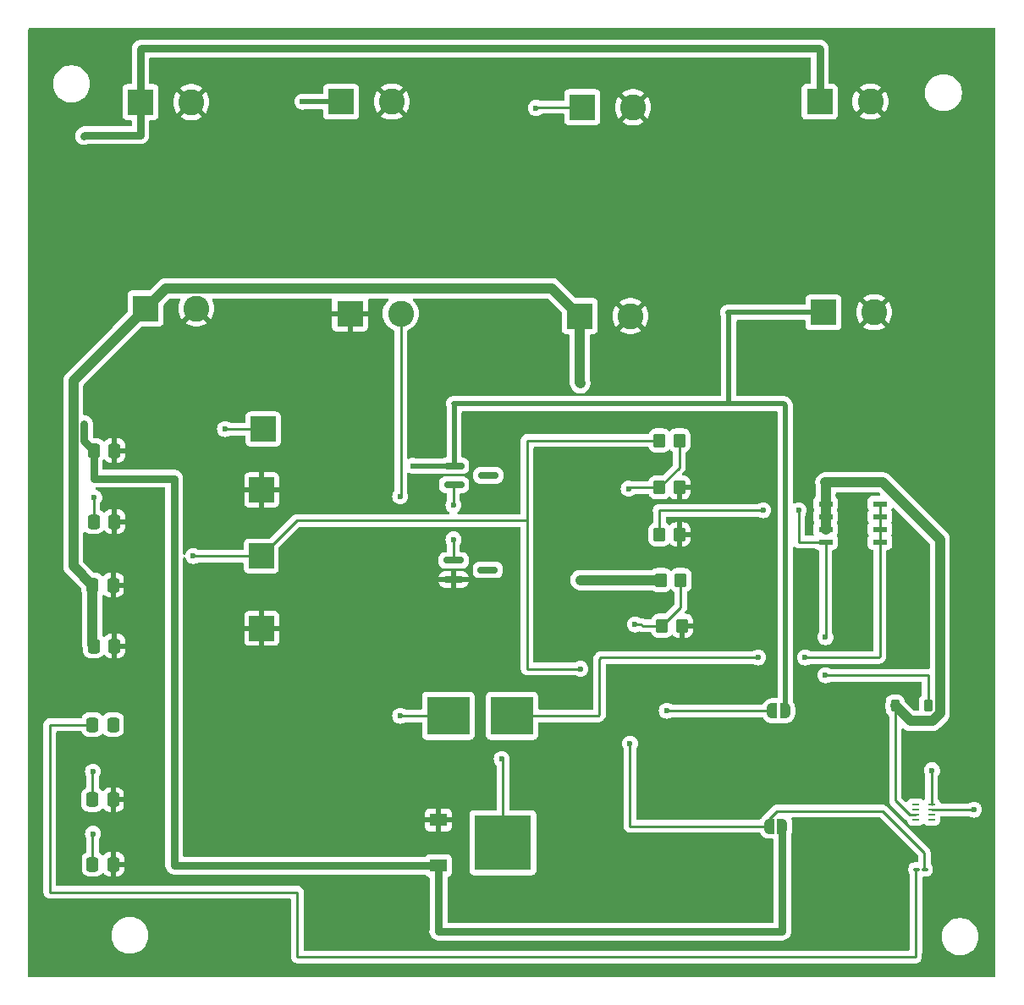
<source format=gbr>
G04 #@! TF.GenerationSoftware,KiCad,Pcbnew,8.0.4*
G04 #@! TF.CreationDate,2024-10-22T20:33:19-05:00*
G04 #@! TF.ProjectId,PCB_split,5043425f-7370-46c6-9974-2e6b69636164,rev?*
G04 #@! TF.SameCoordinates,Original*
G04 #@! TF.FileFunction,Copper,L1,Top*
G04 #@! TF.FilePolarity,Positive*
%FSLAX46Y46*%
G04 Gerber Fmt 4.6, Leading zero omitted, Abs format (unit mm)*
G04 Created by KiCad (PCBNEW 8.0.4) date 2024-10-22 20:33:19*
%MOMM*%
%LPD*%
G01*
G04 APERTURE LIST*
G04 Aperture macros list*
%AMRoundRect*
0 Rectangle with rounded corners*
0 $1 Rounding radius*
0 $2 $3 $4 $5 $6 $7 $8 $9 X,Y pos of 4 corners*
0 Add a 4 corners polygon primitive as box body*
4,1,4,$2,$3,$4,$5,$6,$7,$8,$9,$2,$3,0*
0 Add four circle primitives for the rounded corners*
1,1,$1+$1,$2,$3*
1,1,$1+$1,$4,$5*
1,1,$1+$1,$6,$7*
1,1,$1+$1,$8,$9*
0 Add four rect primitives between the rounded corners*
20,1,$1+$1,$2,$3,$4,$5,0*
20,1,$1+$1,$4,$5,$6,$7,0*
20,1,$1+$1,$6,$7,$8,$9,0*
20,1,$1+$1,$8,$9,$2,$3,0*%
%AMFreePoly0*
4,1,19,0.500000,-0.750000,0.000000,-0.750000,0.000000,-0.744911,-0.071157,-0.744911,-0.207708,-0.704816,-0.327430,-0.627875,-0.420627,-0.520320,-0.479746,-0.390866,-0.500000,-0.250000,-0.500000,0.250000,-0.479746,0.390866,-0.420627,0.520320,-0.327430,0.627875,-0.207708,0.704816,-0.071157,0.744911,0.000000,0.744911,0.000000,0.750000,0.500000,0.750000,0.500000,-0.750000,0.500000,-0.750000,
$1*%
%AMFreePoly1*
4,1,19,0.000000,0.744911,0.071157,0.744911,0.207708,0.704816,0.327430,0.627875,0.420627,0.520320,0.479746,0.390866,0.500000,0.250000,0.500000,-0.250000,0.479746,-0.390866,0.420627,-0.520320,0.327430,-0.627875,0.207708,-0.704816,0.071157,-0.744911,0.000000,-0.744911,0.000000,-0.750000,-0.500000,-0.750000,-0.500000,0.750000,0.000000,0.750000,0.000000,0.744911,0.000000,0.744911,
$1*%
G04 Aperture macros list end*
G04 #@! TA.AperFunction,SMDPad,CuDef*
%ADD10RoundRect,0.250000X-0.337500X-0.475000X0.337500X-0.475000X0.337500X0.475000X-0.337500X0.475000X0*%
G04 #@! TD*
G04 #@! TA.AperFunction,SMDPad,CuDef*
%ADD11FreePoly0,0.000000*%
G04 #@! TD*
G04 #@! TA.AperFunction,SMDPad,CuDef*
%ADD12FreePoly1,0.000000*%
G04 #@! TD*
G04 #@! TA.AperFunction,SMDPad,CuDef*
%ADD13RoundRect,0.250000X-0.350000X-0.450000X0.350000X-0.450000X0.350000X0.450000X-0.350000X0.450000X0*%
G04 #@! TD*
G04 #@! TA.AperFunction,ComponentPad*
%ADD14R,2.600000X2.600000*%
G04 #@! TD*
G04 #@! TA.AperFunction,ComponentPad*
%ADD15C,2.600000*%
G04 #@! TD*
G04 #@! TA.AperFunction,SMDPad,CuDef*
%ADD16R,2.500000X2.500000*%
G04 #@! TD*
G04 #@! TA.AperFunction,SMDPad,CuDef*
%ADD17R,0.711200X0.228600*%
G04 #@! TD*
G04 #@! TA.AperFunction,SMDPad,CuDef*
%ADD18R,1.699999X1.300000*%
G04 #@! TD*
G04 #@! TA.AperFunction,SMDPad,CuDef*
%ADD19R,5.699998X5.499999*%
G04 #@! TD*
G04 #@! TA.AperFunction,SMDPad,CuDef*
%ADD20R,4.240000X3.810000*%
G04 #@! TD*
G04 #@! TA.AperFunction,SMDPad,CuDef*
%ADD21RoundRect,0.162500X-0.837500X-0.162500X0.837500X-0.162500X0.837500X0.162500X-0.837500X0.162500X0*%
G04 #@! TD*
G04 #@! TA.AperFunction,SMDPad,CuDef*
%ADD22R,1.460500X0.558800*%
G04 #@! TD*
G04 #@! TA.AperFunction,SMDPad,CuDef*
%ADD23RoundRect,0.225000X-0.225000X-0.375000X0.225000X-0.375000X0.225000X0.375000X-0.225000X0.375000X0*%
G04 #@! TD*
G04 #@! TA.AperFunction,SMDPad,CuDef*
%ADD24RoundRect,0.100000X-0.217500X-0.100000X0.217500X-0.100000X0.217500X0.100000X-0.217500X0.100000X0*%
G04 #@! TD*
G04 #@! TA.AperFunction,ViaPad*
%ADD25C,0.600000*%
G04 #@! TD*
G04 #@! TA.AperFunction,Conductor*
%ADD26C,0.254000*%
G04 #@! TD*
G04 #@! TA.AperFunction,Conductor*
%ADD27C,0.762000*%
G04 #@! TD*
G04 #@! TA.AperFunction,Conductor*
%ADD28C,1.016000*%
G04 #@! TD*
G04 #@! TA.AperFunction,Conductor*
%ADD29C,0.508000*%
G04 #@! TD*
G04 APERTURE END LIST*
D10*
G04 #@! TO.P,C5,1*
G04 #@! TO.N,/SW*
X95439500Y-104267000D03*
G04 #@! TO.P,C5,2*
G04 #@! TO.N,/BST*
X97514500Y-104267000D03*
G04 #@! TD*
D11*
G04 #@! TO.P,JP2,1,A*
G04 #@! TO.N,Net-(JP2-A)*
X163165000Y-114427000D03*
D12*
G04 #@! TO.P,JP2,2,B*
G04 #@! TO.N,+5V*
X164465000Y-114427000D03*
G04 #@! TD*
D10*
G04 #@! TO.P,C6,1*
G04 #@! TO.N,/SS*
X95439500Y-111760000D03*
G04 #@! TO.P,C6,2*
G04 #@! TO.N,GND*
X97514500Y-111760000D03*
G04 #@! TD*
G04 #@! TO.P,C7,1*
G04 #@! TO.N,Net-(JP2-A)*
X95461000Y-118237000D03*
G04 #@! TO.P,C7,2*
G04 #@! TO.N,GND*
X97536000Y-118237000D03*
G04 #@! TD*
G04 #@! TO.P,C4,1*
G04 #@! TO.N,+12V*
X95566500Y-96393000D03*
G04 #@! TO.P,C4,2*
G04 #@! TO.N,GND*
X97641500Y-96393000D03*
G04 #@! TD*
D13*
G04 #@! TO.P,R2,1*
G04 #@! TO.N,/FB*
X152178000Y-80518000D03*
G04 #@! TO.P,R2,2*
G04 #@! TO.N,GND*
X154178000Y-80518000D03*
G04 #@! TD*
D14*
G04 #@! TO.P,J6,1,Pin_1*
G04 #@! TO.N,+12V*
X144202150Y-63373000D03*
D15*
G04 #@! TO.P,J6,2,Pin_2*
G04 #@! TO.N,GND*
X149282150Y-63373000D03*
G04 #@! TD*
D16*
G04 #@! TO.P,TP4,1,1*
G04 #@! TO.N,GND*
X112395000Y-94615000D03*
G04 #@! TD*
D10*
G04 #@! TO.P,C1,1*
G04 #@! TO.N,+5V*
X95566500Y-76835000D03*
G04 #@! TO.P,C1,2*
G04 #@! TO.N,GND*
X97641500Y-76835000D03*
G04 #@! TD*
D17*
G04 #@! TO.P,U2,1,RT*
G04 #@! TO.N,unconnected-(U2-RT-Pad1)*
X177804376Y-112256811D03*
G04 #@! TO.P,U2,2,EN*
G04 #@! TO.N,unconnected-(U2-EN-Pad2)*
X177804376Y-112756937D03*
G04 #@! TO.P,U2,3,VIN*
G04 #@! TO.N,+12V*
X177804376Y-113257063D03*
G04 #@! TO.P,U2,4,GND*
G04 #@! TO.N,GND*
X177804376Y-113757189D03*
G04 #@! TO.P,U2,5,SW*
G04 #@! TO.N,unconnected-(U2-SW-Pad5)*
X179404576Y-113757189D03*
G04 #@! TO.P,U2,6,BST*
G04 #@! TO.N,unconnected-(U2-BST-Pad6)*
X179404576Y-113257063D03*
G04 #@! TO.P,U2,7,SS*
G04 #@! TO.N,/SS*
X179404576Y-112756937D03*
G04 #@! TO.P,U2,8,FB*
G04 #@! TO.N,/FB*
X179404576Y-112256811D03*
G04 #@! TD*
D18*
G04 #@! TO.P,U1,1,GND*
G04 #@! TO.N,GND*
X130066001Y-113793001D03*
G04 #@! TO.P,U1,3,INPUT*
G04 #@! TO.N,+5V*
X130066001Y-118362999D03*
D19*
G04 #@! TO.P,U1,4,OUT*
G04 #@! TO.N,Net-(JP1-A)*
X136506001Y-116078000D03*
G04 #@! TD*
D15*
G04 #@! TO.P,J7,2,Pin_2*
G04 #@! TO.N,GND*
X173285150Y-41910000D03*
D14*
G04 #@! TO.P,J7,1,Pin_1*
G04 #@! TO.N,+5V*
X168205150Y-41910000D03*
G04 #@! TD*
D11*
G04 #@! TO.P,JP1,1,A*
G04 #@! TO.N,Net-(JP1-A)*
X163449000Y-102870000D03*
D12*
G04 #@! TO.P,JP1,2,B*
G04 #@! TO.N,+3V3*
X164749000Y-102870000D03*
G04 #@! TD*
D14*
G04 #@! TO.P,J4,1,Pin_1*
G04 #@! TO.N,GND*
X121215150Y-63119000D03*
D15*
G04 #@! TO.P,J4,2,Pin_2*
G04 #@! TO.N,Net-(J4-Pin_2)*
X126295150Y-63119000D03*
G04 #@! TD*
D20*
G04 #@! TO.P,F1,1*
G04 #@! TO.N,Net-(J4-Pin_2)*
X131044000Y-103378000D03*
G04 #@! TO.P,F1,2*
G04 #@! TO.N,Net-(F1-Pad2)*
X137414000Y-103378000D03*
G04 #@! TD*
D14*
G04 #@! TO.P,J2,1,Pin_1*
G04 #@! TO.N,+12V*
X100768150Y-62611000D03*
D15*
G04 #@! TO.P,J2,2,Pin_2*
G04 #@! TO.N,GND*
X105848150Y-62611000D03*
G04 #@! TD*
D13*
G04 #@! TO.P,R5,1*
G04 #@! TO.N,/VBAT_READ*
X152432000Y-94361000D03*
G04 #@! TO.P,R5,2*
G04 #@! TO.N,GND*
X154432000Y-94361000D03*
G04 #@! TD*
D21*
G04 #@! TO.P,D2,1,K*
G04 #@! TO.N,+3V3*
X131629150Y-78359000D03*
G04 #@! TO.P,D2,2,A*
G04 #@! TO.N,/VBAT_READ*
X131629150Y-80259000D03*
G04 #@! TO.P,D2,3*
G04 #@! TO.N,N/C*
X135049150Y-79309000D03*
G04 #@! TD*
D15*
G04 #@! TO.P,J5,2,Pin_2*
G04 #@! TO.N,GND*
X149531150Y-42469000D03*
D14*
G04 #@! TO.P,J5,1,Pin_1*
G04 #@! TO.N,/VBAT_READ*
X144451150Y-42469000D03*
G04 #@! TD*
D13*
G04 #@! TO.P,R1,1*
G04 #@! TO.N,Net-(JP2-A)*
X152178000Y-75819000D03*
G04 #@! TO.P,R1,2*
G04 #@! TO.N,/FB*
X154178000Y-75819000D03*
G04 #@! TD*
D22*
G04 #@! TO.P,Q1,1,1*
G04 #@! TO.N,+12V*
X168795700Y-82169000D03*
G04 #@! TO.P,Q1,2,2*
X168795700Y-83439000D03*
G04 #@! TO.P,Q1,3,3*
X168795700Y-84709000D03*
G04 #@! TO.P,Q1,4,4*
G04 #@! TO.N,Net-(D1-A)*
X168795700Y-85979000D03*
G04 #@! TO.P,Q1,5,5*
G04 #@! TO.N,Net-(F1-Pad2)*
X174244000Y-85979000D03*
G04 #@! TO.P,Q1,6,6*
X174244000Y-84709000D03*
G04 #@! TO.P,Q1,7,7*
X174244000Y-83439000D03*
G04 #@! TO.P,Q1,8,8*
X174244000Y-82169000D03*
G04 #@! TD*
D16*
G04 #@! TO.P,TP2,1,1*
G04 #@! TO.N,GND*
X112395000Y-80772000D03*
G04 #@! TD*
D23*
G04 #@! TO.P,D1,1,K*
G04 #@! TO.N,+12V*
X175770000Y-102362000D03*
G04 #@! TO.P,D1,2,A*
G04 #@! TO.N,Net-(D1-A)*
X179070000Y-102362000D03*
G04 #@! TD*
D10*
G04 #@! TO.P,C3,1*
G04 #@! TO.N,+12V*
X95439500Y-90297000D03*
G04 #@! TO.P,C3,2*
G04 #@! TO.N,GND*
X97514500Y-90297000D03*
G04 #@! TD*
D16*
G04 #@! TO.P,TP1,1,1*
G04 #@! TO.N,Net-(JP1-A)*
X112522000Y-74676000D03*
G04 #@! TD*
D21*
G04 #@! TO.P,D3,1,K*
G04 #@! TO.N,/VBAT_READ*
X131581000Y-87823000D03*
G04 #@! TO.P,D3,2,A*
G04 #@! TO.N,GND*
X131581000Y-89723000D03*
G04 #@! TO.P,D3,3*
G04 #@! TO.N,N/C*
X135001000Y-88773000D03*
G04 #@! TD*
D13*
G04 #@! TO.P,R4,1*
G04 #@! TO.N,+12V*
X152305000Y-89789000D03*
G04 #@! TO.P,R4,2*
G04 #@! TO.N,/VBAT_READ*
X154305000Y-89789000D03*
G04 #@! TD*
D15*
G04 #@! TO.P,J1,2,Pin_2*
G04 #@! TO.N,GND*
X105335150Y-41961000D03*
D14*
G04 #@! TO.P,J1,1,Pin_1*
G04 #@! TO.N,+5V*
X100255150Y-41961000D03*
G04 #@! TD*
D16*
G04 #@! TO.P,TP3,1,1*
G04 #@! TO.N,Net-(JP2-A)*
X112325150Y-87398000D03*
G04 #@! TD*
D14*
G04 #@! TO.P,J8,1,Pin_1*
G04 #@! TO.N,+3V3*
X168586150Y-62992000D03*
D15*
G04 #@! TO.P,J8,2,Pin_2*
G04 #@! TO.N,GND*
X173666150Y-62992000D03*
G04 #@! TD*
G04 #@! TO.P,J3,2,Pin_2*
G04 #@! TO.N,GND*
X125406150Y-41910000D03*
D14*
G04 #@! TO.P,J3,1,Pin_1*
G04 #@! TO.N,+3V3*
X120326150Y-41910000D03*
G04 #@! TD*
D13*
G04 #@! TO.P,R3,1*
G04 #@! TO.N,Net-(D1-A)*
X152178000Y-85217000D03*
G04 #@! TO.P,R3,2*
G04 #@! TO.N,GND*
X154178000Y-85217000D03*
G04 #@! TD*
D24*
G04 #@! TO.P,L1,1,1*
G04 #@! TO.N,/SW*
X177900500Y-118745000D03*
G04 #@! TO.P,L1,2,2*
G04 #@! TO.N,Net-(JP2-A)*
X178715500Y-118745000D03*
G04 #@! TD*
D10*
G04 #@! TO.P,C2,1*
G04 #@! TO.N,Net-(JP1-A)*
X95566500Y-83947000D03*
G04 #@! TO.P,C2,2*
G04 #@! TO.N,GND*
X97641500Y-83947000D03*
G04 #@! TD*
D25*
G04 #@! TO.N,+5V*
X94615000Y-45339000D03*
X94615000Y-74168000D03*
G04 #@! TO.N,GND*
X120269000Y-93853000D03*
X100584000Y-84836000D03*
X159512000Y-53975000D03*
X134874000Y-48260000D03*
X115951000Y-113538000D03*
X155702000Y-99695000D03*
X157099000Y-87376000D03*
X140208000Y-95885000D03*
G04 #@! TO.N,Net-(JP1-A)*
X108712000Y-74676000D03*
X95631000Y-81534000D03*
X152908000Y-102870000D03*
X136398000Y-107696000D03*
G04 #@! TO.N,+12V*
X144272000Y-70104000D03*
X144272000Y-89789000D03*
X168783000Y-80010000D03*
G04 #@! TO.N,/SS*
X183642000Y-112776000D03*
X95504000Y-108966000D03*
G04 #@! TO.N,Net-(JP2-A)*
X149225000Y-106172000D03*
X105537000Y-87376000D03*
X144272000Y-98679000D03*
X95504000Y-115189000D03*
G04 #@! TO.N,Net-(D1-A)*
X166116000Y-82804000D03*
X162560000Y-82804000D03*
X168783000Y-99314000D03*
X168783000Y-95504000D03*
G04 #@! TO.N,+3V3*
X116459000Y-41910000D03*
X127508000Y-78359000D03*
G04 #@! TO.N,/VBAT_READ*
X139827000Y-42545000D03*
X131572000Y-85725000D03*
X149733000Y-94234000D03*
X131572000Y-82296000D03*
G04 #@! TO.N,Net-(F1-Pad2)*
X162052000Y-97536000D03*
X166751000Y-97536000D03*
G04 #@! TO.N,Net-(J4-Pin_2)*
X126238000Y-81407000D03*
X126238000Y-103378000D03*
G04 #@! TO.N,/FB*
X149098000Y-80645000D03*
X179451000Y-108839000D03*
G04 #@! TD*
D26*
G04 #@! TO.N,/SW*
X91186000Y-121031000D02*
X91186000Y-104267000D01*
X91186000Y-104267000D02*
X95439500Y-104267000D01*
X177849000Y-126951000D02*
X177800000Y-127000000D01*
X115951000Y-127508000D02*
X115951000Y-121031000D01*
X115951000Y-121031000D02*
X91186000Y-121031000D01*
X177800000Y-127000000D02*
X177800000Y-127508000D01*
X177849000Y-118745000D02*
X177849000Y-126951000D01*
X177800000Y-127508000D02*
X115951000Y-127508000D01*
D27*
G04 #@! TO.N,+5V*
X103632000Y-118364000D02*
X104394000Y-118364000D01*
X94615000Y-75883500D02*
X95566500Y-76835000D01*
X95566500Y-76835000D02*
X95566500Y-79564500D01*
X104395001Y-118362999D02*
X130066001Y-118362999D01*
X104394000Y-118364000D02*
X104395001Y-118362999D01*
X164465000Y-124968000D02*
X164465000Y-114427000D01*
X103632000Y-79629000D02*
X103632000Y-118364000D01*
X95566500Y-79564500D02*
X95631000Y-79629000D01*
X130066001Y-124949999D02*
X130048000Y-124968000D01*
X130066001Y-118362999D02*
X130066001Y-124949999D01*
X95631000Y-79629000D02*
X103632000Y-79629000D01*
X130048000Y-124968000D02*
X164465000Y-124968000D01*
X94615000Y-74168000D02*
X94615000Y-75883500D01*
D26*
G04 #@! TO.N,Net-(JP1-A)*
X136398000Y-107696000D02*
X136506001Y-107804001D01*
X95566500Y-83947000D02*
X95566500Y-81598500D01*
X108712000Y-74676000D02*
X112522000Y-74676000D01*
X136506001Y-107804001D02*
X136506001Y-116078000D01*
X95566500Y-81598500D02*
X95631000Y-81534000D01*
X152908000Y-102870000D02*
X163449000Y-102870000D01*
G04 #@! TO.N,+12V*
X177180602Y-113257063D02*
X177804376Y-113257063D01*
D28*
X168783000Y-80010000D02*
X174510650Y-80010000D01*
X168795700Y-82169000D02*
X168795700Y-80022700D01*
X93526000Y-88383500D02*
X95439500Y-90297000D01*
X179471696Y-103886000D02*
X177294000Y-103886000D01*
X168795700Y-80022700D02*
X168783000Y-80010000D01*
X144272000Y-89789000D02*
X152305000Y-89789000D01*
X144202150Y-63373000D02*
X144202150Y-70034150D01*
X180228000Y-85727350D02*
X180228000Y-103129696D01*
D26*
X175770000Y-111846461D02*
X175770000Y-102362000D01*
D28*
X100768150Y-62611000D02*
X93526000Y-69853150D01*
X95439500Y-96266000D02*
X95566500Y-96393000D01*
X177294000Y-103886000D02*
X175770000Y-102362000D01*
X93526000Y-69853150D02*
X93526000Y-88383500D01*
X95439500Y-90297000D02*
X95439500Y-96266000D01*
X168795700Y-83439000D02*
X168795700Y-84709000D01*
X102776150Y-60603000D02*
X141432150Y-60603000D01*
D26*
X175770000Y-111846461D02*
X177180602Y-113257063D01*
D28*
X141432150Y-60603000D02*
X144202150Y-63373000D01*
X144202150Y-70034150D02*
X144272000Y-70104000D01*
X180228000Y-103129696D02*
X179471696Y-103886000D01*
X174510650Y-80010000D02*
X180228000Y-85727350D01*
X100768150Y-62611000D02*
X102776150Y-60603000D01*
X168795700Y-82169000D02*
X168795700Y-83439000D01*
D26*
G04 #@! TO.N,/SS*
X180213000Y-112776000D02*
X180193937Y-112756937D01*
X95439500Y-111760000D02*
X95439500Y-109030500D01*
X183642000Y-112776000D02*
X180213000Y-112776000D01*
X180193937Y-112756937D02*
X179404576Y-112756937D01*
X95439500Y-109030500D02*
X95504000Y-108966000D01*
G04 #@! TO.N,Net-(JP2-A)*
X138938000Y-83820000D02*
X115903150Y-83820000D01*
X149225000Y-106172000D02*
X149225000Y-114427000D01*
X115903150Y-83820000D02*
X112325150Y-87398000D01*
X174498000Y-112903000D02*
X178664000Y-117069000D01*
X149225000Y-114427000D02*
X163165000Y-114427000D01*
X105537000Y-87376000D02*
X105918000Y-87376000D01*
X95461000Y-115232000D02*
X95504000Y-115189000D01*
X163165000Y-114427000D02*
X163165000Y-113672000D01*
X138938000Y-98679000D02*
X144272000Y-98679000D01*
X105918000Y-87376000D02*
X105940000Y-87398000D01*
X152178000Y-75819000D02*
X138938000Y-75819000D01*
X163934000Y-112903000D02*
X174498000Y-112903000D01*
X138938000Y-75819000D02*
X138938000Y-83820000D01*
X95461000Y-118237000D02*
X95461000Y-115232000D01*
X163165000Y-113672000D02*
X163934000Y-112903000D01*
X105940000Y-87398000D02*
X112325150Y-87398000D01*
X178664000Y-117069000D02*
X178664000Y-118745000D01*
X138938000Y-83820000D02*
X138938000Y-98679000D01*
G04 #@! TO.N,Net-(D1-A)*
X152146000Y-82804000D02*
X162560000Y-82804000D01*
X166116000Y-82804000D02*
X166116000Y-85979000D01*
X152178000Y-82836000D02*
X152146000Y-82804000D01*
X179070000Y-99314000D02*
X179070000Y-102362000D01*
X168795700Y-95491300D02*
X168783000Y-95504000D01*
X168783000Y-99314000D02*
X179070000Y-99314000D01*
X168795700Y-85979000D02*
X168795700Y-95491300D01*
X152178000Y-85217000D02*
X152178000Y-82836000D01*
X166116000Y-85979000D02*
X168795700Y-85979000D01*
D29*
G04 #@! TO.N,+3V3*
X159131000Y-63119000D02*
X159004000Y-62992000D01*
X159131000Y-72136000D02*
X164592000Y-72136000D01*
X131572000Y-72136000D02*
X159131000Y-72136000D01*
X131629150Y-72193150D02*
X131572000Y-72136000D01*
X127508000Y-78359000D02*
X131629150Y-78359000D01*
X131629150Y-78359000D02*
X131629150Y-72193150D01*
X120326150Y-41910000D02*
X116459000Y-41910000D01*
X164592000Y-72136000D02*
X164749000Y-72293000D01*
X159004000Y-62992000D02*
X168586150Y-62992000D01*
X164749000Y-72293000D02*
X164749000Y-102870000D01*
X159131000Y-72136000D02*
X159131000Y-63119000D01*
D26*
G04 #@! TO.N,/VBAT_READ*
X131572000Y-87814000D02*
X131581000Y-87823000D01*
X139903000Y-42469000D02*
X139827000Y-42545000D01*
X149733000Y-94234000D02*
X150368000Y-94234000D01*
X131572000Y-80316150D02*
X131629150Y-80259000D01*
X131572000Y-85725000D02*
X131572000Y-87814000D01*
X150495000Y-94361000D02*
X152432000Y-94361000D01*
X154305000Y-92488000D02*
X154305000Y-89789000D01*
X150368000Y-94234000D02*
X150495000Y-94361000D01*
X144451150Y-42469000D02*
X139903000Y-42469000D01*
X152432000Y-94361000D02*
X154305000Y-92488000D01*
X131572000Y-82296000D02*
X131572000Y-80316150D01*
G04 #@! TO.N,Net-(F1-Pad2)*
X146304000Y-97536000D02*
X162052000Y-97536000D01*
X146177000Y-97663000D02*
X146304000Y-97536000D01*
X174244000Y-85979000D02*
X174244000Y-84709000D01*
X174244000Y-84709000D02*
X174244000Y-83439000D01*
X146050000Y-103378000D02*
X146177000Y-103251000D01*
X174244000Y-97409000D02*
X174244000Y-85979000D01*
X166751000Y-97536000D02*
X174117000Y-97536000D01*
X146177000Y-103251000D02*
X146177000Y-97663000D01*
X174244000Y-83439000D02*
X174244000Y-82169000D01*
X174117000Y-97536000D02*
X174244000Y-97409000D01*
X137414000Y-103378000D02*
X146050000Y-103378000D01*
G04 #@! TO.N,Net-(J4-Pin_2)*
X126295150Y-81349850D02*
X126238000Y-81407000D01*
X126295150Y-63119000D02*
X126295150Y-81349850D01*
X126238000Y-103378000D02*
X131044000Y-103378000D01*
G04 #@! TO.N,/FB*
X154178000Y-75819000D02*
X154178000Y-78518000D01*
X154178000Y-78518000D02*
X152178000Y-80518000D01*
X149225000Y-80518000D02*
X149098000Y-80645000D01*
X179404576Y-108885424D02*
X179404576Y-112256811D01*
X152178000Y-80518000D02*
X149225000Y-80518000D01*
X179451000Y-108839000D02*
X179404576Y-108885424D01*
D27*
G04 #@! TO.N,+5V*
X94615000Y-45339000D02*
X94691000Y-45263000D01*
X94691000Y-45263000D02*
X100255150Y-45263000D01*
X168205150Y-36633150D02*
X168205150Y-41910000D01*
X100255150Y-45263000D02*
X100255150Y-36650850D01*
X100255150Y-36650850D02*
X100330000Y-36576000D01*
X100330000Y-36576000D02*
X168148000Y-36576000D01*
X168148000Y-36576000D02*
X168205150Y-36633150D01*
G04 #@! TD*
G04 #@! TA.AperFunction,Conductor*
G04 #@! TO.N,GND*
G36*
X185751539Y-34556185D02*
G01*
X185797294Y-34608989D01*
X185808500Y-34660500D01*
X185808500Y-129423500D01*
X185788815Y-129490539D01*
X185736011Y-129536294D01*
X185684500Y-129547500D01*
X89143500Y-129547500D01*
X89076461Y-129527815D01*
X89030706Y-129475011D01*
X89019500Y-129423500D01*
X89019500Y-125227711D01*
X97336500Y-125227711D01*
X97336500Y-125470288D01*
X97368161Y-125710785D01*
X97430947Y-125945104D01*
X97523773Y-126169205D01*
X97523776Y-126169212D01*
X97645064Y-126379289D01*
X97645066Y-126379292D01*
X97645067Y-126379293D01*
X97792733Y-126571736D01*
X97792739Y-126571743D01*
X97964256Y-126743260D01*
X97964263Y-126743266D01*
X98043351Y-126803952D01*
X98156711Y-126890936D01*
X98366788Y-127012224D01*
X98590900Y-127105054D01*
X98825211Y-127167838D01*
X99005586Y-127191584D01*
X99065711Y-127199500D01*
X99065712Y-127199500D01*
X99308289Y-127199500D01*
X99356388Y-127193167D01*
X99548789Y-127167838D01*
X99783100Y-127105054D01*
X100007212Y-127012224D01*
X100217289Y-126890936D01*
X100409738Y-126743265D01*
X100581265Y-126571738D01*
X100728936Y-126379289D01*
X100850224Y-126169212D01*
X100943054Y-125945100D01*
X101005838Y-125710789D01*
X101037500Y-125470288D01*
X101037500Y-125227712D01*
X101037158Y-125225118D01*
X101022558Y-125114214D01*
X101005838Y-124987211D01*
X100943054Y-124752900D01*
X100850224Y-124528788D01*
X100728936Y-124318711D01*
X100581265Y-124126262D01*
X100581260Y-124126256D01*
X100409743Y-123954739D01*
X100409736Y-123954733D01*
X100217293Y-123807067D01*
X100217292Y-123807066D01*
X100217289Y-123807064D01*
X100007212Y-123685776D01*
X99938132Y-123657162D01*
X99783104Y-123592947D01*
X99548785Y-123530161D01*
X99308289Y-123498500D01*
X99308288Y-123498500D01*
X99065712Y-123498500D01*
X99065711Y-123498500D01*
X98825214Y-123530161D01*
X98590895Y-123592947D01*
X98366794Y-123685773D01*
X98366785Y-123685777D01*
X98156706Y-123807067D01*
X97964263Y-123954733D01*
X97964256Y-123954739D01*
X97792739Y-124126256D01*
X97792733Y-124126263D01*
X97645067Y-124318706D01*
X97523777Y-124528785D01*
X97523773Y-124528794D01*
X97430947Y-124752895D01*
X97368161Y-124987214D01*
X97336500Y-125227711D01*
X89019500Y-125227711D01*
X89019500Y-121092805D01*
X90558499Y-121092805D01*
X90582613Y-121214029D01*
X90582616Y-121214039D01*
X90629913Y-121328226D01*
X90629920Y-121328239D01*
X90698588Y-121431007D01*
X90698591Y-121431011D01*
X90785988Y-121518408D01*
X90785992Y-121518411D01*
X90888760Y-121587079D01*
X90888773Y-121587086D01*
X91002960Y-121634383D01*
X91002965Y-121634385D01*
X91002969Y-121634385D01*
X91002970Y-121634386D01*
X91124194Y-121658500D01*
X91124197Y-121658500D01*
X115199500Y-121658500D01*
X115266539Y-121678185D01*
X115312294Y-121730989D01*
X115323500Y-121782500D01*
X115323500Y-127446197D01*
X115323500Y-127569803D01*
X115323500Y-127569805D01*
X115323499Y-127569805D01*
X115347613Y-127691029D01*
X115347616Y-127691039D01*
X115394913Y-127805226D01*
X115394920Y-127805239D01*
X115463588Y-127908007D01*
X115463591Y-127908011D01*
X115550988Y-127995408D01*
X115550992Y-127995411D01*
X115653760Y-128064079D01*
X115653773Y-128064086D01*
X115767960Y-128111383D01*
X115767965Y-128111385D01*
X115767969Y-128111385D01*
X115767970Y-128111386D01*
X115889194Y-128135500D01*
X115889197Y-128135500D01*
X177861805Y-128135500D01*
X177943361Y-128119276D01*
X177983035Y-128111385D01*
X178097233Y-128064083D01*
X178200008Y-127995411D01*
X178287411Y-127908008D01*
X178356083Y-127805233D01*
X178403385Y-127691035D01*
X178427500Y-127569803D01*
X178427500Y-127218777D01*
X178436939Y-127171324D01*
X178438383Y-127167838D01*
X178452385Y-127134035D01*
X178476500Y-127012803D01*
X178476500Y-125354711D01*
X180394500Y-125354711D01*
X180394500Y-125597288D01*
X180426161Y-125837785D01*
X180488947Y-126072104D01*
X180581773Y-126296205D01*
X180581776Y-126296212D01*
X180703064Y-126506289D01*
X180703066Y-126506292D01*
X180703067Y-126506293D01*
X180850733Y-126698736D01*
X180850739Y-126698743D01*
X181022256Y-126870260D01*
X181022263Y-126870266D01*
X181049196Y-126890932D01*
X181214711Y-127017936D01*
X181424788Y-127139224D01*
X181648900Y-127232054D01*
X181883211Y-127294838D01*
X182063586Y-127318584D01*
X182123711Y-127326500D01*
X182123712Y-127326500D01*
X182366289Y-127326500D01*
X182414388Y-127320167D01*
X182606789Y-127294838D01*
X182841100Y-127232054D01*
X183065212Y-127139224D01*
X183275289Y-127017936D01*
X183467738Y-126870265D01*
X183639265Y-126698738D01*
X183786936Y-126506289D01*
X183908224Y-126296212D01*
X184001054Y-126072100D01*
X184063838Y-125837789D01*
X184095500Y-125597288D01*
X184095500Y-125354712D01*
X184063838Y-125114211D01*
X184001054Y-124879900D01*
X183908224Y-124655788D01*
X183786936Y-124445711D01*
X183639265Y-124253262D01*
X183639260Y-124253256D01*
X183467743Y-124081739D01*
X183467736Y-124081733D01*
X183275293Y-123934067D01*
X183275292Y-123934066D01*
X183275289Y-123934064D01*
X183065212Y-123812776D01*
X183065205Y-123812773D01*
X182841104Y-123719947D01*
X182606785Y-123657161D01*
X182366289Y-123625500D01*
X182366288Y-123625500D01*
X182123712Y-123625500D01*
X182123711Y-123625500D01*
X181883214Y-123657161D01*
X181648895Y-123719947D01*
X181424794Y-123812773D01*
X181424785Y-123812777D01*
X181214706Y-123934067D01*
X181022263Y-124081733D01*
X181022256Y-124081739D01*
X180850739Y-124253256D01*
X180850733Y-124253263D01*
X180703067Y-124445706D01*
X180581777Y-124655785D01*
X180581773Y-124655794D01*
X180488947Y-124879895D01*
X180426161Y-125114214D01*
X180394500Y-125354711D01*
X178476500Y-125354711D01*
X178476500Y-119569499D01*
X178496185Y-119502460D01*
X178548989Y-119456705D01*
X178600500Y-119445499D01*
X178972363Y-119445499D01*
X179089753Y-119430046D01*
X179089757Y-119430044D01*
X179089762Y-119430044D01*
X179235841Y-119369536D01*
X179361282Y-119273282D01*
X179457536Y-119147841D01*
X179518044Y-119001762D01*
X179533500Y-118884361D01*
X179533499Y-118605640D01*
X179533499Y-118605638D01*
X179533499Y-118605636D01*
X179518046Y-118488246D01*
X179518044Y-118488239D01*
X179518044Y-118488238D01*
X179457536Y-118342159D01*
X179361282Y-118216718D01*
X179359983Y-118215721D01*
X179340011Y-118200395D01*
X179298810Y-118143966D01*
X179291500Y-118102021D01*
X179291500Y-117007196D01*
X179291499Y-117007192D01*
X179267387Y-116885973D01*
X179267386Y-116885966D01*
X179222407Y-116777379D01*
X179220763Y-116772784D01*
X179151414Y-116668996D01*
X179151413Y-116668994D01*
X179151411Y-116668992D01*
X179064008Y-116581589D01*
X177032792Y-114550373D01*
X174898011Y-112415591D01*
X174898006Y-112415587D01*
X174856415Y-112387798D01*
X174856413Y-112387796D01*
X174795233Y-112346917D01*
X174795226Y-112346913D01*
X174761785Y-112333062D01*
X174681035Y-112299614D01*
X174681027Y-112299612D01*
X174559807Y-112275500D01*
X174559803Y-112275500D01*
X163872197Y-112275500D01*
X163872195Y-112275500D01*
X163750970Y-112299613D01*
X163750960Y-112299616D01*
X163636773Y-112346913D01*
X163636766Y-112346917D01*
X163606176Y-112367357D01*
X163575586Y-112387797D01*
X163575585Y-112387798D01*
X163533989Y-112415590D01*
X163533988Y-112415591D01*
X162764992Y-113184589D01*
X162677591Y-113271989D01*
X162677585Y-113271997D01*
X162664989Y-113290848D01*
X162628927Y-113326272D01*
X162566525Y-113366375D01*
X162565082Y-113367196D01*
X162560901Y-113369988D01*
X162452169Y-113464207D01*
X162452166Y-113464210D01*
X162358018Y-113572864D01*
X162358015Y-113572867D01*
X162284309Y-113687559D01*
X162280230Y-113693906D01*
X162265109Y-113727014D01*
X162219355Y-113779816D01*
X162152317Y-113799500D01*
X149976500Y-113799500D01*
X149909461Y-113779815D01*
X149863706Y-113727011D01*
X149852500Y-113675500D01*
X149852500Y-106713671D01*
X149871507Y-106647698D01*
X149950788Y-106521524D01*
X150010368Y-106351254D01*
X150010369Y-106351249D01*
X150030565Y-106172003D01*
X150030565Y-106171996D01*
X150010369Y-105992750D01*
X150010368Y-105992745D01*
X149950788Y-105822476D01*
X149911582Y-105760080D01*
X149854816Y-105669738D01*
X149727262Y-105542184D01*
X149700436Y-105525328D01*
X149574523Y-105446211D01*
X149404254Y-105386631D01*
X149404249Y-105386630D01*
X149225004Y-105366435D01*
X149224996Y-105366435D01*
X149045750Y-105386630D01*
X149045745Y-105386631D01*
X148875476Y-105446211D01*
X148722737Y-105542184D01*
X148595184Y-105669737D01*
X148499211Y-105822476D01*
X148439631Y-105992745D01*
X148439630Y-105992750D01*
X148419435Y-106171996D01*
X148419435Y-106172003D01*
X148439630Y-106351249D01*
X148439631Y-106351254D01*
X148499211Y-106521524D01*
X148578493Y-106647698D01*
X148597500Y-106713671D01*
X148597500Y-114365197D01*
X148597500Y-114488803D01*
X148597500Y-114488805D01*
X148597499Y-114488805D01*
X148621613Y-114610029D01*
X148621616Y-114610039D01*
X148668913Y-114724226D01*
X148668920Y-114724239D01*
X148737588Y-114827007D01*
X148737591Y-114827011D01*
X148824988Y-114914408D01*
X148824992Y-114914411D01*
X148927760Y-114983079D01*
X148927773Y-114983086D01*
X148992135Y-115009745D01*
X149041965Y-115030385D01*
X149041969Y-115030385D01*
X149041970Y-115030386D01*
X149163194Y-115054500D01*
X149163197Y-115054500D01*
X162152317Y-115054500D01*
X162219356Y-115074185D01*
X162265109Y-115126985D01*
X162280230Y-115160094D01*
X162302166Y-115194228D01*
X162358015Y-115281132D01*
X162358018Y-115281136D01*
X162433506Y-115368254D01*
X162452168Y-115389791D01*
X162452171Y-115389794D01*
X162560909Y-115484015D01*
X162621386Y-115522881D01*
X162681857Y-115561744D01*
X162681863Y-115561747D01*
X162812741Y-115621517D01*
X162950696Y-115662024D01*
X163093111Y-115682500D01*
X163459500Y-115682500D01*
X163526539Y-115702185D01*
X163572294Y-115754989D01*
X163583500Y-115806500D01*
X163583500Y-123962500D01*
X163563815Y-124029539D01*
X163511011Y-124075294D01*
X163459500Y-124086500D01*
X131071501Y-124086500D01*
X131004462Y-124066815D01*
X130958707Y-124014011D01*
X130947501Y-123962500D01*
X130947501Y-119621525D01*
X130967186Y-119554486D01*
X131019990Y-119508731D01*
X131028168Y-119505343D01*
X131143036Y-119462500D01*
X131158332Y-119456795D01*
X131273547Y-119370545D01*
X131359797Y-119255330D01*
X131410092Y-119120482D01*
X131416501Y-119060872D01*
X131416500Y-117665127D01*
X131410499Y-117609302D01*
X131410092Y-117605515D01*
X131359798Y-117470670D01*
X131359794Y-117470663D01*
X131273548Y-117355454D01*
X131273545Y-117355451D01*
X131158336Y-117269205D01*
X131158329Y-117269201D01*
X131023483Y-117218907D01*
X131023484Y-117218907D01*
X130963884Y-117212500D01*
X130963882Y-117212499D01*
X130963874Y-117212499D01*
X130963865Y-117212499D01*
X129168130Y-117212499D01*
X129168124Y-117212500D01*
X129108517Y-117218907D01*
X128973672Y-117269201D01*
X128973665Y-117269205D01*
X128858457Y-117355451D01*
X128858456Y-117355452D01*
X128858455Y-117355453D01*
X128801292Y-117431811D01*
X128745361Y-117473681D01*
X128702028Y-117481499D01*
X104637500Y-117481499D01*
X104570461Y-117461814D01*
X104524706Y-117409010D01*
X104513500Y-117357499D01*
X104513500Y-114490845D01*
X128716001Y-114490845D01*
X128722402Y-114550373D01*
X128722404Y-114550380D01*
X128772646Y-114685087D01*
X128772650Y-114685094D01*
X128858810Y-114800188D01*
X128858813Y-114800191D01*
X128973907Y-114886351D01*
X128973914Y-114886355D01*
X129108621Y-114936597D01*
X129108628Y-114936599D01*
X129168156Y-114943000D01*
X129168173Y-114943001D01*
X129816001Y-114943001D01*
X130316001Y-114943001D01*
X130963829Y-114943001D01*
X130963845Y-114943000D01*
X131023373Y-114936599D01*
X131023380Y-114936597D01*
X131158087Y-114886355D01*
X131158094Y-114886351D01*
X131273188Y-114800191D01*
X131273191Y-114800188D01*
X131359351Y-114685094D01*
X131359355Y-114685087D01*
X131409597Y-114550380D01*
X131409599Y-114550373D01*
X131416000Y-114490845D01*
X131416001Y-114490828D01*
X131416001Y-114043001D01*
X130316001Y-114043001D01*
X130316001Y-114943001D01*
X129816001Y-114943001D01*
X129816001Y-114043001D01*
X128716001Y-114043001D01*
X128716001Y-114490845D01*
X104513500Y-114490845D01*
X104513500Y-113095156D01*
X128716001Y-113095156D01*
X128716001Y-113543001D01*
X129816001Y-113543001D01*
X130316001Y-113543001D01*
X131416001Y-113543001D01*
X131416001Y-113280135D01*
X133155502Y-113280135D01*
X133155502Y-118875870D01*
X133155503Y-118875876D01*
X133161910Y-118935483D01*
X133212204Y-119070328D01*
X133212208Y-119070335D01*
X133298454Y-119185544D01*
X133298457Y-119185547D01*
X133413666Y-119271793D01*
X133413673Y-119271797D01*
X133548519Y-119322091D01*
X133548518Y-119322091D01*
X133555446Y-119322835D01*
X133608129Y-119328500D01*
X139403872Y-119328499D01*
X139463483Y-119322091D01*
X139598331Y-119271796D01*
X139713546Y-119185546D01*
X139799796Y-119070331D01*
X139850091Y-118935483D01*
X139856500Y-118875873D01*
X139856499Y-113280128D01*
X139850091Y-113220517D01*
X139803334Y-113095156D01*
X139799797Y-113085671D01*
X139799793Y-113085664D01*
X139713547Y-112970455D01*
X139713544Y-112970452D01*
X139598335Y-112884206D01*
X139598328Y-112884202D01*
X139463482Y-112833908D01*
X139463483Y-112833908D01*
X139403883Y-112827501D01*
X139403881Y-112827500D01*
X139403873Y-112827500D01*
X139403865Y-112827500D01*
X137257501Y-112827500D01*
X137190462Y-112807815D01*
X137144707Y-112755011D01*
X137133501Y-112703500D01*
X137133501Y-108038833D01*
X137140460Y-107997878D01*
X137183367Y-107875257D01*
X137183368Y-107875255D01*
X137203565Y-107696000D01*
X137183368Y-107516745D01*
X137123789Y-107346478D01*
X137027816Y-107193738D01*
X136900262Y-107066184D01*
X136747523Y-106970211D01*
X136577254Y-106910631D01*
X136577249Y-106910630D01*
X136398004Y-106890435D01*
X136397996Y-106890435D01*
X136218750Y-106910630D01*
X136218745Y-106910631D01*
X136048476Y-106970211D01*
X135895737Y-107066184D01*
X135768184Y-107193737D01*
X135672211Y-107346476D01*
X135612631Y-107516745D01*
X135612630Y-107516750D01*
X135592435Y-107695996D01*
X135592435Y-107696003D01*
X135612630Y-107875249D01*
X135612631Y-107875254D01*
X135672211Y-108045523D01*
X135768184Y-108198262D01*
X135842182Y-108272260D01*
X135875667Y-108333583D01*
X135878501Y-108359941D01*
X135878501Y-112703500D01*
X135858816Y-112770539D01*
X135806012Y-112816294D01*
X135754501Y-112827500D01*
X133608131Y-112827500D01*
X133608125Y-112827501D01*
X133548518Y-112833908D01*
X133413673Y-112884202D01*
X133413666Y-112884206D01*
X133298457Y-112970452D01*
X133298454Y-112970455D01*
X133212208Y-113085664D01*
X133212204Y-113085671D01*
X133161910Y-113220517D01*
X133155503Y-113280116D01*
X133155503Y-113280123D01*
X133155502Y-113280135D01*
X131416001Y-113280135D01*
X131416001Y-113095173D01*
X131416000Y-113095156D01*
X131409599Y-113035628D01*
X131409597Y-113035621D01*
X131359355Y-112900914D01*
X131359351Y-112900907D01*
X131273191Y-112785813D01*
X131273188Y-112785810D01*
X131158094Y-112699650D01*
X131158087Y-112699646D01*
X131023380Y-112649404D01*
X131023373Y-112649402D01*
X130963845Y-112643001D01*
X130316001Y-112643001D01*
X130316001Y-113543001D01*
X129816001Y-113543001D01*
X129816001Y-112643001D01*
X129168156Y-112643001D01*
X129108628Y-112649402D01*
X129108621Y-112649404D01*
X128973914Y-112699646D01*
X128973907Y-112699650D01*
X128858813Y-112785810D01*
X128858810Y-112785813D01*
X128772650Y-112900907D01*
X128772646Y-112900914D01*
X128722404Y-113035621D01*
X128722402Y-113035628D01*
X128716001Y-113095156D01*
X104513500Y-113095156D01*
X104513500Y-103377996D01*
X125432435Y-103377996D01*
X125432435Y-103378003D01*
X125452630Y-103557249D01*
X125452631Y-103557254D01*
X125512211Y-103727523D01*
X125578358Y-103832794D01*
X125608184Y-103880262D01*
X125735738Y-104007816D01*
X125762300Y-104024506D01*
X125847417Y-104077989D01*
X125888478Y-104103789D01*
X125961956Y-104129500D01*
X126058745Y-104163368D01*
X126058750Y-104163369D01*
X126237996Y-104183565D01*
X126238000Y-104183565D01*
X126238004Y-104183565D01*
X126417249Y-104163369D01*
X126417252Y-104163368D01*
X126417255Y-104163368D01*
X126587522Y-104103789D01*
X126713700Y-104024505D01*
X126779672Y-104005500D01*
X128299501Y-104005500D01*
X128366540Y-104025185D01*
X128412295Y-104077989D01*
X128423501Y-104129500D01*
X128423501Y-105330876D01*
X128429908Y-105390483D01*
X128480202Y-105525328D01*
X128480206Y-105525335D01*
X128566452Y-105640544D01*
X128566455Y-105640547D01*
X128681664Y-105726793D01*
X128681671Y-105726797D01*
X128816517Y-105777091D01*
X128816516Y-105777091D01*
X128823444Y-105777835D01*
X128876127Y-105783500D01*
X133211872Y-105783499D01*
X133271483Y-105777091D01*
X133406331Y-105726796D01*
X133521546Y-105640546D01*
X133607796Y-105525331D01*
X133658091Y-105390483D01*
X133664500Y-105330873D01*
X133664499Y-101425135D01*
X134793500Y-101425135D01*
X134793500Y-105330870D01*
X134793501Y-105330876D01*
X134799908Y-105390483D01*
X134850202Y-105525328D01*
X134850206Y-105525335D01*
X134936452Y-105640544D01*
X134936455Y-105640547D01*
X135051664Y-105726793D01*
X135051671Y-105726797D01*
X135186517Y-105777091D01*
X135186516Y-105777091D01*
X135193444Y-105777835D01*
X135246127Y-105783500D01*
X139581872Y-105783499D01*
X139641483Y-105777091D01*
X139776331Y-105726796D01*
X139891546Y-105640546D01*
X139977796Y-105525331D01*
X140028091Y-105390483D01*
X140034500Y-105330873D01*
X140034500Y-104129500D01*
X140054185Y-104062461D01*
X140106989Y-104016706D01*
X140158500Y-104005500D01*
X146111804Y-104005500D01*
X146111805Y-104005499D01*
X146233035Y-103981386D01*
X146313784Y-103947937D01*
X146347233Y-103934083D01*
X146450008Y-103865411D01*
X146537411Y-103778008D01*
X146664411Y-103651008D01*
X146703951Y-103591832D01*
X146703952Y-103591831D01*
X146733078Y-103548241D01*
X146733079Y-103548238D01*
X146733083Y-103548233D01*
X146780385Y-103434035D01*
X146792673Y-103372262D01*
X146804500Y-103312805D01*
X146804500Y-98287500D01*
X146824185Y-98220461D01*
X146876989Y-98174706D01*
X146928500Y-98163500D01*
X161510328Y-98163500D01*
X161576299Y-98182505D01*
X161702478Y-98261789D01*
X161775956Y-98287500D01*
X161872745Y-98321368D01*
X161872750Y-98321369D01*
X162051996Y-98341565D01*
X162052000Y-98341565D01*
X162052004Y-98341565D01*
X162231249Y-98321369D01*
X162231252Y-98321368D01*
X162231255Y-98321368D01*
X162401522Y-98261789D01*
X162554262Y-98165816D01*
X162681816Y-98038262D01*
X162777789Y-97885522D01*
X162837368Y-97715255D01*
X162838385Y-97706233D01*
X162857565Y-97536003D01*
X162857565Y-97535996D01*
X162837369Y-97356750D01*
X162837368Y-97356745D01*
X162778089Y-97187336D01*
X162777789Y-97186478D01*
X162681816Y-97033738D01*
X162554262Y-96906184D01*
X162527700Y-96889494D01*
X162401523Y-96810211D01*
X162231254Y-96750631D01*
X162231249Y-96750630D01*
X162052004Y-96730435D01*
X162051996Y-96730435D01*
X161872750Y-96750630D01*
X161872745Y-96750631D01*
X161702476Y-96810211D01*
X161576300Y-96889494D01*
X161510328Y-96908500D01*
X146242195Y-96908500D01*
X146120970Y-96932613D01*
X146120960Y-96932616D01*
X146006773Y-96979913D01*
X146006766Y-96979917D01*
X145976176Y-97000357D01*
X145945586Y-97020797D01*
X145945585Y-97020798D01*
X145903991Y-97048589D01*
X145840492Y-97112089D01*
X145776992Y-97175589D01*
X145689589Y-97262992D01*
X145626946Y-97356745D01*
X145620916Y-97365769D01*
X145607061Y-97399214D01*
X145607062Y-97399215D01*
X145573615Y-97479962D01*
X145573612Y-97479972D01*
X145559123Y-97552815D01*
X145549500Y-97601192D01*
X145549500Y-102626500D01*
X145529815Y-102693539D01*
X145477011Y-102739294D01*
X145425500Y-102750500D01*
X140158499Y-102750500D01*
X140091460Y-102730815D01*
X140045705Y-102678011D01*
X140034499Y-102626500D01*
X140034499Y-101425129D01*
X140034498Y-101425123D01*
X140034497Y-101425116D01*
X140028091Y-101365517D01*
X139993081Y-101271651D01*
X139977797Y-101230671D01*
X139977793Y-101230664D01*
X139891547Y-101115455D01*
X139891544Y-101115452D01*
X139776335Y-101029206D01*
X139776328Y-101029202D01*
X139641482Y-100978908D01*
X139641483Y-100978908D01*
X139581883Y-100972501D01*
X139581881Y-100972500D01*
X139581873Y-100972500D01*
X139581864Y-100972500D01*
X135246129Y-100972500D01*
X135246123Y-100972501D01*
X135186516Y-100978908D01*
X135051671Y-101029202D01*
X135051664Y-101029206D01*
X134936455Y-101115452D01*
X134936452Y-101115455D01*
X134850206Y-101230664D01*
X134850202Y-101230671D01*
X134799908Y-101365517D01*
X134794986Y-101411303D01*
X134793501Y-101425123D01*
X134793500Y-101425135D01*
X133664499Y-101425135D01*
X133664499Y-101425128D01*
X133658091Y-101365517D01*
X133623081Y-101271651D01*
X133607797Y-101230671D01*
X133607793Y-101230664D01*
X133521547Y-101115455D01*
X133521544Y-101115452D01*
X133406335Y-101029206D01*
X133406328Y-101029202D01*
X133271482Y-100978908D01*
X133271483Y-100978908D01*
X133211883Y-100972501D01*
X133211881Y-100972500D01*
X133211873Y-100972500D01*
X133211864Y-100972500D01*
X128876129Y-100972500D01*
X128876123Y-100972501D01*
X128816516Y-100978908D01*
X128681671Y-101029202D01*
X128681664Y-101029206D01*
X128566455Y-101115452D01*
X128566452Y-101115455D01*
X128480206Y-101230664D01*
X128480202Y-101230671D01*
X128429908Y-101365517D01*
X128424986Y-101411303D01*
X128423501Y-101425123D01*
X128423500Y-101425135D01*
X128423500Y-102626500D01*
X128403815Y-102693539D01*
X128351011Y-102739294D01*
X128299500Y-102750500D01*
X126779672Y-102750500D01*
X126713700Y-102731494D01*
X126587523Y-102652211D01*
X126417254Y-102592631D01*
X126417249Y-102592630D01*
X126238004Y-102572435D01*
X126237996Y-102572435D01*
X126058750Y-102592630D01*
X126058745Y-102592631D01*
X125888476Y-102652211D01*
X125735737Y-102748184D01*
X125608184Y-102875737D01*
X125512211Y-103028476D01*
X125452631Y-103198745D01*
X125452630Y-103198750D01*
X125432435Y-103377996D01*
X104513500Y-103377996D01*
X104513500Y-95912844D01*
X110645000Y-95912844D01*
X110651401Y-95972372D01*
X110651403Y-95972379D01*
X110701645Y-96107086D01*
X110701649Y-96107093D01*
X110787809Y-96222187D01*
X110787812Y-96222190D01*
X110902906Y-96308350D01*
X110902913Y-96308354D01*
X111037620Y-96358596D01*
X111037627Y-96358598D01*
X111097155Y-96364999D01*
X111097172Y-96365000D01*
X112145000Y-96365000D01*
X112645000Y-96365000D01*
X113692828Y-96365000D01*
X113692844Y-96364999D01*
X113752372Y-96358598D01*
X113752379Y-96358596D01*
X113887086Y-96308354D01*
X113887093Y-96308350D01*
X114002187Y-96222190D01*
X114002190Y-96222187D01*
X114088350Y-96107093D01*
X114088354Y-96107086D01*
X114138596Y-95972379D01*
X114138598Y-95972372D01*
X114144999Y-95912844D01*
X114145000Y-95912827D01*
X114145000Y-94865000D01*
X112645000Y-94865000D01*
X112645000Y-96365000D01*
X112145000Y-96365000D01*
X112145000Y-94865000D01*
X110645000Y-94865000D01*
X110645000Y-95912844D01*
X104513500Y-95912844D01*
X104513500Y-93317155D01*
X110645000Y-93317155D01*
X110645000Y-94365000D01*
X112145000Y-94365000D01*
X112645000Y-94365000D01*
X114145000Y-94365000D01*
X114145000Y-93317172D01*
X114144999Y-93317155D01*
X114138598Y-93257627D01*
X114138596Y-93257620D01*
X114088354Y-93122913D01*
X114088350Y-93122906D01*
X114002190Y-93007812D01*
X114002187Y-93007809D01*
X113887093Y-92921649D01*
X113887086Y-92921645D01*
X113752379Y-92871403D01*
X113752372Y-92871401D01*
X113692844Y-92865000D01*
X112645000Y-92865000D01*
X112645000Y-94365000D01*
X112145000Y-94365000D01*
X112145000Y-92865000D01*
X111097155Y-92865000D01*
X111037627Y-92871401D01*
X111037620Y-92871403D01*
X110902913Y-92921645D01*
X110902906Y-92921649D01*
X110787812Y-93007809D01*
X110787809Y-93007812D01*
X110701649Y-93122906D01*
X110701645Y-93122913D01*
X110651403Y-93257620D01*
X110651401Y-93257627D01*
X110645000Y-93317155D01*
X104513500Y-93317155D01*
X104513500Y-89973000D01*
X130084085Y-89973000D01*
X130087064Y-90005792D01*
X130087067Y-90005802D01*
X130134927Y-90159392D01*
X130218163Y-90297080D01*
X130331919Y-90410836D01*
X130469603Y-90494070D01*
X130623207Y-90541934D01*
X130689957Y-90548000D01*
X131331000Y-90548000D01*
X131831000Y-90548000D01*
X132472043Y-90548000D01*
X132538792Y-90541934D01*
X132692396Y-90494070D01*
X132830080Y-90410836D01*
X132943836Y-90297080D01*
X133027072Y-90159392D01*
X133074932Y-90005802D01*
X133074935Y-90005792D01*
X133077914Y-89973000D01*
X131831000Y-89973000D01*
X131831000Y-90548000D01*
X131331000Y-90548000D01*
X131331000Y-89973000D01*
X130084085Y-89973000D01*
X104513500Y-89973000D01*
X104513500Y-89472999D01*
X130084085Y-89472999D01*
X130084085Y-89473000D01*
X131331000Y-89473000D01*
X131831000Y-89473000D01*
X133077915Y-89473000D01*
X133077914Y-89472999D01*
X133074935Y-89440207D01*
X133074932Y-89440197D01*
X133027072Y-89286607D01*
X132943836Y-89148919D01*
X132830080Y-89035163D01*
X132692396Y-88951929D01*
X132538792Y-88904065D01*
X132472043Y-88898000D01*
X131831000Y-88898000D01*
X131831000Y-89473000D01*
X131331000Y-89473000D01*
X131331000Y-88898000D01*
X130689957Y-88898000D01*
X130623207Y-88904065D01*
X130469603Y-88951929D01*
X130331919Y-89035163D01*
X130218163Y-89148919D01*
X130134927Y-89286607D01*
X130087067Y-89440197D01*
X130087064Y-89440207D01*
X130084085Y-89472999D01*
X104513500Y-89472999D01*
X104513500Y-87604526D01*
X104533185Y-87537487D01*
X104585989Y-87491732D01*
X104655147Y-87481788D01*
X104718703Y-87510813D01*
X104754542Y-87563571D01*
X104811211Y-87725523D01*
X104907184Y-87878262D01*
X105034738Y-88005816D01*
X105187478Y-88101789D01*
X105199207Y-88105893D01*
X105357745Y-88161368D01*
X105357750Y-88161369D01*
X105536996Y-88181565D01*
X105537000Y-88181565D01*
X105537004Y-88181565D01*
X105716249Y-88161369D01*
X105716252Y-88161368D01*
X105716255Y-88161368D01*
X105886522Y-88101789D01*
X105977687Y-88044505D01*
X106043659Y-88025500D01*
X110450651Y-88025500D01*
X110517690Y-88045185D01*
X110563445Y-88097989D01*
X110574651Y-88149500D01*
X110574651Y-88695876D01*
X110581058Y-88755483D01*
X110631352Y-88890328D01*
X110631356Y-88890335D01*
X110717602Y-89005544D01*
X110717605Y-89005547D01*
X110832814Y-89091793D01*
X110832821Y-89091797D01*
X110967667Y-89142091D01*
X110967666Y-89142091D01*
X110974594Y-89142835D01*
X111027277Y-89148500D01*
X113623022Y-89148499D01*
X113682633Y-89142091D01*
X113817481Y-89091796D01*
X113932696Y-89005546D01*
X114018946Y-88890331D01*
X114069241Y-88755483D01*
X114075650Y-88695873D01*
X114075649Y-87606911D01*
X130080500Y-87606911D01*
X130080500Y-88039098D01*
X130086568Y-88105882D01*
X130086571Y-88105893D01*
X130134467Y-88259598D01*
X130134468Y-88259600D01*
X130134469Y-88259602D01*
X130180894Y-88336398D01*
X130217766Y-88397391D01*
X130331608Y-88511233D01*
X130331610Y-88511234D01*
X130331612Y-88511236D01*
X130469398Y-88594531D01*
X130623113Y-88642430D01*
X130689909Y-88648500D01*
X132472090Y-88648499D01*
X132472097Y-88648499D01*
X132538882Y-88642431D01*
X132538885Y-88642430D01*
X132538887Y-88642430D01*
X132692602Y-88594531D01*
X132754833Y-88556911D01*
X133500500Y-88556911D01*
X133500500Y-88989098D01*
X133506568Y-89055882D01*
X133506571Y-89055893D01*
X133554467Y-89209598D01*
X133554468Y-89209600D01*
X133554469Y-89209602D01*
X133615946Y-89311296D01*
X133637766Y-89347391D01*
X133751608Y-89461233D01*
X133751610Y-89461234D01*
X133751612Y-89461236D01*
X133889398Y-89544531D01*
X134043113Y-89592430D01*
X134109909Y-89598500D01*
X135892090Y-89598499D01*
X135892097Y-89598499D01*
X135958882Y-89592431D01*
X135958885Y-89592430D01*
X135958887Y-89592430D01*
X136112602Y-89544531D01*
X136250388Y-89461236D01*
X136364236Y-89347388D01*
X136447531Y-89209602D01*
X136495430Y-89055887D01*
X136501500Y-88989091D01*
X136501499Y-88556910D01*
X136501499Y-88556909D01*
X136501499Y-88556901D01*
X136495431Y-88490117D01*
X136495428Y-88490106D01*
X136447532Y-88336401D01*
X136447531Y-88336400D01*
X136447531Y-88336398D01*
X136364236Y-88198612D01*
X136364234Y-88198610D01*
X136364233Y-88198608D01*
X136250391Y-88084766D01*
X136183793Y-88044506D01*
X136112602Y-88001469D01*
X135958887Y-87953570D01*
X135958885Y-87953569D01*
X135958883Y-87953569D01*
X135912117Y-87949319D01*
X135892091Y-87947500D01*
X135892088Y-87947500D01*
X134109901Y-87947500D01*
X134043117Y-87953568D01*
X134043106Y-87953571D01*
X133889401Y-88001467D01*
X133751608Y-88084766D01*
X133637766Y-88198608D01*
X133554469Y-88336397D01*
X133506569Y-88490116D01*
X133500500Y-88556911D01*
X132754833Y-88556911D01*
X132830388Y-88511236D01*
X132944236Y-88397388D01*
X133027531Y-88259602D01*
X133075430Y-88105887D01*
X133081500Y-88039091D01*
X133081499Y-87606910D01*
X133081499Y-87606909D01*
X133081499Y-87606901D01*
X133075431Y-87540117D01*
X133075428Y-87540106D01*
X133027532Y-87386401D01*
X133027531Y-87386400D01*
X133027531Y-87386398D01*
X132944236Y-87248612D01*
X132944234Y-87248610D01*
X132944233Y-87248608D01*
X132830391Y-87134766D01*
X132692602Y-87051469D01*
X132692596Y-87051467D01*
X132538887Y-87003570D01*
X132538885Y-87003569D01*
X132538883Y-87003569D01*
X132492117Y-86999319D01*
X132472091Y-86997500D01*
X132472088Y-86997500D01*
X132323500Y-86997500D01*
X132256461Y-86977815D01*
X132210706Y-86925011D01*
X132199500Y-86873500D01*
X132199500Y-86266671D01*
X132218507Y-86200698D01*
X132297788Y-86074524D01*
X132309688Y-86040517D01*
X132357368Y-85904255D01*
X132366884Y-85819796D01*
X132377565Y-85725003D01*
X132377565Y-85724996D01*
X132357369Y-85545750D01*
X132357368Y-85545745D01*
X132326410Y-85457272D01*
X132297789Y-85375478D01*
X132201816Y-85222738D01*
X132074262Y-85095184D01*
X131980506Y-85036273D01*
X131921523Y-84999211D01*
X131751254Y-84939631D01*
X131751249Y-84939630D01*
X131572004Y-84919435D01*
X131571996Y-84919435D01*
X131392750Y-84939630D01*
X131392745Y-84939631D01*
X131222476Y-84999211D01*
X131069737Y-85095184D01*
X130942184Y-85222737D01*
X130846211Y-85375476D01*
X130786631Y-85545745D01*
X130786630Y-85545750D01*
X130766435Y-85724996D01*
X130766435Y-85725003D01*
X130786630Y-85904249D01*
X130786631Y-85904254D01*
X130846211Y-86074524D01*
X130925493Y-86200698D01*
X130944500Y-86266671D01*
X130944500Y-86873500D01*
X130924815Y-86940539D01*
X130872011Y-86986294D01*
X130820501Y-86997500D01*
X130689901Y-86997500D01*
X130623117Y-87003568D01*
X130623106Y-87003571D01*
X130469401Y-87051467D01*
X130331608Y-87134766D01*
X130217766Y-87248608D01*
X130134469Y-87386397D01*
X130086569Y-87540116D01*
X130080500Y-87606911D01*
X114075649Y-87606911D01*
X114075649Y-86586279D01*
X114095334Y-86519241D01*
X114111963Y-86498604D01*
X116126750Y-84483819D01*
X116188073Y-84450334D01*
X116214431Y-84447500D01*
X138186500Y-84447500D01*
X138253539Y-84467185D01*
X138299294Y-84519989D01*
X138310500Y-84571500D01*
X138310500Y-98740803D01*
X138310500Y-98740805D01*
X138310499Y-98740805D01*
X138334613Y-98862029D01*
X138334616Y-98862039D01*
X138381913Y-98976226D01*
X138381920Y-98976239D01*
X138450588Y-99079007D01*
X138450591Y-99079011D01*
X138537988Y-99166408D01*
X138537992Y-99166411D01*
X138640760Y-99235079D01*
X138640773Y-99235086D01*
X138754960Y-99282383D01*
X138754965Y-99282385D01*
X138754969Y-99282385D01*
X138754970Y-99282386D01*
X138876194Y-99306500D01*
X138876197Y-99306500D01*
X138999803Y-99306500D01*
X143730328Y-99306500D01*
X143796299Y-99325505D01*
X143922478Y-99404789D01*
X144092745Y-99464368D01*
X144092750Y-99464369D01*
X144271996Y-99484565D01*
X144272000Y-99484565D01*
X144272004Y-99484565D01*
X144451249Y-99464369D01*
X144451252Y-99464368D01*
X144451255Y-99464368D01*
X144621522Y-99404789D01*
X144774262Y-99308816D01*
X144901816Y-99181262D01*
X144997789Y-99028522D01*
X145057368Y-98858255D01*
X145062609Y-98811738D01*
X145077565Y-98679003D01*
X145077565Y-98678996D01*
X145057369Y-98499750D01*
X145057368Y-98499745D01*
X144997788Y-98329476D01*
X144955257Y-98261789D01*
X144901816Y-98176738D01*
X144774262Y-98049184D01*
X144747700Y-98032494D01*
X144621523Y-97953211D01*
X144451254Y-97893631D01*
X144451249Y-97893630D01*
X144272004Y-97873435D01*
X144271996Y-97873435D01*
X144092750Y-97893630D01*
X144092745Y-97893631D01*
X143922476Y-97953211D01*
X143796300Y-98032494D01*
X143730328Y-98051500D01*
X139689500Y-98051500D01*
X139622461Y-98031815D01*
X139576706Y-97979011D01*
X139565500Y-97927500D01*
X139565500Y-89689666D01*
X143263500Y-89689666D01*
X143263500Y-89888333D01*
X143302254Y-90083161D01*
X143302256Y-90083169D01*
X143378277Y-90266701D01*
X143378282Y-90266710D01*
X143488646Y-90431880D01*
X143488649Y-90431884D01*
X143629115Y-90572350D01*
X143629119Y-90572353D01*
X143794289Y-90682717D01*
X143794295Y-90682720D01*
X143794296Y-90682721D01*
X143977831Y-90758744D01*
X144172666Y-90797499D01*
X144172670Y-90797500D01*
X144172671Y-90797500D01*
X151400770Y-90797500D01*
X151467809Y-90817185D01*
X151480524Y-90827431D01*
X151480681Y-90827234D01*
X151486341Y-90831709D01*
X151486344Y-90831712D01*
X151635666Y-90923814D01*
X151802203Y-90978999D01*
X151904991Y-90989500D01*
X152705008Y-90989499D01*
X152705016Y-90989498D01*
X152705019Y-90989498D01*
X152761302Y-90983748D01*
X152807797Y-90978999D01*
X152974334Y-90923814D01*
X153123656Y-90831712D01*
X153217319Y-90738049D01*
X153278642Y-90704564D01*
X153348334Y-90709548D01*
X153392681Y-90738049D01*
X153486344Y-90831712D01*
X153618596Y-90913285D01*
X153665321Y-90965233D01*
X153677500Y-91018824D01*
X153677500Y-92176718D01*
X153657815Y-92243757D01*
X153641181Y-92264399D01*
X152781398Y-93124181D01*
X152720075Y-93157666D01*
X152693717Y-93160500D01*
X152031998Y-93160500D01*
X152031980Y-93160501D01*
X151929203Y-93171000D01*
X151929200Y-93171001D01*
X151762668Y-93226185D01*
X151762663Y-93226187D01*
X151613342Y-93318289D01*
X151489289Y-93442342D01*
X151397187Y-93591663D01*
X151397185Y-93591668D01*
X151378352Y-93648504D01*
X151338579Y-93705949D01*
X151274063Y-93732772D01*
X151260646Y-93733500D01*
X150786034Y-93733500D01*
X150718995Y-93713815D01*
X150717143Y-93712602D01*
X150665238Y-93677920D01*
X150665226Y-93677913D01*
X150631785Y-93664062D01*
X150551035Y-93630614D01*
X150551027Y-93630612D01*
X150429807Y-93606500D01*
X150429803Y-93606500D01*
X150274672Y-93606500D01*
X150208700Y-93587494D01*
X150082523Y-93508211D01*
X149912254Y-93448631D01*
X149912249Y-93448630D01*
X149733004Y-93428435D01*
X149732996Y-93428435D01*
X149553750Y-93448630D01*
X149553745Y-93448631D01*
X149383476Y-93508211D01*
X149230737Y-93604184D01*
X149103184Y-93731737D01*
X149007211Y-93884476D01*
X148947631Y-94054745D01*
X148947630Y-94054750D01*
X148927435Y-94233996D01*
X148927435Y-94234003D01*
X148947630Y-94413249D01*
X148947631Y-94413254D01*
X149007211Y-94583523D01*
X149103184Y-94736262D01*
X149230738Y-94863816D01*
X149291145Y-94901772D01*
X149355351Y-94942116D01*
X149383478Y-94959789D01*
X149521509Y-95008088D01*
X149553745Y-95019368D01*
X149553750Y-95019369D01*
X149732996Y-95039565D01*
X149733000Y-95039565D01*
X149733004Y-95039565D01*
X149912249Y-95019369D01*
X149912251Y-95019368D01*
X149912255Y-95019368D01*
X149912258Y-95019366D01*
X149912262Y-95019366D01*
X149963300Y-95001506D01*
X150082522Y-94959789D01*
X150115029Y-94939363D01*
X150182265Y-94920361D01*
X150228447Y-94929791D01*
X150241547Y-94935217D01*
X150311965Y-94964385D01*
X150311969Y-94964385D01*
X150311970Y-94964386D01*
X150433194Y-94988500D01*
X150433197Y-94988500D01*
X150556803Y-94988500D01*
X151260646Y-94988500D01*
X151327685Y-95008185D01*
X151373440Y-95060989D01*
X151378352Y-95073496D01*
X151397185Y-95130331D01*
X151397187Y-95130336D01*
X151426891Y-95178494D01*
X151489288Y-95279656D01*
X151613344Y-95403712D01*
X151762666Y-95495814D01*
X151929203Y-95550999D01*
X152031991Y-95561500D01*
X152832008Y-95561499D01*
X152832016Y-95561498D01*
X152832019Y-95561498D01*
X152888302Y-95555748D01*
X152934797Y-95550999D01*
X153101334Y-95495814D01*
X153250656Y-95403712D01*
X153344675Y-95309692D01*
X153405994Y-95276210D01*
X153475686Y-95281194D01*
X153520034Y-95309695D01*
X153613654Y-95403315D01*
X153762875Y-95495356D01*
X153762880Y-95495358D01*
X153929302Y-95550505D01*
X153929309Y-95550506D01*
X154032019Y-95560999D01*
X154181999Y-95560999D01*
X154682000Y-95560999D01*
X154831972Y-95560999D01*
X154831986Y-95560998D01*
X154934697Y-95550505D01*
X155101119Y-95495358D01*
X155101124Y-95495356D01*
X155250345Y-95403315D01*
X155374315Y-95279345D01*
X155466356Y-95130124D01*
X155466358Y-95130119D01*
X155521505Y-94963697D01*
X155521506Y-94963690D01*
X155531999Y-94860986D01*
X155532000Y-94860973D01*
X155532000Y-94611000D01*
X154682000Y-94611000D01*
X154682000Y-95560999D01*
X154181999Y-95560999D01*
X154182000Y-95560998D01*
X154182000Y-94235000D01*
X154201685Y-94167961D01*
X154254489Y-94122206D01*
X154306000Y-94111000D01*
X155531999Y-94111000D01*
X155531999Y-93861028D01*
X155531998Y-93861013D01*
X155521505Y-93758302D01*
X155466358Y-93591880D01*
X155466356Y-93591875D01*
X155374315Y-93442654D01*
X155250345Y-93318684D01*
X155101124Y-93226643D01*
X155101119Y-93226641D01*
X154934697Y-93171494D01*
X154934690Y-93171493D01*
X154831986Y-93161000D01*
X154818782Y-93161000D01*
X154751743Y-93141315D01*
X154705988Y-93088511D01*
X154696044Y-93019353D01*
X154725069Y-92955797D01*
X154731101Y-92949319D01*
X154792408Y-92888011D01*
X154792408Y-92888010D01*
X154792411Y-92888008D01*
X154861083Y-92785233D01*
X154874937Y-92751784D01*
X154908386Y-92671035D01*
X154932500Y-92549803D01*
X154932500Y-92426197D01*
X154932500Y-91018824D01*
X154952185Y-90951785D01*
X154991404Y-90913285D01*
X155123656Y-90831712D01*
X155247712Y-90707656D01*
X155339814Y-90558334D01*
X155394999Y-90391797D01*
X155405500Y-90289009D01*
X155405499Y-89288992D01*
X155405255Y-89286607D01*
X155394999Y-89186203D01*
X155394998Y-89186200D01*
X155378907Y-89137641D01*
X155339814Y-89019666D01*
X155247712Y-88870344D01*
X155123656Y-88746288D01*
X154974334Y-88654186D01*
X154807797Y-88599001D01*
X154807795Y-88599000D01*
X154705010Y-88588500D01*
X153904998Y-88588500D01*
X153904980Y-88588501D01*
X153802203Y-88599000D01*
X153802200Y-88599001D01*
X153635668Y-88654185D01*
X153635663Y-88654187D01*
X153486342Y-88746289D01*
X153392681Y-88839951D01*
X153331358Y-88873436D01*
X153261666Y-88868452D01*
X153217319Y-88839951D01*
X153123657Y-88746289D01*
X153123656Y-88746288D01*
X152974334Y-88654186D01*
X152807797Y-88599001D01*
X152807795Y-88599000D01*
X152705010Y-88588500D01*
X151904998Y-88588500D01*
X151904980Y-88588501D01*
X151802203Y-88599000D01*
X151802200Y-88599001D01*
X151635668Y-88654185D01*
X151635663Y-88654187D01*
X151486341Y-88746290D01*
X151480681Y-88750766D01*
X151479387Y-88749130D01*
X151427128Y-88777666D01*
X151400770Y-88780500D01*
X144172666Y-88780500D01*
X143977838Y-88819254D01*
X143977830Y-88819256D01*
X143794298Y-88895277D01*
X143794289Y-88895282D01*
X143629119Y-89005646D01*
X143629115Y-89005649D01*
X143488649Y-89146115D01*
X143488646Y-89146119D01*
X143378282Y-89311289D01*
X143378277Y-89311298D01*
X143302256Y-89494830D01*
X143302254Y-89494838D01*
X143263500Y-89689666D01*
X139565500Y-89689666D01*
X139565500Y-84716983D01*
X151077500Y-84716983D01*
X151077500Y-85717001D01*
X151077501Y-85717019D01*
X151088000Y-85819796D01*
X151088001Y-85819799D01*
X151116456Y-85905669D01*
X151143186Y-85986334D01*
X151235288Y-86135656D01*
X151359344Y-86259712D01*
X151508666Y-86351814D01*
X151675203Y-86406999D01*
X151777991Y-86417500D01*
X152578008Y-86417499D01*
X152578016Y-86417498D01*
X152578019Y-86417498D01*
X152634302Y-86411748D01*
X152680797Y-86406999D01*
X152847334Y-86351814D01*
X152996656Y-86259712D01*
X153090675Y-86165692D01*
X153151994Y-86132210D01*
X153221686Y-86137194D01*
X153266034Y-86165695D01*
X153359654Y-86259315D01*
X153508875Y-86351356D01*
X153508880Y-86351358D01*
X153675302Y-86406505D01*
X153675309Y-86406506D01*
X153778019Y-86416999D01*
X153927999Y-86416999D01*
X154428000Y-86416999D01*
X154577972Y-86416999D01*
X154577986Y-86416998D01*
X154680697Y-86406505D01*
X154847119Y-86351358D01*
X154847124Y-86351356D01*
X154996345Y-86259315D01*
X155120315Y-86135345D01*
X155212356Y-85986124D01*
X155212358Y-85986119D01*
X155267505Y-85819697D01*
X155267506Y-85819690D01*
X155277999Y-85716986D01*
X155278000Y-85716973D01*
X155278000Y-85467000D01*
X154428000Y-85467000D01*
X154428000Y-86416999D01*
X153927999Y-86416999D01*
X153928000Y-86416998D01*
X153928000Y-84967000D01*
X154428000Y-84967000D01*
X155277999Y-84967000D01*
X155277999Y-84717028D01*
X155277998Y-84717013D01*
X155267505Y-84614302D01*
X155212358Y-84447880D01*
X155212356Y-84447875D01*
X155120315Y-84298654D01*
X154996345Y-84174684D01*
X154847124Y-84082643D01*
X154847119Y-84082641D01*
X154680697Y-84027494D01*
X154680690Y-84027493D01*
X154577986Y-84017000D01*
X154428000Y-84017000D01*
X154428000Y-84967000D01*
X153928000Y-84967000D01*
X153928000Y-84017000D01*
X153778027Y-84017000D01*
X153778012Y-84017001D01*
X153675302Y-84027494D01*
X153508880Y-84082641D01*
X153508875Y-84082643D01*
X153359657Y-84174682D01*
X153266034Y-84268305D01*
X153204710Y-84301789D01*
X153135019Y-84296805D01*
X153090672Y-84268304D01*
X152996657Y-84174289D01*
X152996656Y-84174288D01*
X152864403Y-84092714D01*
X152817679Y-84040766D01*
X152805500Y-83987175D01*
X152805500Y-83555500D01*
X152825185Y-83488461D01*
X152877989Y-83442706D01*
X152929500Y-83431500D01*
X162018328Y-83431500D01*
X162084299Y-83450505D01*
X162210478Y-83529789D01*
X162283956Y-83555500D01*
X162380745Y-83589368D01*
X162380750Y-83589369D01*
X162559996Y-83609565D01*
X162560000Y-83609565D01*
X162560004Y-83609565D01*
X162739249Y-83589369D01*
X162739252Y-83589368D01*
X162739255Y-83589368D01*
X162909522Y-83529789D01*
X163062262Y-83433816D01*
X163189816Y-83306262D01*
X163285789Y-83153522D01*
X163345368Y-82983255D01*
X163352275Y-82921952D01*
X163365565Y-82804003D01*
X163365565Y-82803996D01*
X163345369Y-82624750D01*
X163345368Y-82624745D01*
X163309416Y-82522000D01*
X163285789Y-82454478D01*
X163189816Y-82301738D01*
X163062262Y-82174184D01*
X163012765Y-82143083D01*
X162909523Y-82078211D01*
X162739254Y-82018631D01*
X162739249Y-82018630D01*
X162560004Y-81998435D01*
X162559996Y-81998435D01*
X162380750Y-82018630D01*
X162380745Y-82018631D01*
X162210476Y-82078211D01*
X162084300Y-82157494D01*
X162018328Y-82176500D01*
X152084192Y-82176500D01*
X151962972Y-82200612D01*
X151962964Y-82200614D01*
X151882215Y-82234062D01*
X151848767Y-82247917D01*
X151824568Y-82264086D01*
X151745989Y-82316590D01*
X151658591Y-82403988D01*
X151658585Y-82403996D01*
X151589233Y-82507789D01*
X151587586Y-82512393D01*
X151542614Y-82620964D01*
X151542612Y-82620972D01*
X151518500Y-82742192D01*
X151518500Y-82865807D01*
X151542612Y-82987027D01*
X151544382Y-82992862D01*
X151543045Y-82993267D01*
X151550500Y-83030738D01*
X151550500Y-83987175D01*
X151530815Y-84054214D01*
X151491597Y-84092714D01*
X151359342Y-84174289D01*
X151235289Y-84298342D01*
X151143187Y-84447663D01*
X151143185Y-84447668D01*
X151131206Y-84483819D01*
X151088001Y-84614203D01*
X151088001Y-84614204D01*
X151088000Y-84614204D01*
X151077500Y-84716983D01*
X139565500Y-84716983D01*
X139565500Y-76570500D01*
X139585185Y-76503461D01*
X139637989Y-76457706D01*
X139689500Y-76446500D01*
X151006646Y-76446500D01*
X151073685Y-76466185D01*
X151119440Y-76518989D01*
X151124350Y-76531492D01*
X151143186Y-76588334D01*
X151235288Y-76737656D01*
X151359344Y-76861712D01*
X151508666Y-76953814D01*
X151675203Y-77008999D01*
X151777991Y-77019500D01*
X152578008Y-77019499D01*
X152578016Y-77019498D01*
X152578019Y-77019498D01*
X152634302Y-77013748D01*
X152680797Y-77008999D01*
X152847334Y-76953814D01*
X152996656Y-76861712D01*
X153090319Y-76768049D01*
X153151642Y-76734564D01*
X153221334Y-76739548D01*
X153265681Y-76768049D01*
X153359344Y-76861712D01*
X153491596Y-76943285D01*
X153538321Y-76995233D01*
X153550500Y-77048824D01*
X153550500Y-78206718D01*
X153530815Y-78273757D01*
X153514181Y-78294399D01*
X152527398Y-79281181D01*
X152466075Y-79314666D01*
X152439717Y-79317500D01*
X151777998Y-79317500D01*
X151777980Y-79317501D01*
X151675203Y-79328000D01*
X151675200Y-79328001D01*
X151508668Y-79383185D01*
X151508663Y-79383187D01*
X151359342Y-79475289D01*
X151235289Y-79599342D01*
X151143187Y-79748663D01*
X151143185Y-79748668D01*
X151124352Y-79805504D01*
X151084579Y-79862949D01*
X151020063Y-79889772D01*
X151006646Y-79890500D01*
X149386540Y-79890500D01*
X149345585Y-79883541D01*
X149277262Y-79859633D01*
X149277249Y-79859630D01*
X149098004Y-79839435D01*
X149097996Y-79839435D01*
X148918750Y-79859630D01*
X148918745Y-79859631D01*
X148748476Y-79919211D01*
X148595737Y-80015184D01*
X148468184Y-80142737D01*
X148372211Y-80295476D01*
X148312631Y-80465745D01*
X148312630Y-80465750D01*
X148292435Y-80644996D01*
X148292435Y-80645003D01*
X148312630Y-80824249D01*
X148312631Y-80824254D01*
X148372211Y-80994523D01*
X148451488Y-81120690D01*
X148468184Y-81147262D01*
X148595738Y-81274816D01*
X148748478Y-81370789D01*
X148799905Y-81388784D01*
X148918745Y-81430368D01*
X148918750Y-81430369D01*
X149097996Y-81450565D01*
X149098000Y-81450565D01*
X149098004Y-81450565D01*
X149277249Y-81430369D01*
X149277252Y-81430368D01*
X149277255Y-81430368D01*
X149447522Y-81370789D01*
X149600262Y-81274816D01*
X149693260Y-81181818D01*
X149754584Y-81148334D01*
X149780941Y-81145500D01*
X151006646Y-81145500D01*
X151073685Y-81165185D01*
X151119440Y-81217989D01*
X151124352Y-81230496D01*
X151143185Y-81287331D01*
X151143187Y-81287336D01*
X151178069Y-81343888D01*
X151235288Y-81436656D01*
X151359344Y-81560712D01*
X151508666Y-81652814D01*
X151675203Y-81707999D01*
X151777991Y-81718500D01*
X152578008Y-81718499D01*
X152578016Y-81718498D01*
X152578019Y-81718498D01*
X152634302Y-81712748D01*
X152680797Y-81707999D01*
X152847334Y-81652814D01*
X152996656Y-81560712D01*
X153090675Y-81466692D01*
X153151994Y-81433210D01*
X153221686Y-81438194D01*
X153266034Y-81466695D01*
X153359654Y-81560315D01*
X153508875Y-81652356D01*
X153508880Y-81652358D01*
X153675302Y-81707505D01*
X153675309Y-81707506D01*
X153778019Y-81717999D01*
X153927999Y-81717999D01*
X154428000Y-81717999D01*
X154577972Y-81717999D01*
X154577986Y-81717998D01*
X154680697Y-81707505D01*
X154847119Y-81652358D01*
X154847124Y-81652356D01*
X154996345Y-81560315D01*
X155120315Y-81436345D01*
X155212356Y-81287124D01*
X155212358Y-81287119D01*
X155267505Y-81120697D01*
X155267506Y-81120690D01*
X155277999Y-81017986D01*
X155278000Y-81017973D01*
X155278000Y-80768000D01*
X154428000Y-80768000D01*
X154428000Y-81717999D01*
X153927999Y-81717999D01*
X153928000Y-81717998D01*
X153928000Y-80392000D01*
X153947685Y-80324961D01*
X154000489Y-80279206D01*
X154052000Y-80268000D01*
X155277999Y-80268000D01*
X155277999Y-80018028D01*
X155277998Y-80018013D01*
X155267505Y-79915302D01*
X155212358Y-79748880D01*
X155212356Y-79748875D01*
X155120315Y-79599654D01*
X154996345Y-79475684D01*
X154847124Y-79383643D01*
X154847119Y-79383641D01*
X154680697Y-79328494D01*
X154680690Y-79328493D01*
X154577986Y-79318000D01*
X154564781Y-79318000D01*
X154497742Y-79298315D01*
X154451987Y-79245511D01*
X154442043Y-79176353D01*
X154471068Y-79112797D01*
X154477100Y-79106319D01*
X154665411Y-78918008D01*
X154690945Y-78879794D01*
X154712306Y-78847825D01*
X154734083Y-78815233D01*
X154781385Y-78701035D01*
X154789276Y-78661361D01*
X154805500Y-78579805D01*
X154805500Y-77048824D01*
X154825185Y-76981785D01*
X154864404Y-76943285D01*
X154996656Y-76861712D01*
X155120712Y-76737656D01*
X155212814Y-76588334D01*
X155267999Y-76421797D01*
X155278500Y-76319009D01*
X155278499Y-75318992D01*
X155276916Y-75303500D01*
X155267999Y-75216203D01*
X155267998Y-75216200D01*
X155259572Y-75190772D01*
X155212814Y-75049666D01*
X155120712Y-74900344D01*
X154996656Y-74776288D01*
X154847334Y-74684186D01*
X154680797Y-74629001D01*
X154680795Y-74629000D01*
X154578010Y-74618500D01*
X153777998Y-74618500D01*
X153777980Y-74618501D01*
X153675203Y-74629000D01*
X153675200Y-74629001D01*
X153508668Y-74684185D01*
X153508663Y-74684187D01*
X153359342Y-74776289D01*
X153265681Y-74869951D01*
X153204358Y-74903436D01*
X153134666Y-74898452D01*
X153090319Y-74869951D01*
X152996657Y-74776289D01*
X152996656Y-74776288D01*
X152847334Y-74684186D01*
X152680797Y-74629001D01*
X152680795Y-74629000D01*
X152578010Y-74618500D01*
X151777998Y-74618500D01*
X151777980Y-74618501D01*
X151675203Y-74629000D01*
X151675200Y-74629001D01*
X151508668Y-74684185D01*
X151508663Y-74684187D01*
X151359342Y-74776289D01*
X151235289Y-74900342D01*
X151143187Y-75049663D01*
X151143185Y-75049668D01*
X151124352Y-75106504D01*
X151084579Y-75163949D01*
X151020063Y-75190772D01*
X151006646Y-75191500D01*
X138876195Y-75191500D01*
X138754970Y-75215613D01*
X138754960Y-75215616D01*
X138640773Y-75262913D01*
X138640760Y-75262920D01*
X138537992Y-75331588D01*
X138537988Y-75331591D01*
X138450591Y-75418988D01*
X138450588Y-75418992D01*
X138381920Y-75521760D01*
X138381913Y-75521773D01*
X138334616Y-75635960D01*
X138334613Y-75635970D01*
X138310500Y-75757194D01*
X138310500Y-83068500D01*
X138290815Y-83135539D01*
X138238011Y-83181294D01*
X138186500Y-83192500D01*
X132080251Y-83192500D01*
X132013212Y-83172815D01*
X131967457Y-83120011D01*
X131957513Y-83050853D01*
X131986538Y-82987297D01*
X132014278Y-82963507D01*
X132054349Y-82938327D01*
X132074262Y-82925816D01*
X132201816Y-82798262D01*
X132297789Y-82645522D01*
X132357368Y-82475255D01*
X132359709Y-82454478D01*
X132377565Y-82296003D01*
X132377565Y-82295996D01*
X132357369Y-82116750D01*
X132357368Y-82116745D01*
X132339877Y-82066759D01*
X132297789Y-81946478D01*
X132218505Y-81820299D01*
X132199500Y-81754328D01*
X132199500Y-81208499D01*
X132219185Y-81141460D01*
X132271989Y-81095705D01*
X132323500Y-81084499D01*
X132520247Y-81084499D01*
X132587032Y-81078431D01*
X132587035Y-81078430D01*
X132587037Y-81078430D01*
X132740752Y-81030531D01*
X132878538Y-80947236D01*
X132992386Y-80833388D01*
X133075681Y-80695602D01*
X133123580Y-80541887D01*
X133129650Y-80475091D01*
X133129649Y-80042910D01*
X133129649Y-80042909D01*
X133129649Y-80042901D01*
X133123581Y-79976117D01*
X133123578Y-79976106D01*
X133075682Y-79822401D01*
X133075681Y-79822400D01*
X133075681Y-79822398D01*
X132992386Y-79684612D01*
X132992384Y-79684610D01*
X132992383Y-79684608D01*
X132878541Y-79570766D01*
X132831254Y-79542180D01*
X132740752Y-79487469D01*
X132587037Y-79439570D01*
X132587035Y-79439569D01*
X132587033Y-79439569D01*
X132540267Y-79435319D01*
X132520241Y-79433500D01*
X132520238Y-79433500D01*
X130738051Y-79433500D01*
X130671267Y-79439568D01*
X130671256Y-79439571D01*
X130517551Y-79487467D01*
X130379758Y-79570766D01*
X130265916Y-79684608D01*
X130182619Y-79822397D01*
X130134719Y-79976116D01*
X130128650Y-80042911D01*
X130128650Y-80475098D01*
X130134718Y-80541882D01*
X130134721Y-80541893D01*
X130182617Y-80695598D01*
X130182618Y-80695600D01*
X130182619Y-80695602D01*
X130242049Y-80793910D01*
X130265916Y-80833391D01*
X130379758Y-80947233D01*
X130379760Y-80947234D01*
X130379762Y-80947236D01*
X130517548Y-81030531D01*
X130671263Y-81078430D01*
X130738059Y-81084500D01*
X130820501Y-81084499D01*
X130887538Y-81104183D01*
X130933294Y-81156986D01*
X130944500Y-81208499D01*
X130944500Y-81754328D01*
X130925494Y-81820300D01*
X130846211Y-81946476D01*
X130786631Y-82116745D01*
X130786630Y-82116750D01*
X130766435Y-82295996D01*
X130766435Y-82296003D01*
X130786630Y-82475249D01*
X130786631Y-82475254D01*
X130846211Y-82645523D01*
X130942184Y-82798262D01*
X131069739Y-82925817D01*
X131129722Y-82963507D01*
X131176012Y-83015841D01*
X131186660Y-83084895D01*
X131158285Y-83148743D01*
X131099895Y-83187115D01*
X131063749Y-83192500D01*
X115841345Y-83192500D01*
X115720120Y-83216613D01*
X115720110Y-83216616D01*
X115605923Y-83263913D01*
X115605910Y-83263920D01*
X115523177Y-83319201D01*
X115523176Y-83319203D01*
X115523028Y-83319302D01*
X115503136Y-83332593D01*
X113224548Y-85611181D01*
X113163225Y-85644666D01*
X113136867Y-85647500D01*
X111027279Y-85647500D01*
X111027273Y-85647501D01*
X110967666Y-85653908D01*
X110832821Y-85704202D01*
X110832814Y-85704206D01*
X110717605Y-85790452D01*
X110717602Y-85790455D01*
X110631356Y-85905664D01*
X110631352Y-85905671D01*
X110581058Y-86040517D01*
X110574651Y-86100116D01*
X110574650Y-86100135D01*
X110574650Y-86646500D01*
X110554965Y-86713539D01*
X110502161Y-86759294D01*
X110450650Y-86770500D01*
X106113143Y-86770500D01*
X106046104Y-86750815D01*
X106042370Y-86748137D01*
X105886523Y-86650211D01*
X105716254Y-86590631D01*
X105716249Y-86590630D01*
X105537004Y-86570435D01*
X105536996Y-86570435D01*
X105357750Y-86590630D01*
X105357745Y-86590631D01*
X105187476Y-86650211D01*
X105034737Y-86746184D01*
X104907184Y-86873737D01*
X104811209Y-87026480D01*
X104754541Y-87188428D01*
X104713820Y-87245204D01*
X104648867Y-87270951D01*
X104580305Y-87257495D01*
X104529903Y-87209107D01*
X104513500Y-87147473D01*
X104513500Y-82069844D01*
X110645000Y-82069844D01*
X110651401Y-82129372D01*
X110651403Y-82129379D01*
X110701645Y-82264086D01*
X110701649Y-82264093D01*
X110787809Y-82379187D01*
X110787812Y-82379190D01*
X110902906Y-82465350D01*
X110902913Y-82465354D01*
X111037620Y-82515596D01*
X111037627Y-82515598D01*
X111097155Y-82521999D01*
X111097172Y-82522000D01*
X112145000Y-82522000D01*
X112645000Y-82522000D01*
X113692828Y-82522000D01*
X113692844Y-82521999D01*
X113752372Y-82515598D01*
X113752379Y-82515596D01*
X113887086Y-82465354D01*
X113887093Y-82465350D01*
X114002187Y-82379190D01*
X114002190Y-82379187D01*
X114088350Y-82264093D01*
X114088354Y-82264086D01*
X114138596Y-82129379D01*
X114138598Y-82129372D01*
X114144999Y-82069844D01*
X114145000Y-82069827D01*
X114145000Y-81022000D01*
X112645000Y-81022000D01*
X112645000Y-82522000D01*
X112145000Y-82522000D01*
X112145000Y-81022000D01*
X110645000Y-81022000D01*
X110645000Y-82069844D01*
X104513500Y-82069844D01*
X104513500Y-79542177D01*
X104499969Y-79474155D01*
X110645000Y-79474155D01*
X110645000Y-80522000D01*
X112145000Y-80522000D01*
X112645000Y-80522000D01*
X114145000Y-80522000D01*
X114145000Y-79474172D01*
X114144999Y-79474155D01*
X114138598Y-79414627D01*
X114138596Y-79414620D01*
X114088354Y-79279913D01*
X114088350Y-79279906D01*
X114002190Y-79164812D01*
X114002187Y-79164809D01*
X113887093Y-79078649D01*
X113887086Y-79078645D01*
X113752379Y-79028403D01*
X113752372Y-79028401D01*
X113692844Y-79022000D01*
X112645000Y-79022000D01*
X112645000Y-80522000D01*
X112145000Y-80522000D01*
X112145000Y-79022000D01*
X111097155Y-79022000D01*
X111037627Y-79028401D01*
X111037620Y-79028403D01*
X110902913Y-79078645D01*
X110902906Y-79078649D01*
X110787812Y-79164809D01*
X110787809Y-79164812D01*
X110701649Y-79279906D01*
X110701645Y-79279913D01*
X110651403Y-79414620D01*
X110651401Y-79414627D01*
X110645000Y-79474155D01*
X104499969Y-79474155D01*
X104479625Y-79371881D01*
X104479624Y-79371880D01*
X104479624Y-79371876D01*
X104461654Y-79328493D01*
X104413178Y-79211459D01*
X104413171Y-79211446D01*
X104316706Y-79067077D01*
X104316703Y-79067073D01*
X104193926Y-78944296D01*
X104193922Y-78944293D01*
X104049553Y-78847828D01*
X104049540Y-78847821D01*
X103889128Y-78781377D01*
X103889118Y-78781374D01*
X103718822Y-78747500D01*
X103718820Y-78747500D01*
X96572000Y-78747500D01*
X96504961Y-78727815D01*
X96459206Y-78675011D01*
X96448000Y-78623500D01*
X96448000Y-77878730D01*
X96467685Y-77811691D01*
X96484319Y-77791049D01*
X96496712Y-77778656D01*
X96498752Y-77775347D01*
X96500745Y-77773555D01*
X96501193Y-77772989D01*
X96501289Y-77773065D01*
X96550694Y-77728623D01*
X96619656Y-77717395D01*
X96683740Y-77745234D01*
X96709829Y-77775339D01*
X96711681Y-77778341D01*
X96711683Y-77778344D01*
X96835654Y-77902315D01*
X96984875Y-77994356D01*
X96984880Y-77994358D01*
X97151302Y-78049505D01*
X97151309Y-78049506D01*
X97254019Y-78059999D01*
X97391499Y-78059999D01*
X97891500Y-78059999D01*
X98028972Y-78059999D01*
X98028986Y-78059998D01*
X98131697Y-78049505D01*
X98298119Y-77994358D01*
X98298124Y-77994356D01*
X98447345Y-77902315D01*
X98571315Y-77778345D01*
X98663356Y-77629124D01*
X98663358Y-77629119D01*
X98718505Y-77462697D01*
X98718506Y-77462690D01*
X98728999Y-77359986D01*
X98729000Y-77359973D01*
X98729000Y-77085000D01*
X97891500Y-77085000D01*
X97891500Y-78059999D01*
X97391499Y-78059999D01*
X97391500Y-78059998D01*
X97391500Y-76585000D01*
X97891500Y-76585000D01*
X98728999Y-76585000D01*
X98728999Y-76310028D01*
X98728998Y-76310013D01*
X98718505Y-76207302D01*
X98663358Y-76040880D01*
X98663356Y-76040875D01*
X98571315Y-75891654D01*
X98447345Y-75767684D01*
X98298124Y-75675643D01*
X98298119Y-75675641D01*
X98131697Y-75620494D01*
X98131690Y-75620493D01*
X98028986Y-75610000D01*
X97891500Y-75610000D01*
X97891500Y-76585000D01*
X97391500Y-76585000D01*
X97391500Y-75610000D01*
X97254027Y-75610000D01*
X97254012Y-75610001D01*
X97151302Y-75620494D01*
X96984880Y-75675641D01*
X96984875Y-75675643D01*
X96835654Y-75767684D01*
X96711683Y-75891655D01*
X96711679Y-75891660D01*
X96709826Y-75894665D01*
X96708018Y-75896290D01*
X96707202Y-75897323D01*
X96707025Y-75897183D01*
X96657874Y-75941385D01*
X96588911Y-75952601D01*
X96524831Y-75924752D01*
X96498753Y-75894653D01*
X96498737Y-75894628D01*
X96496712Y-75891344D01*
X96372656Y-75767288D01*
X96223334Y-75675186D01*
X96056797Y-75620001D01*
X96056795Y-75620000D01*
X95954016Y-75609500D01*
X95954009Y-75609500D01*
X95638992Y-75609500D01*
X95571953Y-75589815D01*
X95551311Y-75573181D01*
X95532819Y-75554689D01*
X95499334Y-75493366D01*
X95496500Y-75467008D01*
X95496500Y-74675996D01*
X107906435Y-74675996D01*
X107906435Y-74676003D01*
X107926630Y-74855249D01*
X107926631Y-74855254D01*
X107986211Y-75025523D01*
X108082184Y-75178262D01*
X108209738Y-75305816D01*
X108250759Y-75331591D01*
X108321417Y-75375989D01*
X108362478Y-75401789D01*
X108435956Y-75427500D01*
X108532745Y-75461368D01*
X108532750Y-75461369D01*
X108711996Y-75481565D01*
X108712000Y-75481565D01*
X108712004Y-75481565D01*
X108891249Y-75461369D01*
X108891252Y-75461368D01*
X108891255Y-75461368D01*
X109061522Y-75401789D01*
X109187700Y-75322505D01*
X109253672Y-75303500D01*
X110647501Y-75303500D01*
X110714540Y-75323185D01*
X110760295Y-75375989D01*
X110771501Y-75427500D01*
X110771501Y-75973876D01*
X110777908Y-76033483D01*
X110828202Y-76168328D01*
X110828206Y-76168335D01*
X110914452Y-76283544D01*
X110914455Y-76283547D01*
X111029664Y-76369793D01*
X111029671Y-76369797D01*
X111164517Y-76420091D01*
X111164516Y-76420091D01*
X111171444Y-76420835D01*
X111224127Y-76426500D01*
X113819872Y-76426499D01*
X113879483Y-76420091D01*
X114014331Y-76369796D01*
X114129546Y-76283546D01*
X114215796Y-76168331D01*
X114266091Y-76033483D01*
X114272500Y-75973873D01*
X114272499Y-73378128D01*
X114266091Y-73318517D01*
X114254149Y-73286500D01*
X114215797Y-73183671D01*
X114215793Y-73183664D01*
X114129547Y-73068455D01*
X114129544Y-73068452D01*
X114014335Y-72982206D01*
X114014328Y-72982202D01*
X113879482Y-72931908D01*
X113879483Y-72931908D01*
X113819883Y-72925501D01*
X113819881Y-72925500D01*
X113819873Y-72925500D01*
X113819864Y-72925500D01*
X111224129Y-72925500D01*
X111224123Y-72925501D01*
X111164516Y-72931908D01*
X111029671Y-72982202D01*
X111029664Y-72982206D01*
X110914455Y-73068452D01*
X110914452Y-73068455D01*
X110828206Y-73183664D01*
X110828202Y-73183671D01*
X110777908Y-73318517D01*
X110771501Y-73378116D01*
X110771501Y-73378123D01*
X110771500Y-73378135D01*
X110771500Y-73924500D01*
X110751815Y-73991539D01*
X110699011Y-74037294D01*
X110647500Y-74048500D01*
X109253672Y-74048500D01*
X109187700Y-74029494D01*
X109061523Y-73950211D01*
X108891254Y-73890631D01*
X108891249Y-73890630D01*
X108712004Y-73870435D01*
X108711996Y-73870435D01*
X108532750Y-73890630D01*
X108532745Y-73890631D01*
X108362476Y-73950211D01*
X108209737Y-74046184D01*
X108082184Y-74173737D01*
X107986211Y-74326476D01*
X107926631Y-74496745D01*
X107926630Y-74496750D01*
X107906435Y-74675996D01*
X95496500Y-74675996D01*
X95496500Y-74081177D01*
X95462625Y-73910881D01*
X95462624Y-73910880D01*
X95462624Y-73910876D01*
X95445873Y-73870435D01*
X95396178Y-73750459D01*
X95396171Y-73750446D01*
X95299706Y-73606077D01*
X95299703Y-73606073D01*
X95176926Y-73483296D01*
X95176922Y-73483293D01*
X95032553Y-73386828D01*
X95032540Y-73386821D01*
X94872128Y-73320377D01*
X94872118Y-73320374D01*
X94701822Y-73286500D01*
X94701820Y-73286500D01*
X94658500Y-73286500D01*
X94591461Y-73266815D01*
X94545706Y-73214011D01*
X94534500Y-73162500D01*
X94534500Y-70322246D01*
X94554185Y-70255207D01*
X94570819Y-70234565D01*
X100357566Y-64447818D01*
X100418889Y-64414333D01*
X100445247Y-64411499D01*
X102116021Y-64411499D01*
X102116022Y-64411499D01*
X102175633Y-64405091D01*
X102310481Y-64354796D01*
X102425696Y-64268546D01*
X102511946Y-64153331D01*
X102562241Y-64018483D01*
X102568650Y-63958873D01*
X102568649Y-62288096D01*
X102588334Y-62221058D01*
X102604968Y-62200416D01*
X103157566Y-61647819D01*
X103218889Y-61614334D01*
X103245247Y-61611500D01*
X104131977Y-61611500D01*
X104199016Y-61631185D01*
X104244771Y-61683989D01*
X104254715Y-61753147D01*
X104239363Y-61797501D01*
X104221860Y-61827814D01*
X104221859Y-61827818D01*
X104123298Y-62078947D01*
X104123292Y-62078966D01*
X104063263Y-62341971D01*
X104063263Y-62341973D01*
X104043103Y-62610995D01*
X104043103Y-62611004D01*
X104063263Y-62880026D01*
X104063263Y-62880028D01*
X104123292Y-63143033D01*
X104123298Y-63143052D01*
X104221859Y-63394181D01*
X104221858Y-63394181D01*
X104356752Y-63627822D01*
X104410444Y-63695151D01*
X105247108Y-62858487D01*
X105272128Y-62918890D01*
X105343262Y-63025351D01*
X105433799Y-63115888D01*
X105540260Y-63187022D01*
X105600660Y-63212041D01*
X104762998Y-64049702D01*
X104945633Y-64174220D01*
X104945635Y-64174221D01*
X105188689Y-64291269D01*
X105188687Y-64291269D01*
X105446487Y-64370790D01*
X105446493Y-64370792D01*
X105713251Y-64410999D01*
X105713260Y-64411000D01*
X105983040Y-64411000D01*
X105983048Y-64410999D01*
X106249806Y-64370792D01*
X106249812Y-64370790D01*
X106507611Y-64291269D01*
X106750671Y-64174218D01*
X106933300Y-64049702D01*
X106095638Y-63212041D01*
X106156040Y-63187022D01*
X106262501Y-63115888D01*
X106353038Y-63025351D01*
X106424172Y-62918890D01*
X106449191Y-62858489D01*
X107285853Y-63695151D01*
X107285854Y-63695150D01*
X107339543Y-63627828D01*
X107339550Y-63627817D01*
X107474440Y-63394181D01*
X107573001Y-63143052D01*
X107573007Y-63143033D01*
X107633036Y-62880028D01*
X107633036Y-62880026D01*
X107653197Y-62611004D01*
X107653197Y-62610995D01*
X107633036Y-62341973D01*
X107633036Y-62341971D01*
X107573007Y-62078966D01*
X107573001Y-62078947D01*
X107474440Y-61827818D01*
X107474439Y-61827814D01*
X107456937Y-61797501D01*
X107440463Y-61729601D01*
X107463315Y-61663574D01*
X107518236Y-61620383D01*
X107564323Y-61611500D01*
X119294270Y-61611500D01*
X119361309Y-61631185D01*
X119407064Y-61683989D01*
X119417560Y-61748755D01*
X119415150Y-61771171D01*
X119415150Y-62869000D01*
X120615149Y-62869000D01*
X120590129Y-62929402D01*
X120565150Y-63054981D01*
X120565150Y-63183019D01*
X120590129Y-63308598D01*
X120615149Y-63369000D01*
X119415150Y-63369000D01*
X119415150Y-64466844D01*
X119421551Y-64526372D01*
X119421553Y-64526379D01*
X119471795Y-64661086D01*
X119471799Y-64661093D01*
X119557959Y-64776187D01*
X119557962Y-64776190D01*
X119673056Y-64862350D01*
X119673063Y-64862354D01*
X119807770Y-64912596D01*
X119807777Y-64912598D01*
X119867305Y-64918999D01*
X119867322Y-64919000D01*
X120965150Y-64919000D01*
X120965150Y-63719001D01*
X121025552Y-63744021D01*
X121151131Y-63769000D01*
X121279169Y-63769000D01*
X121404748Y-63744021D01*
X121465150Y-63719001D01*
X121465150Y-64919000D01*
X122562978Y-64919000D01*
X122562994Y-64918999D01*
X122622522Y-64912598D01*
X122622529Y-64912596D01*
X122757236Y-64862354D01*
X122757243Y-64862350D01*
X122872337Y-64776190D01*
X122872340Y-64776187D01*
X122958500Y-64661093D01*
X122958504Y-64661086D01*
X123008746Y-64526379D01*
X123008748Y-64526372D01*
X123015149Y-64466844D01*
X123015150Y-64466827D01*
X123015150Y-63369000D01*
X121815151Y-63369000D01*
X121840171Y-63308598D01*
X121865150Y-63183019D01*
X121865150Y-63054981D01*
X121840171Y-62929402D01*
X121815151Y-62869000D01*
X123015150Y-62869000D01*
X123015150Y-61771172D01*
X123015149Y-61771171D01*
X123012740Y-61748755D01*
X123025146Y-61679995D01*
X123072757Y-61628858D01*
X123136030Y-61611500D01*
X124956780Y-61611500D01*
X125023819Y-61631185D01*
X125069574Y-61683989D01*
X125079518Y-61753147D01*
X125050493Y-61816703D01*
X125041123Y-61826396D01*
X125036524Y-61830664D01*
X124971592Y-61890910D01*
X124803335Y-62101898D01*
X124668408Y-62335599D01*
X124668406Y-62335603D01*
X124569816Y-62586804D01*
X124569814Y-62586811D01*
X124509766Y-62849898D01*
X124489601Y-63118995D01*
X124489601Y-63119004D01*
X124509766Y-63388101D01*
X124569814Y-63651188D01*
X124569816Y-63651195D01*
X124616051Y-63769000D01*
X124668407Y-63902398D01*
X124803335Y-64136102D01*
X124908956Y-64268546D01*
X124971592Y-64347089D01*
X125158333Y-64520358D01*
X125169409Y-64530635D01*
X125392376Y-64682651D01*
X125392381Y-64682653D01*
X125392382Y-64682654D01*
X125392383Y-64682655D01*
X125597451Y-64781410D01*
X125649311Y-64828232D01*
X125667650Y-64893130D01*
X125667650Y-80793910D01*
X125647965Y-80860949D01*
X125631331Y-80881591D01*
X125608184Y-80904737D01*
X125512211Y-81057476D01*
X125452631Y-81227745D01*
X125452630Y-81227750D01*
X125432435Y-81406996D01*
X125432435Y-81407003D01*
X125452630Y-81586249D01*
X125452631Y-81586254D01*
X125512211Y-81756523D01*
X125565750Y-81841729D01*
X125608184Y-81909262D01*
X125735738Y-82036816D01*
X125888478Y-82132789D01*
X125959081Y-82157494D01*
X126058745Y-82192368D01*
X126058750Y-82192369D01*
X126237996Y-82212565D01*
X126238000Y-82212565D01*
X126238004Y-82212565D01*
X126417249Y-82192369D01*
X126417252Y-82192368D01*
X126417255Y-82192368D01*
X126587522Y-82132789D01*
X126740262Y-82036816D01*
X126867816Y-81909262D01*
X126963789Y-81756522D01*
X127023368Y-81586255D01*
X127026246Y-81560712D01*
X127043565Y-81407003D01*
X127043565Y-81406996D01*
X127023369Y-81227750D01*
X127023366Y-81227737D01*
X126963791Y-81057482D01*
X126963789Y-81057479D01*
X126963789Y-81057478D01*
X126941654Y-81022251D01*
X126922650Y-80956281D01*
X126922650Y-79160969D01*
X126942335Y-79093930D01*
X126995139Y-79048175D01*
X127064297Y-79038231D01*
X127112620Y-79055974D01*
X127158478Y-79084789D01*
X127328745Y-79144368D01*
X127328750Y-79144369D01*
X127507996Y-79164565D01*
X127508000Y-79164565D01*
X127508004Y-79164565D01*
X127687249Y-79144369D01*
X127687251Y-79144368D01*
X127687255Y-79144368D01*
X127687258Y-79144366D01*
X127687262Y-79144366D01*
X127755585Y-79120459D01*
X127796540Y-79113500D01*
X130454808Y-79113500D01*
X130510056Y-79128901D01*
X130510709Y-79127453D01*
X130517543Y-79130528D01*
X130517548Y-79130531D01*
X130671263Y-79178430D01*
X130738059Y-79184500D01*
X132520240Y-79184499D01*
X132520247Y-79184499D01*
X132587032Y-79178431D01*
X132587035Y-79178430D01*
X132587037Y-79178430D01*
X132740752Y-79130531D01*
X132802986Y-79092909D01*
X133548650Y-79092909D01*
X133548650Y-79525098D01*
X133554718Y-79591882D01*
X133554721Y-79591893D01*
X133602617Y-79745598D01*
X133602618Y-79745600D01*
X133602619Y-79745602D01*
X133685914Y-79883388D01*
X133685916Y-79883391D01*
X133799758Y-79997233D01*
X133799760Y-79997234D01*
X133799762Y-79997236D01*
X133937548Y-80080531D01*
X134091263Y-80128430D01*
X134158059Y-80134500D01*
X135940240Y-80134499D01*
X135940247Y-80134499D01*
X136007032Y-80128431D01*
X136007035Y-80128430D01*
X136007037Y-80128430D01*
X136160752Y-80080531D01*
X136298538Y-79997236D01*
X136412386Y-79883388D01*
X136495681Y-79745602D01*
X136543580Y-79591887D01*
X136549650Y-79525091D01*
X136549649Y-79092910D01*
X136549649Y-79092909D01*
X136549649Y-79092901D01*
X136543581Y-79026117D01*
X136543578Y-79026106D01*
X136495682Y-78872401D01*
X136495681Y-78872400D01*
X136495681Y-78872398D01*
X136412386Y-78734612D01*
X136412384Y-78734610D01*
X136412383Y-78734608D01*
X136298541Y-78620766D01*
X136230780Y-78579803D01*
X136160752Y-78537469D01*
X136007037Y-78489570D01*
X136007035Y-78489569D01*
X136007033Y-78489569D01*
X135960267Y-78485319D01*
X135940241Y-78483500D01*
X135940238Y-78483500D01*
X134158051Y-78483500D01*
X134091267Y-78489568D01*
X134091256Y-78489571D01*
X133937551Y-78537467D01*
X133799758Y-78620766D01*
X133685916Y-78734608D01*
X133602619Y-78872397D01*
X133554719Y-79026116D01*
X133548650Y-79092909D01*
X132802986Y-79092909D01*
X132878538Y-79047236D01*
X132992386Y-78933388D01*
X133075681Y-78795602D01*
X133123580Y-78641887D01*
X133129650Y-78575091D01*
X133129649Y-78142910D01*
X133129649Y-78142901D01*
X133123581Y-78076117D01*
X133123578Y-78076106D01*
X133075682Y-77922401D01*
X133075681Y-77922400D01*
X133075681Y-77922398D01*
X132992386Y-77784612D01*
X132992384Y-77784610D01*
X132992383Y-77784608D01*
X132878541Y-77670766D01*
X132768924Y-77604500D01*
X132740752Y-77587469D01*
X132587037Y-77539570D01*
X132587035Y-77539569D01*
X132587033Y-77539569D01*
X132540267Y-77535319D01*
X132520241Y-77533500D01*
X132520238Y-77533500D01*
X132507650Y-77533500D01*
X132440611Y-77513815D01*
X132394856Y-77461011D01*
X132383650Y-77409500D01*
X132383650Y-73014500D01*
X132403335Y-72947461D01*
X132456139Y-72901706D01*
X132507650Y-72890500D01*
X159056688Y-72890500D01*
X159205312Y-72890500D01*
X163870500Y-72890500D01*
X163937539Y-72910185D01*
X163983294Y-72962989D01*
X163994500Y-73014500D01*
X163994500Y-101490500D01*
X163974815Y-101557539D01*
X163922011Y-101603294D01*
X163870500Y-101614500D01*
X163377110Y-101614500D01*
X163234703Y-101634974D01*
X163234691Y-101634977D01*
X163096741Y-101675483D01*
X162965863Y-101735252D01*
X162965861Y-101735254D01*
X162850523Y-101809376D01*
X162849083Y-101810196D01*
X162844901Y-101812988D01*
X162736169Y-101907207D01*
X162736166Y-101907210D01*
X162642018Y-102015864D01*
X162642015Y-102015867D01*
X162564231Y-102136904D01*
X162564230Y-102136906D01*
X162549109Y-102170014D01*
X162503355Y-102222816D01*
X162436317Y-102242500D01*
X153449672Y-102242500D01*
X153383700Y-102223494D01*
X153257523Y-102144211D01*
X153087254Y-102084631D01*
X153087249Y-102084630D01*
X152908004Y-102064435D01*
X152907996Y-102064435D01*
X152728750Y-102084630D01*
X152728745Y-102084631D01*
X152558476Y-102144211D01*
X152405737Y-102240184D01*
X152278184Y-102367737D01*
X152182211Y-102520476D01*
X152122631Y-102690745D01*
X152122630Y-102690750D01*
X152102435Y-102869996D01*
X152102435Y-102870003D01*
X152122630Y-103049249D01*
X152122631Y-103049254D01*
X152182211Y-103219523D01*
X152254300Y-103334251D01*
X152278184Y-103372262D01*
X152405738Y-103499816D01*
X152558478Y-103595789D01*
X152682540Y-103639200D01*
X152728745Y-103655368D01*
X152728750Y-103655369D01*
X152907996Y-103675565D01*
X152908000Y-103675565D01*
X152908004Y-103675565D01*
X153087249Y-103655369D01*
X153087252Y-103655368D01*
X153087255Y-103655368D01*
X153257522Y-103595789D01*
X153383700Y-103516505D01*
X153449672Y-103497500D01*
X162436317Y-103497500D01*
X162503356Y-103517185D01*
X162549109Y-103569985D01*
X162564230Y-103603094D01*
X162595022Y-103651008D01*
X162642015Y-103724132D01*
X162642018Y-103724136D01*
X162736152Y-103832773D01*
X162736168Y-103832791D01*
X162736171Y-103832794D01*
X162844909Y-103927015D01*
X162905386Y-103965881D01*
X162965857Y-104004744D01*
X162965863Y-104004747D01*
X163096741Y-104064517D01*
X163234696Y-104105024D01*
X163377111Y-104125500D01*
X163377114Y-104125500D01*
X163949000Y-104125500D01*
X164020940Y-104120355D01*
X164058259Y-104109396D01*
X164110841Y-104105636D01*
X164249000Y-104125500D01*
X164249003Y-104125500D01*
X164820886Y-104125500D01*
X164820889Y-104125500D01*
X164963304Y-104105024D01*
X165101259Y-104064517D01*
X165232137Y-104004747D01*
X165347477Y-103930622D01*
X165348915Y-103929804D01*
X165353098Y-103927011D01*
X165424183Y-103865414D01*
X165461832Y-103832791D01*
X165555986Y-103724130D01*
X165633770Y-103603094D01*
X165690742Y-103478342D01*
X165692986Y-103474053D01*
X165693498Y-103472308D01*
X165693499Y-103472308D01*
X165734035Y-103334256D01*
X165734815Y-103328836D01*
X165738072Y-103306175D01*
X165754497Y-103191941D01*
X165754497Y-103135601D01*
X165754500Y-103135590D01*
X165754500Y-102604426D01*
X165754497Y-102604399D01*
X165754497Y-102548060D01*
X165734035Y-102405744D01*
X165734034Y-102405739D01*
X165722875Y-102367737D01*
X165693498Y-102267691D01*
X165693496Y-102267686D01*
X165633776Y-102136918D01*
X165633773Y-102136914D01*
X165633770Y-102136906D01*
X165555986Y-102015870D01*
X165555985Y-102015869D01*
X165555984Y-102015867D01*
X165555981Y-102015864D01*
X165533786Y-101990248D01*
X165504762Y-101926692D01*
X165503500Y-101909047D01*
X165503500Y-86553282D01*
X165523185Y-86486243D01*
X165575989Y-86440488D01*
X165645147Y-86430544D01*
X165708703Y-86459569D01*
X165715181Y-86465601D01*
X165715988Y-86466408D01*
X165715992Y-86466411D01*
X165818760Y-86535079D01*
X165818773Y-86535086D01*
X165932960Y-86582383D01*
X165932965Y-86582385D01*
X165932969Y-86582385D01*
X165932970Y-86582386D01*
X166054194Y-86606500D01*
X166054197Y-86606500D01*
X167654014Y-86606500D01*
X167721053Y-86626185D01*
X167728325Y-86631233D01*
X167823119Y-86702196D01*
X167823121Y-86702197D01*
X167853531Y-86713539D01*
X167957967Y-86752491D01*
X168017577Y-86758900D01*
X168044198Y-86758899D01*
X168111236Y-86778581D01*
X168156993Y-86831384D01*
X168168200Y-86882899D01*
X168168200Y-94942116D01*
X168149194Y-95008088D01*
X168057211Y-95154476D01*
X167997631Y-95324745D01*
X167997630Y-95324750D01*
X167977435Y-95503996D01*
X167977435Y-95504003D01*
X167997630Y-95683249D01*
X167997631Y-95683254D01*
X168057211Y-95853523D01*
X168131889Y-95972372D01*
X168153184Y-96006262D01*
X168280738Y-96133816D01*
X168433478Y-96229789D01*
X168603745Y-96289368D01*
X168603750Y-96289369D01*
X168782996Y-96309565D01*
X168783000Y-96309565D01*
X168783004Y-96309565D01*
X168962249Y-96289369D01*
X168962252Y-96289368D01*
X168962255Y-96289368D01*
X169132522Y-96229789D01*
X169285262Y-96133816D01*
X169412816Y-96006262D01*
X169508789Y-95853522D01*
X169568368Y-95683255D01*
X169577875Y-95598880D01*
X169588565Y-95504003D01*
X169588565Y-95503996D01*
X169568369Y-95324750D01*
X169568368Y-95324745D01*
X169536489Y-95233641D01*
X169508789Y-95154478D01*
X169493620Y-95130336D01*
X169442206Y-95048511D01*
X169423200Y-94982539D01*
X169423200Y-86882899D01*
X169442885Y-86815860D01*
X169495689Y-86770105D01*
X169547200Y-86758899D01*
X169573821Y-86758899D01*
X169573822Y-86758899D01*
X169633433Y-86752491D01*
X169768281Y-86702196D01*
X169883496Y-86615946D01*
X169969746Y-86500731D01*
X170020041Y-86365883D01*
X170026450Y-86306273D01*
X170026449Y-85651728D01*
X170020041Y-85592117D01*
X170002745Y-85545745D01*
X169969747Y-85457272D01*
X169969746Y-85457269D01*
X169940579Y-85418307D01*
X169916163Y-85352848D01*
X169931014Y-85284575D01*
X169940571Y-85269702D01*
X169969746Y-85230731D01*
X170020041Y-85095883D01*
X170026450Y-85036273D01*
X170026449Y-84381728D01*
X170020041Y-84322117D01*
X170011174Y-84298344D01*
X169969747Y-84187272D01*
X169969746Y-84187269D01*
X169940579Y-84148307D01*
X169916163Y-84082848D01*
X169931014Y-84014575D01*
X169940571Y-83999702D01*
X169969746Y-83960731D01*
X170020041Y-83825883D01*
X170026450Y-83766273D01*
X170026449Y-83111728D01*
X170020041Y-83052117D01*
X170014310Y-83036752D01*
X169981906Y-82949873D01*
X169969746Y-82917269D01*
X169940579Y-82878307D01*
X169916163Y-82812848D01*
X169931014Y-82744575D01*
X169940571Y-82729702D01*
X169969746Y-82690731D01*
X170020041Y-82555883D01*
X170026450Y-82496273D01*
X170026449Y-81841728D01*
X170020041Y-81782117D01*
X170009676Y-81754328D01*
X169969747Y-81647271D01*
X169969743Y-81647264D01*
X169883498Y-81532057D01*
X169883496Y-81532054D01*
X169883492Y-81532051D01*
X169883490Y-81532049D01*
X169853887Y-81509887D01*
X169812017Y-81453953D01*
X169804200Y-81410622D01*
X169804200Y-81142500D01*
X169823885Y-81075461D01*
X169876689Y-81029706D01*
X169928200Y-81018500D01*
X174041554Y-81018500D01*
X174108593Y-81038185D01*
X174129235Y-81054819D01*
X174251835Y-81177419D01*
X174285320Y-81238742D01*
X174280336Y-81308434D01*
X174238464Y-81364367D01*
X174173000Y-81388784D01*
X174164154Y-81389100D01*
X173465879Y-81389100D01*
X173465873Y-81389101D01*
X173406266Y-81395508D01*
X173271421Y-81445802D01*
X173271414Y-81445806D01*
X173156205Y-81532052D01*
X173156202Y-81532055D01*
X173069956Y-81647264D01*
X173069952Y-81647271D01*
X173019660Y-81782113D01*
X173019659Y-81782117D01*
X173013250Y-81841727D01*
X173013250Y-81841734D01*
X173013250Y-81841735D01*
X173013250Y-82496270D01*
X173013251Y-82496276D01*
X173019658Y-82555883D01*
X173069952Y-82690728D01*
X173069953Y-82690730D01*
X173099118Y-82729690D01*
X173123534Y-82795155D01*
X173108682Y-82863428D01*
X173099118Y-82878310D01*
X173069953Y-82917269D01*
X173069952Y-82917271D01*
X173020130Y-83050853D01*
X173019659Y-83052117D01*
X173013250Y-83111727D01*
X173013250Y-83111734D01*
X173013250Y-83111735D01*
X173013250Y-83766270D01*
X173013251Y-83766276D01*
X173019658Y-83825883D01*
X173069952Y-83960728D01*
X173069953Y-83960730D01*
X173099118Y-83999690D01*
X173123534Y-84065155D01*
X173108682Y-84133428D01*
X173099118Y-84148310D01*
X173069953Y-84187269D01*
X173069952Y-84187271D01*
X173019660Y-84322113D01*
X173019659Y-84322117D01*
X173013250Y-84381727D01*
X173013250Y-84381734D01*
X173013250Y-84381735D01*
X173013250Y-85036270D01*
X173013251Y-85036276D01*
X173019658Y-85095883D01*
X173069952Y-85230728D01*
X173069953Y-85230730D01*
X173099118Y-85269690D01*
X173123534Y-85335155D01*
X173108682Y-85403428D01*
X173099118Y-85418310D01*
X173069953Y-85457269D01*
X173069952Y-85457271D01*
X173019660Y-85592113D01*
X173019659Y-85592117D01*
X173013250Y-85651727D01*
X173013250Y-85651734D01*
X173013250Y-85651735D01*
X173013250Y-86306270D01*
X173013251Y-86306276D01*
X173019658Y-86365883D01*
X173069952Y-86500728D01*
X173069956Y-86500735D01*
X173156202Y-86615944D01*
X173156205Y-86615947D01*
X173271414Y-86702193D01*
X173271421Y-86702197D01*
X173301831Y-86713539D01*
X173406267Y-86752491D01*
X173465877Y-86758900D01*
X173492498Y-86758899D01*
X173559536Y-86778581D01*
X173605293Y-86831384D01*
X173616500Y-86882899D01*
X173616500Y-96784500D01*
X173596815Y-96851539D01*
X173544011Y-96897294D01*
X173492500Y-96908500D01*
X167292672Y-96908500D01*
X167226700Y-96889494D01*
X167100523Y-96810211D01*
X166930254Y-96750631D01*
X166930249Y-96750630D01*
X166751004Y-96730435D01*
X166750996Y-96730435D01*
X166571750Y-96750630D01*
X166571745Y-96750631D01*
X166401476Y-96810211D01*
X166248737Y-96906184D01*
X166121184Y-97033737D01*
X166025211Y-97186476D01*
X165965631Y-97356745D01*
X165965630Y-97356750D01*
X165945435Y-97535996D01*
X165945435Y-97536003D01*
X165965630Y-97715249D01*
X165965631Y-97715254D01*
X166025211Y-97885523D01*
X166056933Y-97936008D01*
X166121184Y-98038262D01*
X166248738Y-98165816D01*
X166401478Y-98261789D01*
X166474956Y-98287500D01*
X166571745Y-98321368D01*
X166571750Y-98321369D01*
X166750996Y-98341565D01*
X166751000Y-98341565D01*
X166751004Y-98341565D01*
X166930249Y-98321369D01*
X166930252Y-98321368D01*
X166930255Y-98321368D01*
X167100522Y-98261789D01*
X167226700Y-98182505D01*
X167292672Y-98163500D01*
X174178804Y-98163500D01*
X174178805Y-98163499D01*
X174300035Y-98139386D01*
X174380784Y-98105937D01*
X174414233Y-98092083D01*
X174517008Y-98023411D01*
X174604411Y-97936008D01*
X174731411Y-97809008D01*
X174800083Y-97706233D01*
X174847385Y-97592035D01*
X174871500Y-97470803D01*
X174871500Y-86882899D01*
X174891185Y-86815860D01*
X174943989Y-86770105D01*
X174995500Y-86758899D01*
X175022121Y-86758899D01*
X175022122Y-86758899D01*
X175081733Y-86752491D01*
X175216581Y-86702196D01*
X175331796Y-86615946D01*
X175418046Y-86500731D01*
X175468341Y-86365883D01*
X175474750Y-86306273D01*
X175474749Y-85651728D01*
X175468341Y-85592117D01*
X175451045Y-85545745D01*
X175418047Y-85457272D01*
X175418046Y-85457269D01*
X175388879Y-85418307D01*
X175364463Y-85352848D01*
X175379314Y-85284575D01*
X175388871Y-85269702D01*
X175418046Y-85230731D01*
X175468341Y-85095883D01*
X175474750Y-85036273D01*
X175474749Y-84381728D01*
X175468341Y-84322117D01*
X175459474Y-84298344D01*
X175418047Y-84187272D01*
X175418046Y-84187269D01*
X175388879Y-84148307D01*
X175364463Y-84082848D01*
X175379314Y-84014575D01*
X175388871Y-83999702D01*
X175418046Y-83960731D01*
X175468341Y-83825883D01*
X175474750Y-83766273D01*
X175474749Y-83111728D01*
X175468341Y-83052117D01*
X175462610Y-83036752D01*
X175430206Y-82949873D01*
X175418046Y-82917269D01*
X175388879Y-82878307D01*
X175364463Y-82812848D01*
X175379314Y-82744575D01*
X175388871Y-82729702D01*
X175418046Y-82690731D01*
X175444910Y-82618705D01*
X175486781Y-82562772D01*
X175552245Y-82538354D01*
X175620518Y-82553205D01*
X175648773Y-82574357D01*
X179183181Y-86108765D01*
X179216666Y-86170088D01*
X179219500Y-86196446D01*
X179219500Y-98562500D01*
X179199815Y-98629539D01*
X179147011Y-98675294D01*
X179095500Y-98686500D01*
X169324672Y-98686500D01*
X169258700Y-98667494D01*
X169132523Y-98588211D01*
X168962254Y-98528631D01*
X168962249Y-98528630D01*
X168783004Y-98508435D01*
X168782996Y-98508435D01*
X168603750Y-98528630D01*
X168603745Y-98528631D01*
X168433476Y-98588211D01*
X168280737Y-98684184D01*
X168153184Y-98811737D01*
X168057211Y-98964476D01*
X167997631Y-99134745D01*
X167997630Y-99134750D01*
X167977435Y-99313996D01*
X167977435Y-99314003D01*
X167997630Y-99493249D01*
X167997631Y-99493254D01*
X168057211Y-99663523D01*
X168153184Y-99816262D01*
X168280738Y-99943816D01*
X168307300Y-99960506D01*
X168392417Y-100013989D01*
X168433478Y-100039789D01*
X168506956Y-100065500D01*
X168603745Y-100099368D01*
X168603750Y-100099369D01*
X168782996Y-100119565D01*
X168783000Y-100119565D01*
X168783004Y-100119565D01*
X168962249Y-100099369D01*
X168962252Y-100099368D01*
X168962255Y-100099368D01*
X169132522Y-100039789D01*
X169258700Y-99960505D01*
X169324672Y-99941500D01*
X178318500Y-99941500D01*
X178385539Y-99961185D01*
X178431294Y-100013989D01*
X178442500Y-100065500D01*
X178442500Y-101314034D01*
X178422815Y-101381073D01*
X178395407Y-101411303D01*
X178391958Y-101414029D01*
X178272029Y-101533959D01*
X178183001Y-101678294D01*
X178182996Y-101678305D01*
X178129651Y-101839290D01*
X178119500Y-101938647D01*
X178119500Y-101938660D01*
X178119501Y-102753500D01*
X178099817Y-102820539D01*
X178047013Y-102866294D01*
X177995501Y-102877500D01*
X177763096Y-102877500D01*
X177696057Y-102857815D01*
X177675415Y-102841181D01*
X176745732Y-101911498D01*
X176712247Y-101850175D01*
X176710990Y-101842289D01*
X176710349Y-101839291D01*
X176692567Y-101785629D01*
X176657003Y-101678303D01*
X176656999Y-101678297D01*
X176656998Y-101678294D01*
X176567970Y-101533959D01*
X176567967Y-101533955D01*
X176448044Y-101414032D01*
X176448040Y-101414029D01*
X176303705Y-101325001D01*
X176303699Y-101324998D01*
X176303697Y-101324997D01*
X176270613Y-101314034D01*
X176142709Y-101271651D01*
X176043346Y-101261500D01*
X175496662Y-101261500D01*
X175496644Y-101261501D01*
X175397292Y-101271650D01*
X175397289Y-101271651D01*
X175236305Y-101324996D01*
X175236294Y-101325001D01*
X175091959Y-101414029D01*
X175091955Y-101414032D01*
X174972032Y-101533955D01*
X174972029Y-101533959D01*
X174883001Y-101678294D01*
X174882996Y-101678305D01*
X174829651Y-101839290D01*
X174819500Y-101938647D01*
X174819500Y-101996708D01*
X174810062Y-102044156D01*
X174801663Y-102064435D01*
X174800255Y-102067835D01*
X174800253Y-102067839D01*
X174761500Y-102262666D01*
X174761500Y-102461333D01*
X174800254Y-102656164D01*
X174800257Y-102656172D01*
X174810062Y-102679844D01*
X174819500Y-102727292D01*
X174819500Y-102785336D01*
X174819501Y-102785355D01*
X174829650Y-102884707D01*
X174829651Y-102884710D01*
X174882996Y-103045694D01*
X174883001Y-103045705D01*
X174972029Y-103190040D01*
X174972032Y-103190044D01*
X175091956Y-103309968D01*
X175091962Y-103309971D01*
X175095405Y-103312694D01*
X175135785Y-103369714D01*
X175142500Y-103409965D01*
X175142500Y-111908268D01*
X175166612Y-112029488D01*
X175166614Y-112029496D01*
X175193597Y-112094638D01*
X175213915Y-112143690D01*
X175213920Y-112143699D01*
X175250765Y-112198841D01*
X175250766Y-112198842D01*
X175282590Y-112246471D01*
X176780589Y-113744470D01*
X176780593Y-113744473D01*
X176888434Y-113816531D01*
X176887764Y-113817532D01*
X176933064Y-113862016D01*
X176947127Y-113916088D01*
X176948316Y-113916025D01*
X176948420Y-113916014D01*
X176948420Y-113916019D01*
X176948599Y-113916010D01*
X176948776Y-113919333D01*
X176955177Y-113978861D01*
X176955179Y-113978868D01*
X177005421Y-114113575D01*
X177005425Y-114113582D01*
X177091585Y-114228676D01*
X177091588Y-114228679D01*
X177206682Y-114314839D01*
X177206689Y-114314843D01*
X177341396Y-114365085D01*
X177341403Y-114365087D01*
X177400931Y-114371488D01*
X177400948Y-114371489D01*
X178207804Y-114371489D01*
X178207820Y-114371488D01*
X178267348Y-114365087D01*
X178267355Y-114365085D01*
X178402062Y-114314843D01*
X178402069Y-114314839D01*
X178524264Y-114223364D01*
X178525203Y-114224618D01*
X178577761Y-114195920D01*
X178647453Y-114200904D01*
X178683884Y-114224317D01*
X178684331Y-114223721D01*
X178806640Y-114315282D01*
X178806647Y-114315286D01*
X178941493Y-114365580D01*
X178941492Y-114365580D01*
X178948420Y-114366324D01*
X179001103Y-114371989D01*
X179808048Y-114371988D01*
X179867659Y-114365580D01*
X180002507Y-114315285D01*
X180117722Y-114229035D01*
X180203972Y-114113820D01*
X180254267Y-113978972D01*
X180260676Y-113919362D01*
X180260675Y-113595017D01*
X180255856Y-113550185D01*
X180254842Y-113540753D01*
X180267249Y-113471994D01*
X180314860Y-113420857D01*
X180378132Y-113403500D01*
X183100328Y-113403500D01*
X183166300Y-113422506D01*
X183245059Y-113471994D01*
X183292478Y-113501789D01*
X183403831Y-113540753D01*
X183462745Y-113561368D01*
X183462750Y-113561369D01*
X183641996Y-113581565D01*
X183642000Y-113581565D01*
X183642004Y-113581565D01*
X183821249Y-113561369D01*
X183821252Y-113561368D01*
X183821255Y-113561368D01*
X183991522Y-113501789D01*
X184144262Y-113405816D01*
X184271816Y-113278262D01*
X184367789Y-113125522D01*
X184427368Y-112955255D01*
X184427369Y-112955249D01*
X184447565Y-112776003D01*
X184447565Y-112775996D01*
X184427369Y-112596750D01*
X184427368Y-112596745D01*
X184412454Y-112554124D01*
X184367789Y-112426478D01*
X184343483Y-112387796D01*
X184288076Y-112299616D01*
X184271816Y-112273738D01*
X184144262Y-112146184D01*
X184117700Y-112129494D01*
X183991523Y-112050211D01*
X183821254Y-111990631D01*
X183821249Y-111990630D01*
X183642004Y-111970435D01*
X183641996Y-111970435D01*
X183462750Y-111990630D01*
X183462745Y-111990631D01*
X183292476Y-112050211D01*
X183166300Y-112129494D01*
X183100328Y-112148500D01*
X180377850Y-112148500D01*
X180310811Y-112128815D01*
X180265056Y-112076011D01*
X180254560Y-112037753D01*
X180254267Y-112035027D01*
X180203973Y-111900182D01*
X180203969Y-111900175D01*
X180117724Y-111784968D01*
X180117722Y-111784965D01*
X180117720Y-111784963D01*
X180117718Y-111784961D01*
X180081764Y-111758046D01*
X180039894Y-111702112D01*
X180032076Y-111658780D01*
X180032076Y-109441364D01*
X180051761Y-109374325D01*
X180068395Y-109353683D01*
X180080816Y-109341262D01*
X180176789Y-109188522D01*
X180236368Y-109018255D01*
X180236369Y-109018249D01*
X180256565Y-108839003D01*
X180256565Y-108838996D01*
X180236369Y-108659750D01*
X180236368Y-108659745D01*
X180221228Y-108616478D01*
X180176789Y-108489478D01*
X180160615Y-108463738D01*
X180080815Y-108336737D01*
X179953262Y-108209184D01*
X179800523Y-108113211D01*
X179630254Y-108053631D01*
X179630249Y-108053630D01*
X179451004Y-108033435D01*
X179450996Y-108033435D01*
X179271750Y-108053630D01*
X179271745Y-108053631D01*
X179101476Y-108113211D01*
X178948737Y-108209184D01*
X178821184Y-108336737D01*
X178725211Y-108489476D01*
X178665631Y-108659745D01*
X178665630Y-108659750D01*
X178645435Y-108838996D01*
X178645435Y-108839003D01*
X178665630Y-109018249D01*
X178665631Y-109018254D01*
X178725211Y-109188524D01*
X178758069Y-109240815D01*
X178777076Y-109306788D01*
X178777076Y-111658780D01*
X178757391Y-111725819D01*
X178727388Y-111758046D01*
X178684331Y-111790279D01*
X178683392Y-111789025D01*
X178630822Y-111817725D01*
X178561131Y-111812734D01*
X178525132Y-111789596D01*
X178524621Y-111790279D01*
X178402311Y-111698717D01*
X178402304Y-111698713D01*
X178267458Y-111648419D01*
X178267459Y-111648419D01*
X178207859Y-111642012D01*
X178207857Y-111642011D01*
X178207849Y-111642011D01*
X178207840Y-111642011D01*
X177400905Y-111642011D01*
X177400899Y-111642012D01*
X177341292Y-111648419D01*
X177206447Y-111698713D01*
X177206440Y-111698717D01*
X177091231Y-111784963D01*
X177091228Y-111784966D01*
X177004982Y-111900175D01*
X177004978Y-111900183D01*
X176992582Y-111933417D01*
X176950710Y-111989350D01*
X176885245Y-112013765D01*
X176816972Y-111998912D01*
X176788720Y-111977762D01*
X176433819Y-111622861D01*
X176400334Y-111561538D01*
X176397500Y-111535180D01*
X176397500Y-104715096D01*
X176417185Y-104648057D01*
X176469989Y-104602302D01*
X176539147Y-104592358D01*
X176602703Y-104621383D01*
X176609182Y-104627416D01*
X176651115Y-104669350D01*
X176651119Y-104669353D01*
X176816289Y-104779717D01*
X176816295Y-104779720D01*
X176816296Y-104779721D01*
X176999831Y-104855744D01*
X177194666Y-104894499D01*
X177194670Y-104894500D01*
X177194671Y-104894500D01*
X179571026Y-104894500D01*
X179571027Y-104894499D01*
X179765865Y-104855744D01*
X179949400Y-104779721D01*
X180114577Y-104669353D01*
X180255049Y-104528881D01*
X181011353Y-103772577D01*
X181121721Y-103607400D01*
X181197744Y-103423865D01*
X181236500Y-103229025D01*
X181236500Y-85628021D01*
X181229358Y-85592116D01*
X181197746Y-85433188D01*
X181197743Y-85433179D01*
X181173843Y-85375478D01*
X181121724Y-85249650D01*
X181121723Y-85249649D01*
X181121722Y-85249646D01*
X181011353Y-85084469D01*
X181011350Y-85084465D01*
X175153534Y-79226649D01*
X175153530Y-79226646D01*
X174988360Y-79116282D01*
X174988351Y-79116277D01*
X174931934Y-79092909D01*
X174804819Y-79040256D01*
X174804811Y-79040254D01*
X174609983Y-79001500D01*
X174609979Y-79001500D01*
X168683671Y-79001500D01*
X168683666Y-79001500D01*
X168488838Y-79040254D01*
X168488830Y-79040256D01*
X168305298Y-79116277D01*
X168305289Y-79116282D01*
X168140119Y-79226646D01*
X168140115Y-79226649D01*
X167999649Y-79367115D01*
X167999646Y-79367119D01*
X167889282Y-79532289D01*
X167889277Y-79532298D01*
X167813256Y-79715830D01*
X167813254Y-79715838D01*
X167774500Y-79910666D01*
X167774500Y-79910671D01*
X167774500Y-80109329D01*
X167781145Y-80142738D01*
X167784817Y-80161194D01*
X167787200Y-80185387D01*
X167787200Y-81410622D01*
X167767515Y-81477661D01*
X167737513Y-81509887D01*
X167707909Y-81532049D01*
X167707901Y-81532057D01*
X167621656Y-81647264D01*
X167621652Y-81647271D01*
X167571360Y-81782113D01*
X167571359Y-81782117D01*
X167564950Y-81841727D01*
X167564950Y-81841734D01*
X167564950Y-81841735D01*
X167564950Y-82496270D01*
X167564951Y-82496276D01*
X167571358Y-82555883D01*
X167621652Y-82690728D01*
X167621653Y-82690730D01*
X167650818Y-82729690D01*
X167675234Y-82795155D01*
X167660382Y-82863428D01*
X167650818Y-82878310D01*
X167621653Y-82917269D01*
X167621652Y-82917271D01*
X167571830Y-83050853D01*
X167571359Y-83052117D01*
X167564950Y-83111727D01*
X167564950Y-83111734D01*
X167564950Y-83111735D01*
X167564950Y-83766270D01*
X167564951Y-83766276D01*
X167571358Y-83825883D01*
X167621652Y-83960728D01*
X167621653Y-83960730D01*
X167650818Y-83999690D01*
X167675234Y-84065155D01*
X167660382Y-84133428D01*
X167650818Y-84148310D01*
X167621653Y-84187269D01*
X167621652Y-84187271D01*
X167571360Y-84322113D01*
X167571359Y-84322117D01*
X167564950Y-84381727D01*
X167564950Y-84381734D01*
X167564950Y-84381735D01*
X167564950Y-85036270D01*
X167564951Y-85036276D01*
X167571359Y-85095884D01*
X167604286Y-85184168D01*
X167609270Y-85253859D01*
X167575784Y-85315182D01*
X167514461Y-85348666D01*
X167488104Y-85351500D01*
X166867500Y-85351500D01*
X166800461Y-85331815D01*
X166754706Y-85279011D01*
X166743500Y-85227500D01*
X166743500Y-83345671D01*
X166762507Y-83279698D01*
X166772426Y-83263913D01*
X166804174Y-83213384D01*
X166841788Y-83153524D01*
X166841789Y-83153522D01*
X166901368Y-82983255D01*
X166908275Y-82921952D01*
X166921565Y-82804003D01*
X166921565Y-82803996D01*
X166901369Y-82624750D01*
X166901368Y-82624745D01*
X166865416Y-82522000D01*
X166841789Y-82454478D01*
X166745816Y-82301738D01*
X166618262Y-82174184D01*
X166568765Y-82143083D01*
X166465523Y-82078211D01*
X166295254Y-82018631D01*
X166295249Y-82018630D01*
X166116004Y-81998435D01*
X166115996Y-81998435D01*
X165936750Y-82018630D01*
X165936745Y-82018631D01*
X165766476Y-82078211D01*
X165693472Y-82124083D01*
X165626235Y-82143083D01*
X165559400Y-82122715D01*
X165514186Y-82069447D01*
X165503500Y-82019089D01*
X165503500Y-72373446D01*
X165503501Y-72373425D01*
X165503501Y-72218685D01*
X165474506Y-72072925D01*
X165474503Y-72072915D01*
X165469871Y-72061733D01*
X165469851Y-72061686D01*
X165433146Y-71973070D01*
X165417630Y-71935611D01*
X165350912Y-71835760D01*
X165335059Y-71812034D01*
X165229966Y-71706941D01*
X165229964Y-71706939D01*
X165072966Y-71549941D01*
X164949389Y-71467370D01*
X164949386Y-71467368D01*
X164949385Y-71467368D01*
X164868955Y-71434053D01*
X164812080Y-71410495D01*
X164787894Y-71405684D01*
X164666314Y-71381499D01*
X164666312Y-71381499D01*
X164517688Y-71381499D01*
X164511574Y-71381499D01*
X164511554Y-71381500D01*
X160009500Y-71381500D01*
X159942461Y-71361815D01*
X159896706Y-71309011D01*
X159885500Y-71257500D01*
X159885500Y-63870500D01*
X159905185Y-63803461D01*
X159957989Y-63757706D01*
X160009500Y-63746500D01*
X166661651Y-63746500D01*
X166728690Y-63766185D01*
X166774445Y-63818989D01*
X166785651Y-63870500D01*
X166785651Y-64339876D01*
X166792058Y-64399483D01*
X166842352Y-64534328D01*
X166842356Y-64534335D01*
X166928602Y-64649544D01*
X166928605Y-64649547D01*
X167043814Y-64735793D01*
X167043821Y-64735797D01*
X167178667Y-64786091D01*
X167178666Y-64786091D01*
X167185594Y-64786835D01*
X167238277Y-64792500D01*
X169934022Y-64792499D01*
X169993633Y-64786091D01*
X170128481Y-64735796D01*
X170243696Y-64649546D01*
X170329946Y-64534331D01*
X170380241Y-64399483D01*
X170386650Y-64339873D01*
X170386649Y-62991995D01*
X171861103Y-62991995D01*
X171861103Y-62992004D01*
X171881263Y-63261026D01*
X171881263Y-63261028D01*
X171941292Y-63524033D01*
X171941298Y-63524052D01*
X172039859Y-63775181D01*
X172039858Y-63775181D01*
X172174752Y-64008822D01*
X172228444Y-64076151D01*
X173065107Y-63239487D01*
X173090128Y-63299890D01*
X173161262Y-63406351D01*
X173251799Y-63496888D01*
X173358260Y-63568022D01*
X173418660Y-63593041D01*
X172580998Y-64430702D01*
X172763633Y-64555220D01*
X172763635Y-64555221D01*
X173006689Y-64672269D01*
X173006687Y-64672269D01*
X173264487Y-64751790D01*
X173264493Y-64751792D01*
X173531251Y-64791999D01*
X173531260Y-64792000D01*
X173801040Y-64792000D01*
X173801048Y-64791999D01*
X174067806Y-64751792D01*
X174067812Y-64751790D01*
X174325611Y-64672269D01*
X174568671Y-64555218D01*
X174751300Y-64430702D01*
X173913638Y-63593041D01*
X173974040Y-63568022D01*
X174080501Y-63496888D01*
X174171038Y-63406351D01*
X174242172Y-63299890D01*
X174267191Y-63239488D01*
X175103853Y-64076151D01*
X175103854Y-64076150D01*
X175157543Y-64008828D01*
X175157550Y-64008817D01*
X175292440Y-63775181D01*
X175391001Y-63524052D01*
X175391007Y-63524033D01*
X175451036Y-63261028D01*
X175451036Y-63261026D01*
X175471197Y-62992004D01*
X175471197Y-62991995D01*
X175451036Y-62722973D01*
X175451036Y-62722971D01*
X175391007Y-62459966D01*
X175391001Y-62459947D01*
X175292440Y-62208818D01*
X175292441Y-62208818D01*
X175157547Y-61975177D01*
X175103854Y-61907847D01*
X174267191Y-62744510D01*
X174242172Y-62684110D01*
X174171038Y-62577649D01*
X174080501Y-62487112D01*
X173974040Y-62415978D01*
X173913638Y-62390958D01*
X174751300Y-61553296D01*
X174568667Y-61428779D01*
X174568666Y-61428778D01*
X174325610Y-61311730D01*
X174325612Y-61311730D01*
X174067812Y-61232209D01*
X174067806Y-61232207D01*
X173801048Y-61192000D01*
X173531251Y-61192000D01*
X173264493Y-61232207D01*
X173264487Y-61232209D01*
X173006688Y-61311730D01*
X172763635Y-61428778D01*
X172763626Y-61428783D01*
X172580998Y-61553296D01*
X173418661Y-62390958D01*
X173358260Y-62415978D01*
X173251799Y-62487112D01*
X173161262Y-62577649D01*
X173090128Y-62684110D01*
X173065108Y-62744511D01*
X172228445Y-61907848D01*
X172174750Y-61975180D01*
X172039859Y-62208818D01*
X171941298Y-62459947D01*
X171941292Y-62459966D01*
X171881263Y-62722971D01*
X171881263Y-62722973D01*
X171861103Y-62991995D01*
X170386649Y-62991995D01*
X170386649Y-61644128D01*
X170380241Y-61584517D01*
X170378149Y-61578909D01*
X170329947Y-61449671D01*
X170329943Y-61449664D01*
X170243697Y-61334455D01*
X170243694Y-61334452D01*
X170128485Y-61248206D01*
X170128478Y-61248202D01*
X169993632Y-61197908D01*
X169993633Y-61197908D01*
X169934033Y-61191501D01*
X169934031Y-61191500D01*
X169934023Y-61191500D01*
X169934014Y-61191500D01*
X167238279Y-61191500D01*
X167238273Y-61191501D01*
X167178666Y-61197908D01*
X167043821Y-61248202D01*
X167043814Y-61248206D01*
X166928605Y-61334452D01*
X166928602Y-61334455D01*
X166842356Y-61449664D01*
X166842352Y-61449671D01*
X166792058Y-61584517D01*
X166785651Y-61644116D01*
X166785651Y-61644123D01*
X166785650Y-61644135D01*
X166785650Y-62113500D01*
X166765965Y-62180539D01*
X166713161Y-62226294D01*
X166661650Y-62237500D01*
X159084446Y-62237500D01*
X159084426Y-62237499D01*
X159078312Y-62237499D01*
X158929688Y-62237499D01*
X158929686Y-62237499D01*
X158808105Y-62261684D01*
X158793540Y-62264581D01*
X158783918Y-62266495D01*
X158783917Y-62266495D01*
X158727045Y-62290053D01*
X158646614Y-62323368D01*
X158523031Y-62405942D01*
X158417942Y-62511031D01*
X158335372Y-62634607D01*
X158335366Y-62634618D01*
X158278496Y-62771916D01*
X158278493Y-62771926D01*
X158249499Y-62917685D01*
X158249499Y-62917688D01*
X158249499Y-63066312D01*
X158249499Y-63066314D01*
X158249498Y-63066314D01*
X158278493Y-63212073D01*
X158278496Y-63212083D01*
X158335366Y-63349382D01*
X158335370Y-63349389D01*
X158351146Y-63373000D01*
X158355601Y-63379666D01*
X158376480Y-63446344D01*
X158376500Y-63448559D01*
X158376500Y-71257500D01*
X158356815Y-71324539D01*
X158304011Y-71370294D01*
X158252500Y-71381500D01*
X131652446Y-71381500D01*
X131652426Y-71381499D01*
X131646312Y-71381499D01*
X131497688Y-71381499D01*
X131497686Y-71381499D01*
X131376105Y-71405684D01*
X131361540Y-71408581D01*
X131351918Y-71410495D01*
X131351917Y-71410495D01*
X131295045Y-71434053D01*
X131214614Y-71467368D01*
X131091031Y-71549942D01*
X130985942Y-71655031D01*
X130903372Y-71778607D01*
X130903366Y-71778618D01*
X130846496Y-71915916D01*
X130846493Y-71915926D01*
X130817499Y-72061685D01*
X130817499Y-72210314D01*
X130819165Y-72218688D01*
X130841684Y-72331894D01*
X130846495Y-72356080D01*
X130865212Y-72401267D01*
X130874650Y-72448718D01*
X130874650Y-77409500D01*
X130854965Y-77476539D01*
X130802161Y-77522294D01*
X130750658Y-77533500D01*
X130738051Y-77533500D01*
X130671267Y-77539568D01*
X130671256Y-77539571D01*
X130517550Y-77587467D01*
X130510709Y-77590547D01*
X130510056Y-77589098D01*
X130454808Y-77604500D01*
X127796540Y-77604500D01*
X127755585Y-77597541D01*
X127687262Y-77573633D01*
X127687249Y-77573630D01*
X127508004Y-77553435D01*
X127507996Y-77553435D01*
X127328750Y-77573630D01*
X127328745Y-77573631D01*
X127158476Y-77633211D01*
X127112622Y-77662024D01*
X127045385Y-77681024D01*
X126978550Y-77660656D01*
X126933336Y-77607388D01*
X126922650Y-77557030D01*
X126922650Y-64893130D01*
X126942335Y-64826091D01*
X126992848Y-64781410D01*
X127197925Y-64682651D01*
X127420891Y-64530635D01*
X127593163Y-64370790D01*
X127618707Y-64347089D01*
X127618707Y-64347087D01*
X127618711Y-64347085D01*
X127786965Y-64136102D01*
X127921893Y-63902398D01*
X128020484Y-63651195D01*
X128080533Y-63388103D01*
X128100699Y-63119000D01*
X128095979Y-63056019D01*
X128082791Y-62880026D01*
X128080533Y-62849897D01*
X128020484Y-62586805D01*
X127921893Y-62335602D01*
X127786965Y-62101898D01*
X127618711Y-61890915D01*
X127618710Y-61890914D01*
X127618707Y-61890910D01*
X127553776Y-61830664D01*
X127549178Y-61826398D01*
X127513424Y-61766371D01*
X127515799Y-61696542D01*
X127555549Y-61639081D01*
X127620055Y-61612233D01*
X127633520Y-61611500D01*
X140963054Y-61611500D01*
X141030093Y-61631185D01*
X141050735Y-61647819D01*
X142365331Y-62962415D01*
X142398816Y-63023738D01*
X142401650Y-63050096D01*
X142401650Y-64720870D01*
X142401651Y-64720876D01*
X142408058Y-64780483D01*
X142458352Y-64915328D01*
X142458356Y-64915335D01*
X142544602Y-65030544D01*
X142544605Y-65030547D01*
X142659814Y-65116793D01*
X142659821Y-65116797D01*
X142702701Y-65132790D01*
X142794667Y-65167091D01*
X142854277Y-65173500D01*
X143069650Y-65173499D01*
X143136689Y-65193183D01*
X143182444Y-65245987D01*
X143193650Y-65297499D01*
X143193650Y-70133483D01*
X143232404Y-70328310D01*
X143232406Y-70328318D01*
X143308427Y-70511851D01*
X143308432Y-70511860D01*
X143418796Y-70677030D01*
X143418799Y-70677034D01*
X143629115Y-70887351D01*
X143629119Y-70887354D01*
X143794292Y-70997720D01*
X143794294Y-70997720D01*
X143794296Y-70997722D01*
X143977832Y-71073744D01*
X143977834Y-71073744D01*
X143977839Y-71073746D01*
X144172666Y-71112499D01*
X144172669Y-71112500D01*
X144172671Y-71112500D01*
X144371330Y-71112500D01*
X144371331Y-71112499D01*
X144436275Y-71099581D01*
X144566161Y-71073746D01*
X144566164Y-71073744D01*
X144566169Y-71073744D01*
X144749704Y-70997722D01*
X144914881Y-70887354D01*
X145055354Y-70746881D01*
X145165722Y-70581704D01*
X145241744Y-70398169D01*
X145280500Y-70203329D01*
X145280500Y-70004671D01*
X145280500Y-70004668D01*
X145280499Y-70004666D01*
X145241746Y-69809839D01*
X145241744Y-69809836D01*
X145241744Y-69809832D01*
X145220087Y-69757546D01*
X145210650Y-69710099D01*
X145210650Y-65297499D01*
X145230335Y-65230460D01*
X145283139Y-65184705D01*
X145334650Y-65173499D01*
X145550021Y-65173499D01*
X145550022Y-65173499D01*
X145609633Y-65167091D01*
X145744481Y-65116796D01*
X145859696Y-65030546D01*
X145945946Y-64915331D01*
X145996241Y-64780483D01*
X146002650Y-64720873D01*
X146002649Y-63372995D01*
X147477103Y-63372995D01*
X147477103Y-63373004D01*
X147497263Y-63642026D01*
X147497263Y-63642028D01*
X147557292Y-63905033D01*
X147557298Y-63905052D01*
X147655859Y-64156181D01*
X147655858Y-64156181D01*
X147790752Y-64389822D01*
X147844444Y-64457151D01*
X148681107Y-63620487D01*
X148706128Y-63680890D01*
X148777262Y-63787351D01*
X148867799Y-63877888D01*
X148974260Y-63949022D01*
X149034660Y-63974041D01*
X148196998Y-64811702D01*
X148379633Y-64936220D01*
X148379635Y-64936221D01*
X148622689Y-65053269D01*
X148622687Y-65053269D01*
X148880487Y-65132790D01*
X148880493Y-65132792D01*
X149147251Y-65172999D01*
X149147260Y-65173000D01*
X149417040Y-65173000D01*
X149417048Y-65172999D01*
X149683806Y-65132792D01*
X149683812Y-65132790D01*
X149941611Y-65053269D01*
X150184671Y-64936218D01*
X150367300Y-64811702D01*
X149529638Y-63974041D01*
X149590040Y-63949022D01*
X149696501Y-63877888D01*
X149787038Y-63787351D01*
X149858172Y-63680890D01*
X149883191Y-63620488D01*
X150719853Y-64457151D01*
X150719854Y-64457150D01*
X150773543Y-64389828D01*
X150773550Y-64389817D01*
X150908440Y-64156181D01*
X151007001Y-63905052D01*
X151007007Y-63905033D01*
X151067036Y-63642028D01*
X151067036Y-63642026D01*
X151087197Y-63373004D01*
X151087197Y-63372995D01*
X151067036Y-63103973D01*
X151067036Y-63103971D01*
X151007007Y-62840966D01*
X151007001Y-62840947D01*
X150908440Y-62589818D01*
X150908441Y-62589818D01*
X150773547Y-62356177D01*
X150719854Y-62288847D01*
X149883191Y-63125510D01*
X149858172Y-63065110D01*
X149787038Y-62958649D01*
X149696501Y-62868112D01*
X149590040Y-62796978D01*
X149529638Y-62771958D01*
X150367300Y-61934296D01*
X150184667Y-61809779D01*
X150184666Y-61809778D01*
X149941610Y-61692730D01*
X149941612Y-61692730D01*
X149683812Y-61613209D01*
X149683806Y-61613207D01*
X149417048Y-61573000D01*
X149147251Y-61573000D01*
X148880493Y-61613207D01*
X148880487Y-61613209D01*
X148622688Y-61692730D01*
X148379635Y-61809778D01*
X148379626Y-61809783D01*
X148196998Y-61934296D01*
X149034661Y-62771958D01*
X148974260Y-62796978D01*
X148867799Y-62868112D01*
X148777262Y-62958649D01*
X148706128Y-63065110D01*
X148681108Y-63125511D01*
X147844445Y-62288848D01*
X147790750Y-62356180D01*
X147655859Y-62589818D01*
X147557298Y-62840947D01*
X147557292Y-62840966D01*
X147497263Y-63103971D01*
X147497263Y-63103973D01*
X147477103Y-63372995D01*
X146002649Y-63372995D01*
X146002649Y-62025128D01*
X145996241Y-61965517D01*
X145994556Y-61961000D01*
X145945947Y-61830671D01*
X145945943Y-61830664D01*
X145859697Y-61715455D01*
X145859694Y-61715452D01*
X145744485Y-61629206D01*
X145744478Y-61629202D01*
X145609632Y-61578908D01*
X145609633Y-61578908D01*
X145550033Y-61572501D01*
X145550031Y-61572500D01*
X145550023Y-61572500D01*
X145550015Y-61572500D01*
X143879247Y-61572500D01*
X143812208Y-61552815D01*
X143791566Y-61536181D01*
X142075034Y-59819649D01*
X142075030Y-59819646D01*
X141909854Y-59709279D01*
X141726319Y-59633256D01*
X141726311Y-59633254D01*
X141531483Y-59594500D01*
X141531479Y-59594500D01*
X102676821Y-59594500D01*
X102676816Y-59594500D01*
X102481988Y-59633253D01*
X102481988Y-59633254D01*
X102481985Y-59633255D01*
X102481981Y-59633256D01*
X102428225Y-59655522D01*
X102298452Y-59709274D01*
X102298439Y-59709281D01*
X102133269Y-59819645D01*
X102133265Y-59819648D01*
X101178733Y-60774181D01*
X101117410Y-60807666D01*
X101091052Y-60810500D01*
X99420279Y-60810500D01*
X99420273Y-60810501D01*
X99360666Y-60816908D01*
X99225821Y-60867202D01*
X99225814Y-60867206D01*
X99110605Y-60953452D01*
X99110602Y-60953455D01*
X99024356Y-61068664D01*
X99024352Y-61068671D01*
X98974058Y-61203517D01*
X98967651Y-61263116D01*
X98967650Y-61263135D01*
X98967650Y-62933902D01*
X98947965Y-63000941D01*
X98931331Y-63021583D01*
X97418587Y-64534328D01*
X92883119Y-69069797D01*
X92812882Y-69140034D01*
X92742645Y-69210270D01*
X92632282Y-69375439D01*
X92632277Y-69375448D01*
X92556256Y-69558980D01*
X92556254Y-69558988D01*
X92517500Y-69753816D01*
X92517500Y-88482833D01*
X92556254Y-88677661D01*
X92556256Y-88677669D01*
X92632277Y-88861201D01*
X92632282Y-88861210D01*
X92742646Y-89026380D01*
X92742649Y-89026384D01*
X94315181Y-90598916D01*
X94348666Y-90660239D01*
X94351500Y-90686596D01*
X94351500Y-90822000D01*
X94351501Y-90822019D01*
X94362000Y-90924796D01*
X94362001Y-90924799D01*
X94417187Y-91091338D01*
X94419383Y-91096046D01*
X94431000Y-91148448D01*
X94431000Y-96365333D01*
X94469754Y-96560164D01*
X94471525Y-96566000D01*
X94470610Y-96566277D01*
X94478500Y-96605943D01*
X94478500Y-96918000D01*
X94478501Y-96918019D01*
X94489000Y-97020796D01*
X94489001Y-97020797D01*
X94544186Y-97187334D01*
X94636288Y-97336656D01*
X94760344Y-97460712D01*
X94909666Y-97552814D01*
X95076203Y-97607999D01*
X95178991Y-97618500D01*
X95954008Y-97618499D01*
X95954016Y-97618498D01*
X95954019Y-97618498D01*
X96010302Y-97612748D01*
X96056797Y-97607999D01*
X96223334Y-97552814D01*
X96372656Y-97460712D01*
X96496712Y-97336656D01*
X96498752Y-97333347D01*
X96500745Y-97331555D01*
X96501193Y-97330989D01*
X96501289Y-97331065D01*
X96550694Y-97286623D01*
X96619656Y-97275395D01*
X96683740Y-97303234D01*
X96709829Y-97333339D01*
X96711681Y-97336341D01*
X96711683Y-97336344D01*
X96835654Y-97460315D01*
X96984875Y-97552356D01*
X96984880Y-97552358D01*
X97151302Y-97607505D01*
X97151309Y-97607506D01*
X97254019Y-97617999D01*
X97391499Y-97617999D01*
X97891500Y-97617999D01*
X98028972Y-97617999D01*
X98028986Y-97617998D01*
X98131697Y-97607505D01*
X98298119Y-97552358D01*
X98298124Y-97552356D01*
X98447345Y-97460315D01*
X98571315Y-97336345D01*
X98663356Y-97187124D01*
X98663358Y-97187119D01*
X98718505Y-97020697D01*
X98718506Y-97020690D01*
X98728999Y-96917986D01*
X98729000Y-96917973D01*
X98729000Y-96643000D01*
X97891500Y-96643000D01*
X97891500Y-97617999D01*
X97391499Y-97617999D01*
X97391500Y-97617998D01*
X97391500Y-96143000D01*
X97891500Y-96143000D01*
X98728999Y-96143000D01*
X98728999Y-95868028D01*
X98728998Y-95868013D01*
X98718505Y-95765302D01*
X98663358Y-95598880D01*
X98663356Y-95598875D01*
X98571315Y-95449654D01*
X98447345Y-95325684D01*
X98298124Y-95233643D01*
X98298119Y-95233641D01*
X98131697Y-95178494D01*
X98131690Y-95178493D01*
X98028986Y-95168000D01*
X97891500Y-95168000D01*
X97891500Y-96143000D01*
X97391500Y-96143000D01*
X97391500Y-95168000D01*
X97254027Y-95168000D01*
X97254012Y-95168001D01*
X97151302Y-95178494D01*
X96984880Y-95233641D01*
X96984875Y-95233643D01*
X96835654Y-95325684D01*
X96711683Y-95449655D01*
X96711679Y-95449660D01*
X96709826Y-95452665D01*
X96708018Y-95454290D01*
X96707202Y-95455323D01*
X96707025Y-95455183D01*
X96657874Y-95499385D01*
X96588911Y-95510601D01*
X96524831Y-95482752D01*
X96498753Y-95452653D01*
X96498737Y-95452628D01*
X96496712Y-95449344D01*
X96484319Y-95436951D01*
X96450834Y-95375628D01*
X96448000Y-95349270D01*
X96448000Y-91403023D01*
X96467685Y-91335984D01*
X96520489Y-91290229D01*
X96589647Y-91280285D01*
X96653203Y-91309310D01*
X96659681Y-91315342D01*
X96708654Y-91364315D01*
X96857875Y-91456356D01*
X96857880Y-91456358D01*
X97024302Y-91511505D01*
X97024309Y-91511506D01*
X97127019Y-91521999D01*
X97264499Y-91521999D01*
X97764500Y-91521999D01*
X97901972Y-91521999D01*
X97901986Y-91521998D01*
X98004697Y-91511505D01*
X98171119Y-91456358D01*
X98171124Y-91456356D01*
X98320345Y-91364315D01*
X98444315Y-91240345D01*
X98536356Y-91091124D01*
X98536358Y-91091119D01*
X98591505Y-90924697D01*
X98591506Y-90924690D01*
X98601999Y-90821986D01*
X98602000Y-90821973D01*
X98602000Y-90547000D01*
X97764500Y-90547000D01*
X97764500Y-91521999D01*
X97264499Y-91521999D01*
X97264500Y-91521998D01*
X97264500Y-90047000D01*
X97764500Y-90047000D01*
X98601999Y-90047000D01*
X98601999Y-89772028D01*
X98601998Y-89772013D01*
X98591505Y-89669302D01*
X98536358Y-89502880D01*
X98536356Y-89502875D01*
X98444315Y-89353654D01*
X98320345Y-89229684D01*
X98171124Y-89137643D01*
X98171119Y-89137641D01*
X98004697Y-89082494D01*
X98004690Y-89082493D01*
X97901986Y-89072000D01*
X97764500Y-89072000D01*
X97764500Y-90047000D01*
X97264500Y-90047000D01*
X97264500Y-89072000D01*
X97127027Y-89072000D01*
X97127012Y-89072001D01*
X97024302Y-89082494D01*
X96857880Y-89137641D01*
X96857875Y-89137643D01*
X96708654Y-89229684D01*
X96584683Y-89353655D01*
X96584679Y-89353660D01*
X96582826Y-89356665D01*
X96581018Y-89358290D01*
X96580202Y-89359323D01*
X96580025Y-89359183D01*
X96530874Y-89403385D01*
X96461911Y-89414601D01*
X96397831Y-89386752D01*
X96371753Y-89356653D01*
X96371737Y-89356628D01*
X96369712Y-89353344D01*
X96245656Y-89229288D01*
X96152888Y-89172069D01*
X96096336Y-89137187D01*
X96096331Y-89137185D01*
X96094862Y-89136698D01*
X95929797Y-89082001D01*
X95929795Y-89082000D01*
X95827016Y-89071500D01*
X95827009Y-89071500D01*
X95691596Y-89071500D01*
X95624557Y-89051815D01*
X95603915Y-89035181D01*
X94570819Y-88002084D01*
X94537334Y-87940761D01*
X94534500Y-87914403D01*
X94534500Y-85088230D01*
X94554185Y-85021191D01*
X94606989Y-84975436D01*
X94676147Y-84965492D01*
X94739703Y-84994517D01*
X94746181Y-85000549D01*
X94760344Y-85014712D01*
X94909666Y-85106814D01*
X95076203Y-85161999D01*
X95178991Y-85172500D01*
X95954008Y-85172499D01*
X95954016Y-85172498D01*
X95954019Y-85172498D01*
X96010302Y-85166748D01*
X96056797Y-85161999D01*
X96223334Y-85106814D01*
X96372656Y-85014712D01*
X96496712Y-84890656D01*
X96498752Y-84887347D01*
X96500745Y-84885555D01*
X96501193Y-84884989D01*
X96501289Y-84885065D01*
X96550694Y-84840623D01*
X96619656Y-84829395D01*
X96683740Y-84857234D01*
X96709829Y-84887339D01*
X96711681Y-84890341D01*
X96711683Y-84890344D01*
X96835654Y-85014315D01*
X96984875Y-85106356D01*
X96984880Y-85106358D01*
X97151302Y-85161505D01*
X97151309Y-85161506D01*
X97254019Y-85171999D01*
X97391499Y-85171999D01*
X97891500Y-85171999D01*
X98028972Y-85171999D01*
X98028986Y-85171998D01*
X98131697Y-85161505D01*
X98298119Y-85106358D01*
X98298124Y-85106356D01*
X98447345Y-85014315D01*
X98571315Y-84890345D01*
X98663356Y-84741124D01*
X98663358Y-84741119D01*
X98718505Y-84574697D01*
X98718506Y-84574690D01*
X98728999Y-84471986D01*
X98729000Y-84471973D01*
X98729000Y-84197000D01*
X97891500Y-84197000D01*
X97891500Y-85171999D01*
X97391499Y-85171999D01*
X97391500Y-85171998D01*
X97391500Y-83697000D01*
X97891500Y-83697000D01*
X98728999Y-83697000D01*
X98728999Y-83422028D01*
X98728998Y-83422013D01*
X98718505Y-83319302D01*
X98663358Y-83152880D01*
X98663356Y-83152875D01*
X98571315Y-83003654D01*
X98447345Y-82879684D01*
X98298124Y-82787643D01*
X98298119Y-82787641D01*
X98131697Y-82732494D01*
X98131690Y-82732493D01*
X98028986Y-82722000D01*
X97891500Y-82722000D01*
X97891500Y-83697000D01*
X97391500Y-83697000D01*
X97391500Y-82722000D01*
X97254027Y-82722000D01*
X97254012Y-82722001D01*
X97151302Y-82732494D01*
X96984880Y-82787641D01*
X96984875Y-82787643D01*
X96835654Y-82879684D01*
X96711683Y-83003655D01*
X96711679Y-83003660D01*
X96709826Y-83006665D01*
X96708018Y-83008290D01*
X96707202Y-83009323D01*
X96707025Y-83009183D01*
X96657874Y-83053385D01*
X96588911Y-83064601D01*
X96524831Y-83036752D01*
X96498753Y-83006653D01*
X96498395Y-83006073D01*
X96496712Y-83003344D01*
X96372656Y-82879288D01*
X96293550Y-82830495D01*
X96252903Y-82805424D01*
X96206179Y-82753476D01*
X96194000Y-82699885D01*
X96194000Y-82154440D01*
X96213685Y-82087401D01*
X96230319Y-82066759D01*
X96260816Y-82036262D01*
X96356789Y-81883522D01*
X96416368Y-81713255D01*
X96416369Y-81713249D01*
X96436565Y-81534003D01*
X96436565Y-81533996D01*
X96416369Y-81354750D01*
X96416368Y-81354745D01*
X96400163Y-81308434D01*
X96356789Y-81184478D01*
X96344666Y-81165185D01*
X96301009Y-81095705D01*
X96260816Y-81031738D01*
X96133262Y-80904184D01*
X95980523Y-80808211D01*
X95818571Y-80751542D01*
X95761795Y-80710820D01*
X95736048Y-80645867D01*
X95749504Y-80577306D01*
X95797891Y-80526903D01*
X95859526Y-80510500D01*
X102626500Y-80510500D01*
X102693539Y-80530185D01*
X102739294Y-80582989D01*
X102750500Y-80634500D01*
X102750500Y-118450820D01*
X102750500Y-118450822D01*
X102750499Y-118450822D01*
X102784374Y-118621118D01*
X102784377Y-118621128D01*
X102850821Y-118781540D01*
X102850828Y-118781553D01*
X102947293Y-118925922D01*
X102947296Y-118925926D01*
X103070073Y-119048703D01*
X103070077Y-119048706D01*
X103214446Y-119145171D01*
X103214459Y-119145178D01*
X103311920Y-119185547D01*
X103374876Y-119211624D01*
X103374880Y-119211624D01*
X103374881Y-119211625D01*
X103545177Y-119245500D01*
X103545180Y-119245500D01*
X104480825Y-119245500D01*
X104484928Y-119245096D01*
X104497079Y-119244499D01*
X128702028Y-119244499D01*
X128769067Y-119264184D01*
X128801292Y-119294185D01*
X128858455Y-119370545D01*
X128892934Y-119396356D01*
X128973665Y-119456792D01*
X128973672Y-119456796D01*
X129103834Y-119505343D01*
X129159768Y-119547214D01*
X129184185Y-119612678D01*
X129184501Y-119621525D01*
X129184501Y-124778471D01*
X129182118Y-124802663D01*
X129166500Y-124881176D01*
X129166500Y-124881179D01*
X129166500Y-125054821D01*
X129166500Y-125054823D01*
X129166499Y-125054823D01*
X129200374Y-125225118D01*
X129200377Y-125225128D01*
X129266822Y-125385543D01*
X129363295Y-125529926D01*
X129486073Y-125652704D01*
X129630456Y-125749177D01*
X129790871Y-125815622D01*
X129790876Y-125815624D01*
X129790880Y-125815624D01*
X129790881Y-125815625D01*
X129961176Y-125849500D01*
X129961179Y-125849500D01*
X164551822Y-125849500D01*
X164666394Y-125826709D01*
X164722124Y-125815624D01*
X164882547Y-125749175D01*
X165026923Y-125652706D01*
X165149706Y-125529923D01*
X165246175Y-125385547D01*
X165312624Y-125225124D01*
X165334686Y-125114211D01*
X165346500Y-125054822D01*
X165346500Y-115194228D01*
X165357706Y-115142717D01*
X165367625Y-115120996D01*
X165406738Y-115035350D01*
X165408985Y-115031055D01*
X165409498Y-115029309D01*
X165409499Y-115029308D01*
X165450035Y-114891256D01*
X165470497Y-114748941D01*
X165470497Y-114692601D01*
X165470500Y-114692590D01*
X165470500Y-114161426D01*
X165470497Y-114161399D01*
X165470497Y-114105060D01*
X165450035Y-113962744D01*
X165450034Y-113962739D01*
X165436314Y-113916014D01*
X165409498Y-113824691D01*
X165406229Y-113817532D01*
X165355299Y-113706012D01*
X165345355Y-113636853D01*
X165374380Y-113573298D01*
X165433158Y-113535523D01*
X165468093Y-113530500D01*
X174186719Y-113530500D01*
X174253758Y-113550185D01*
X174274400Y-113566819D01*
X178000181Y-117292600D01*
X178033666Y-117353923D01*
X178036500Y-117380281D01*
X178036500Y-117920500D01*
X178016815Y-117987539D01*
X177964011Y-118033294D01*
X177912500Y-118044500D01*
X177643636Y-118044500D01*
X177526246Y-118059953D01*
X177526237Y-118059956D01*
X177380160Y-118120463D01*
X177254718Y-118216718D01*
X177158463Y-118342160D01*
X177097956Y-118488237D01*
X177097955Y-118488239D01*
X177082500Y-118605638D01*
X177082500Y-118884363D01*
X177097953Y-119001753D01*
X177097957Y-119001765D01*
X177158461Y-119147836D01*
X177158461Y-119147837D01*
X177158463Y-119147839D01*
X177158464Y-119147841D01*
X177195876Y-119196598D01*
X177221070Y-119261765D01*
X177221500Y-119272083D01*
X177221500Y-126732220D01*
X177212061Y-126779672D01*
X177202004Y-126803952D01*
X177158163Y-126858356D01*
X177091869Y-126880421D01*
X177087443Y-126880500D01*
X116702500Y-126880500D01*
X116635461Y-126860815D01*
X116589706Y-126808011D01*
X116578500Y-126756500D01*
X116578500Y-120969194D01*
X116554386Y-120847970D01*
X116554385Y-120847969D01*
X116554385Y-120847965D01*
X116554383Y-120847960D01*
X116507086Y-120733773D01*
X116507079Y-120733760D01*
X116438411Y-120630992D01*
X116438408Y-120630988D01*
X116351011Y-120543591D01*
X116351007Y-120543588D01*
X116248239Y-120474920D01*
X116248226Y-120474913D01*
X116134039Y-120427616D01*
X116134029Y-120427613D01*
X116012805Y-120403500D01*
X116012803Y-120403500D01*
X91937500Y-120403500D01*
X91870461Y-120383815D01*
X91824706Y-120331011D01*
X91813500Y-120279500D01*
X91813500Y-117711983D01*
X94373000Y-117711983D01*
X94373000Y-118762001D01*
X94373001Y-118762019D01*
X94383500Y-118864796D01*
X94383501Y-118864799D01*
X94438685Y-119031331D01*
X94438687Y-119031336D01*
X94462739Y-119070331D01*
X94530788Y-119180656D01*
X94654844Y-119304712D01*
X94804166Y-119396814D01*
X94970703Y-119451999D01*
X95073491Y-119462500D01*
X95848508Y-119462499D01*
X95848516Y-119462498D01*
X95848519Y-119462498D01*
X95905228Y-119456705D01*
X95951297Y-119451999D01*
X96117834Y-119396814D01*
X96267156Y-119304712D01*
X96391212Y-119180656D01*
X96393252Y-119177347D01*
X96395245Y-119175555D01*
X96395693Y-119174989D01*
X96395789Y-119175065D01*
X96445194Y-119130623D01*
X96514156Y-119119395D01*
X96578240Y-119147234D01*
X96604329Y-119177339D01*
X96606181Y-119180341D01*
X96606183Y-119180344D01*
X96730154Y-119304315D01*
X96879375Y-119396356D01*
X96879380Y-119396358D01*
X97045802Y-119451505D01*
X97045809Y-119451506D01*
X97148519Y-119461999D01*
X97285999Y-119461999D01*
X97786000Y-119461999D01*
X97923472Y-119461999D01*
X97923486Y-119461998D01*
X98026197Y-119451505D01*
X98192619Y-119396358D01*
X98192624Y-119396356D01*
X98341845Y-119304315D01*
X98465815Y-119180345D01*
X98557856Y-119031124D01*
X98557858Y-119031119D01*
X98613005Y-118864697D01*
X98613006Y-118864690D01*
X98623499Y-118761986D01*
X98623500Y-118761973D01*
X98623500Y-118487000D01*
X97786000Y-118487000D01*
X97786000Y-119461999D01*
X97285999Y-119461999D01*
X97286000Y-119461998D01*
X97286000Y-117987000D01*
X97786000Y-117987000D01*
X98623499Y-117987000D01*
X98623499Y-117712028D01*
X98623498Y-117712013D01*
X98613005Y-117609302D01*
X98557858Y-117442880D01*
X98557856Y-117442875D01*
X98465815Y-117293654D01*
X98341845Y-117169684D01*
X98192624Y-117077643D01*
X98192619Y-117077641D01*
X98026197Y-117022494D01*
X98026190Y-117022493D01*
X97923486Y-117012000D01*
X97786000Y-117012000D01*
X97786000Y-117987000D01*
X97286000Y-117987000D01*
X97286000Y-117012000D01*
X97148527Y-117012000D01*
X97148512Y-117012001D01*
X97045802Y-117022494D01*
X96879380Y-117077641D01*
X96879375Y-117077643D01*
X96730154Y-117169684D01*
X96606183Y-117293655D01*
X96606179Y-117293660D01*
X96604326Y-117296665D01*
X96602518Y-117298290D01*
X96601702Y-117299323D01*
X96601525Y-117299183D01*
X96552374Y-117343385D01*
X96483411Y-117354601D01*
X96419331Y-117326752D01*
X96393253Y-117296653D01*
X96393237Y-117296628D01*
X96391212Y-117293344D01*
X96267156Y-117169288D01*
X96147403Y-117095424D01*
X96100679Y-117043476D01*
X96088500Y-116989885D01*
X96088500Y-115787940D01*
X96108185Y-115720901D01*
X96124819Y-115700259D01*
X96133816Y-115691262D01*
X96229789Y-115538522D01*
X96289368Y-115368255D01*
X96299184Y-115281136D01*
X96309565Y-115189003D01*
X96309565Y-115188996D01*
X96289369Y-115009750D01*
X96289368Y-115009745D01*
X96256008Y-114914408D01*
X96229789Y-114839478D01*
X96221955Y-114827011D01*
X96172900Y-114748940D01*
X96133816Y-114686738D01*
X96006262Y-114559184D01*
X95992239Y-114550373D01*
X95853523Y-114463211D01*
X95683254Y-114403631D01*
X95683249Y-114403630D01*
X95504004Y-114383435D01*
X95503996Y-114383435D01*
X95324750Y-114403630D01*
X95324745Y-114403631D01*
X95154476Y-114463211D01*
X95001737Y-114559184D01*
X94874184Y-114686737D01*
X94778211Y-114839476D01*
X94718631Y-115009745D01*
X94718630Y-115009750D01*
X94698435Y-115188996D01*
X94698435Y-115189003D01*
X94718630Y-115368249D01*
X94718631Y-115368254D01*
X94759139Y-115484018D01*
X94778211Y-115538522D01*
X94814493Y-115596265D01*
X94833500Y-115662235D01*
X94833500Y-116989885D01*
X94813815Y-117056924D01*
X94774597Y-117095424D01*
X94654842Y-117169289D01*
X94530789Y-117293342D01*
X94438687Y-117442663D01*
X94438685Y-117442668D01*
X94425818Y-117481499D01*
X94383501Y-117609203D01*
X94383501Y-117609204D01*
X94383500Y-117609204D01*
X94373000Y-117711983D01*
X91813500Y-117711983D01*
X91813500Y-111234983D01*
X94351500Y-111234983D01*
X94351500Y-112285001D01*
X94351501Y-112285019D01*
X94362000Y-112387796D01*
X94362001Y-112387797D01*
X94417186Y-112554334D01*
X94509288Y-112703656D01*
X94633344Y-112827712D01*
X94782666Y-112919814D01*
X94949203Y-112974999D01*
X95051991Y-112985500D01*
X95827008Y-112985499D01*
X95827016Y-112985498D01*
X95827019Y-112985498D01*
X95883302Y-112979748D01*
X95929797Y-112974999D01*
X96096334Y-112919814D01*
X96245656Y-112827712D01*
X96369712Y-112703656D01*
X96371752Y-112700347D01*
X96373745Y-112698555D01*
X96374193Y-112697989D01*
X96374289Y-112698065D01*
X96423694Y-112653623D01*
X96492656Y-112642395D01*
X96556740Y-112670234D01*
X96582829Y-112700339D01*
X96584681Y-112703341D01*
X96584683Y-112703344D01*
X96708654Y-112827315D01*
X96857875Y-112919356D01*
X96857880Y-112919358D01*
X97024302Y-112974505D01*
X97024309Y-112974506D01*
X97127019Y-112984999D01*
X97264499Y-112984999D01*
X97764500Y-112984999D01*
X97901972Y-112984999D01*
X97901986Y-112984998D01*
X98004697Y-112974505D01*
X98171119Y-112919358D01*
X98171124Y-112919356D01*
X98320345Y-112827315D01*
X98444315Y-112703345D01*
X98536356Y-112554124D01*
X98536358Y-112554119D01*
X98591505Y-112387697D01*
X98591506Y-112387690D01*
X98601999Y-112284986D01*
X98602000Y-112284973D01*
X98602000Y-112010000D01*
X97764500Y-112010000D01*
X97764500Y-112984999D01*
X97264499Y-112984999D01*
X97264500Y-112984998D01*
X97264500Y-111510000D01*
X97764500Y-111510000D01*
X98601999Y-111510000D01*
X98601999Y-111235028D01*
X98601998Y-111235013D01*
X98591505Y-111132302D01*
X98536358Y-110965880D01*
X98536356Y-110965875D01*
X98444315Y-110816654D01*
X98320345Y-110692684D01*
X98171124Y-110600643D01*
X98171119Y-110600641D01*
X98004697Y-110545494D01*
X98004690Y-110545493D01*
X97901986Y-110535000D01*
X97764500Y-110535000D01*
X97764500Y-111510000D01*
X97264500Y-111510000D01*
X97264500Y-110535000D01*
X97127027Y-110535000D01*
X97127012Y-110535001D01*
X97024302Y-110545494D01*
X96857880Y-110600641D01*
X96857875Y-110600643D01*
X96708654Y-110692684D01*
X96584683Y-110816655D01*
X96584679Y-110816660D01*
X96582826Y-110819665D01*
X96581018Y-110821290D01*
X96580202Y-110822323D01*
X96580025Y-110822183D01*
X96530874Y-110866385D01*
X96461911Y-110877601D01*
X96397831Y-110849752D01*
X96371753Y-110819653D01*
X96371737Y-110819628D01*
X96369712Y-110816344D01*
X96245656Y-110692288D01*
X96125903Y-110618424D01*
X96079179Y-110566476D01*
X96067000Y-110512885D01*
X96067000Y-109586440D01*
X96086685Y-109519401D01*
X96103319Y-109498759D01*
X96133816Y-109468262D01*
X96229789Y-109315522D01*
X96289368Y-109145255D01*
X96289369Y-109145249D01*
X96309565Y-108966003D01*
X96309565Y-108965996D01*
X96289369Y-108786750D01*
X96289368Y-108786745D01*
X96229789Y-108616478D01*
X96133816Y-108463738D01*
X96006262Y-108336184D01*
X95904528Y-108272260D01*
X95853523Y-108240211D01*
X95683254Y-108180631D01*
X95683249Y-108180630D01*
X95504004Y-108160435D01*
X95503996Y-108160435D01*
X95324750Y-108180630D01*
X95324745Y-108180631D01*
X95154476Y-108240211D01*
X95001737Y-108336184D01*
X94874184Y-108463737D01*
X94778211Y-108616476D01*
X94718631Y-108786745D01*
X94718630Y-108786750D01*
X94698435Y-108965996D01*
X94698435Y-108966003D01*
X94718630Y-109145249D01*
X94718633Y-109145262D01*
X94778210Y-109315520D01*
X94778211Y-109315522D01*
X94792993Y-109339047D01*
X94812000Y-109405019D01*
X94812000Y-110512885D01*
X94792315Y-110579924D01*
X94753097Y-110618424D01*
X94633342Y-110692289D01*
X94509289Y-110816342D01*
X94417187Y-110965663D01*
X94417185Y-110965668D01*
X94417115Y-110965880D01*
X94362001Y-111132203D01*
X94362001Y-111132204D01*
X94362000Y-111132204D01*
X94351500Y-111234983D01*
X91813500Y-111234983D01*
X91813500Y-105018500D01*
X91833185Y-104951461D01*
X91885989Y-104905706D01*
X91937500Y-104894500D01*
X94272362Y-104894500D01*
X94339401Y-104914185D01*
X94385156Y-104966989D01*
X94390064Y-104979488D01*
X94417186Y-105061334D01*
X94509288Y-105210656D01*
X94633344Y-105334712D01*
X94782666Y-105426814D01*
X94949203Y-105481999D01*
X95051991Y-105492500D01*
X95827008Y-105492499D01*
X95827016Y-105492498D01*
X95827019Y-105492498D01*
X95883302Y-105486748D01*
X95929797Y-105481999D01*
X96096334Y-105426814D01*
X96245656Y-105334712D01*
X96369712Y-105210656D01*
X96371461Y-105207819D01*
X96373169Y-105206283D01*
X96374193Y-105204989D01*
X96374414Y-105205163D01*
X96423406Y-105161096D01*
X96492368Y-105149872D01*
X96556451Y-105177713D01*
X96582537Y-105207817D01*
X96584288Y-105210656D01*
X96708344Y-105334712D01*
X96857666Y-105426814D01*
X97024203Y-105481999D01*
X97126991Y-105492500D01*
X97902008Y-105492499D01*
X97902016Y-105492498D01*
X97902019Y-105492498D01*
X97958302Y-105486748D01*
X98004797Y-105481999D01*
X98171334Y-105426814D01*
X98320656Y-105334712D01*
X98444712Y-105210656D01*
X98536814Y-105061334D01*
X98591999Y-104894797D01*
X98602500Y-104792009D01*
X98602499Y-103741992D01*
X98600674Y-103724130D01*
X98591999Y-103639203D01*
X98591998Y-103639200D01*
X98581462Y-103607406D01*
X98536814Y-103472666D01*
X98444712Y-103323344D01*
X98320656Y-103199288D01*
X98217402Y-103135601D01*
X98171336Y-103107187D01*
X98171331Y-103107185D01*
X98169862Y-103106698D01*
X98004797Y-103052001D01*
X98004795Y-103052000D01*
X97902010Y-103041500D01*
X97126998Y-103041500D01*
X97126980Y-103041501D01*
X97024203Y-103052000D01*
X97024200Y-103052001D01*
X96857668Y-103107185D01*
X96857663Y-103107187D01*
X96708342Y-103199289D01*
X96584285Y-103323346D01*
X96582537Y-103326182D01*
X96580829Y-103327717D01*
X96579807Y-103329011D01*
X96579585Y-103328836D01*
X96530589Y-103372905D01*
X96461626Y-103384126D01*
X96397544Y-103356282D01*
X96371463Y-103326182D01*
X96369714Y-103323346D01*
X96245657Y-103199289D01*
X96245656Y-103199288D01*
X96142402Y-103135601D01*
X96096336Y-103107187D01*
X96096331Y-103107185D01*
X96094862Y-103106698D01*
X95929797Y-103052001D01*
X95929795Y-103052000D01*
X95827010Y-103041500D01*
X95051998Y-103041500D01*
X95051980Y-103041501D01*
X94949203Y-103052000D01*
X94949200Y-103052001D01*
X94782668Y-103107185D01*
X94782663Y-103107187D01*
X94633342Y-103199289D01*
X94509289Y-103323342D01*
X94417187Y-103472663D01*
X94417185Y-103472668D01*
X94390068Y-103554504D01*
X94350295Y-103611949D01*
X94285780Y-103638772D01*
X94272362Y-103639500D01*
X91124195Y-103639500D01*
X91002970Y-103663613D01*
X91002960Y-103663616D01*
X90888773Y-103710913D01*
X90888760Y-103710920D01*
X90785992Y-103779588D01*
X90785988Y-103779591D01*
X90698591Y-103866988D01*
X90698588Y-103866992D01*
X90629920Y-103969760D01*
X90629913Y-103969773D01*
X90582616Y-104083960D01*
X90582613Y-104083970D01*
X90558500Y-104205194D01*
X90558500Y-104205197D01*
X90558500Y-120969197D01*
X90558500Y-121092803D01*
X90558500Y-121092805D01*
X90558499Y-121092805D01*
X89019500Y-121092805D01*
X89019500Y-45425823D01*
X93733499Y-45425823D01*
X93767374Y-45596118D01*
X93767377Y-45596128D01*
X93833822Y-45756543D01*
X93930295Y-45900926D01*
X94053073Y-46023704D01*
X94197456Y-46120177D01*
X94357871Y-46186622D01*
X94357876Y-46186624D01*
X94357880Y-46186624D01*
X94357881Y-46186625D01*
X94528176Y-46220500D01*
X94528179Y-46220500D01*
X94701823Y-46220500D01*
X94816393Y-46197709D01*
X94872124Y-46186624D01*
X94951034Y-46153938D01*
X94998485Y-46144500D01*
X100341972Y-46144500D01*
X100464258Y-46120175D01*
X100512274Y-46110624D01*
X100672697Y-46044175D01*
X100817073Y-45947706D01*
X100939856Y-45824923D01*
X101036325Y-45680547D01*
X101102774Y-45520124D01*
X101136650Y-45349820D01*
X101136650Y-43885499D01*
X101156335Y-43818460D01*
X101209139Y-43772705D01*
X101260650Y-43761499D01*
X101603021Y-43761499D01*
X101603022Y-43761499D01*
X101662633Y-43755091D01*
X101797481Y-43704796D01*
X101912696Y-43618546D01*
X101998946Y-43503331D01*
X102049241Y-43368483D01*
X102055650Y-43308873D01*
X102055649Y-41960995D01*
X103530103Y-41960995D01*
X103530103Y-41961004D01*
X103550263Y-42230026D01*
X103550263Y-42230028D01*
X103610292Y-42493033D01*
X103610298Y-42493052D01*
X103708859Y-42744181D01*
X103708858Y-42744181D01*
X103843752Y-42977822D01*
X103897444Y-43045151D01*
X104734107Y-42208487D01*
X104759128Y-42268890D01*
X104830262Y-42375351D01*
X104920799Y-42465888D01*
X105027260Y-42537022D01*
X105087660Y-42562041D01*
X104249998Y-43399702D01*
X104432633Y-43524220D01*
X104432635Y-43524221D01*
X104675689Y-43641269D01*
X104675687Y-43641269D01*
X104933487Y-43720790D01*
X104933493Y-43720792D01*
X105200251Y-43760999D01*
X105200260Y-43761000D01*
X105470040Y-43761000D01*
X105470048Y-43760999D01*
X105736806Y-43720792D01*
X105736812Y-43720790D01*
X105994611Y-43641269D01*
X106237671Y-43524218D01*
X106420300Y-43399702D01*
X105582638Y-42562041D01*
X105643040Y-42537022D01*
X105749501Y-42465888D01*
X105840038Y-42375351D01*
X105911172Y-42268890D01*
X105936191Y-42208488D01*
X106772853Y-43045151D01*
X106772854Y-43045150D01*
X106826543Y-42977828D01*
X106826550Y-42977817D01*
X106961440Y-42744181D01*
X107060001Y-42493052D01*
X107060007Y-42493033D01*
X107120036Y-42230028D01*
X107120036Y-42230026D01*
X107140197Y-41961004D01*
X107140197Y-41960995D01*
X107136375Y-41909996D01*
X115653435Y-41909996D01*
X115653435Y-41910003D01*
X115673630Y-42089249D01*
X115673631Y-42089254D01*
X115733211Y-42259523D01*
X115805991Y-42375351D01*
X115829184Y-42412262D01*
X115956738Y-42539816D01*
X116030273Y-42586021D01*
X116070026Y-42611000D01*
X116109478Y-42635789D01*
X116211417Y-42671459D01*
X116279745Y-42695368D01*
X116279750Y-42695369D01*
X116458996Y-42715565D01*
X116459000Y-42715565D01*
X116459004Y-42715565D01*
X116638249Y-42695369D01*
X116638251Y-42695368D01*
X116638255Y-42695368D01*
X116638258Y-42695366D01*
X116638262Y-42695366D01*
X116706585Y-42671459D01*
X116747540Y-42664500D01*
X118401651Y-42664500D01*
X118468690Y-42684185D01*
X118514445Y-42736989D01*
X118525651Y-42788500D01*
X118525651Y-43257876D01*
X118532058Y-43317483D01*
X118582352Y-43452328D01*
X118582356Y-43452335D01*
X118668602Y-43567544D01*
X118668605Y-43567547D01*
X118783814Y-43653793D01*
X118783821Y-43653797D01*
X118918667Y-43704091D01*
X118918666Y-43704091D01*
X118925196Y-43704793D01*
X118978277Y-43710500D01*
X121674022Y-43710499D01*
X121733633Y-43704091D01*
X121868481Y-43653796D01*
X121983696Y-43567546D01*
X122069946Y-43452331D01*
X122120241Y-43317483D01*
X122126650Y-43257873D01*
X122126649Y-41909995D01*
X123601103Y-41909995D01*
X123601103Y-41910004D01*
X123621263Y-42179026D01*
X123621263Y-42179028D01*
X123681292Y-42442033D01*
X123681298Y-42442052D01*
X123779859Y-42693181D01*
X123779858Y-42693181D01*
X123914752Y-42926822D01*
X123968444Y-42994151D01*
X124805107Y-42157487D01*
X124830128Y-42217890D01*
X124901262Y-42324351D01*
X124991799Y-42414888D01*
X125098260Y-42486022D01*
X125158660Y-42511041D01*
X124320998Y-43348702D01*
X124503633Y-43473220D01*
X124503635Y-43473221D01*
X124746689Y-43590269D01*
X124746687Y-43590269D01*
X125004487Y-43669790D01*
X125004493Y-43669792D01*
X125271251Y-43709999D01*
X125271260Y-43710000D01*
X125541040Y-43710000D01*
X125541048Y-43709999D01*
X125807806Y-43669792D01*
X125807812Y-43669790D01*
X126065611Y-43590269D01*
X126308671Y-43473218D01*
X126491300Y-43348702D01*
X125653638Y-42511041D01*
X125714040Y-42486022D01*
X125820501Y-42414888D01*
X125911038Y-42324351D01*
X125982172Y-42217890D01*
X126007191Y-42157488D01*
X126843853Y-42994151D01*
X126843854Y-42994150D01*
X126897543Y-42926828D01*
X126897550Y-42926817D01*
X127032440Y-42693181D01*
X127090598Y-42544996D01*
X139021435Y-42544996D01*
X139021435Y-42545003D01*
X139041630Y-42724249D01*
X139041631Y-42724254D01*
X139101211Y-42894523D01*
X139163811Y-42994150D01*
X139197184Y-43047262D01*
X139324738Y-43174816D01*
X139397444Y-43220500D01*
X139456920Y-43257872D01*
X139477478Y-43270789D01*
X139610919Y-43317482D01*
X139647745Y-43330368D01*
X139647750Y-43330369D01*
X139826996Y-43350565D01*
X139827000Y-43350565D01*
X139827004Y-43350565D01*
X140006249Y-43330369D01*
X140006252Y-43330368D01*
X140006255Y-43330368D01*
X140176522Y-43270789D01*
X140329262Y-43174816D01*
X140371259Y-43132819D01*
X140432582Y-43099334D01*
X140458940Y-43096500D01*
X142526651Y-43096500D01*
X142593690Y-43116185D01*
X142639445Y-43168989D01*
X142650651Y-43220500D01*
X142650651Y-43816876D01*
X142657058Y-43876483D01*
X142707352Y-44011328D01*
X142707356Y-44011335D01*
X142793602Y-44126544D01*
X142793605Y-44126547D01*
X142908814Y-44212793D01*
X142908821Y-44212797D01*
X143043667Y-44263091D01*
X143043666Y-44263091D01*
X143050594Y-44263835D01*
X143103277Y-44269500D01*
X145799022Y-44269499D01*
X145858633Y-44263091D01*
X145993481Y-44212796D01*
X146108696Y-44126546D01*
X146194946Y-44011331D01*
X146245241Y-43876483D01*
X146251650Y-43816873D01*
X146251649Y-42468995D01*
X147726103Y-42468995D01*
X147726103Y-42469004D01*
X147746263Y-42738026D01*
X147746263Y-42738028D01*
X147806292Y-43001033D01*
X147806298Y-43001052D01*
X147904859Y-43252181D01*
X147904858Y-43252181D01*
X148039752Y-43485822D01*
X148093444Y-43553151D01*
X148930107Y-42716487D01*
X148955128Y-42776890D01*
X149026262Y-42883351D01*
X149116799Y-42973888D01*
X149223260Y-43045022D01*
X149283660Y-43070041D01*
X148445998Y-43907702D01*
X148628633Y-44032220D01*
X148628635Y-44032221D01*
X148871689Y-44149269D01*
X148871687Y-44149269D01*
X149129487Y-44228790D01*
X149129493Y-44228792D01*
X149396251Y-44268999D01*
X149396260Y-44269000D01*
X149666040Y-44269000D01*
X149666048Y-44268999D01*
X149932806Y-44228792D01*
X149932812Y-44228790D01*
X150190611Y-44149269D01*
X150433671Y-44032218D01*
X150616300Y-43907702D01*
X149778638Y-43070041D01*
X149839040Y-43045022D01*
X149945501Y-42973888D01*
X150036038Y-42883351D01*
X150107172Y-42776890D01*
X150132191Y-42716488D01*
X150968853Y-43553151D01*
X150968854Y-43553150D01*
X151022543Y-43485828D01*
X151022550Y-43485817D01*
X151157440Y-43252181D01*
X151256001Y-43001052D01*
X151256007Y-43001033D01*
X151316036Y-42738028D01*
X151316036Y-42738026D01*
X151336197Y-42469004D01*
X151336197Y-42468995D01*
X151316036Y-42199973D01*
X151316036Y-42199971D01*
X151256007Y-41936966D01*
X151256001Y-41936947D01*
X151157440Y-41685818D01*
X151157441Y-41685818D01*
X151022547Y-41452177D01*
X150968854Y-41384847D01*
X150132191Y-42221510D01*
X150107172Y-42161110D01*
X150036038Y-42054649D01*
X149945501Y-41964112D01*
X149839040Y-41892978D01*
X149778638Y-41867958D01*
X150616300Y-41030296D01*
X150433667Y-40905779D01*
X150433666Y-40905778D01*
X150190610Y-40788730D01*
X150190612Y-40788730D01*
X149932812Y-40709209D01*
X149932806Y-40709207D01*
X149666048Y-40669000D01*
X149396251Y-40669000D01*
X149129493Y-40709207D01*
X149129487Y-40709209D01*
X148871688Y-40788730D01*
X148628635Y-40905778D01*
X148628626Y-40905783D01*
X148445998Y-41030296D01*
X149283661Y-41867958D01*
X149223260Y-41892978D01*
X149116799Y-41964112D01*
X149026262Y-42054649D01*
X148955128Y-42161110D01*
X148930108Y-42221511D01*
X148093445Y-41384848D01*
X148039750Y-41452180D01*
X147904859Y-41685818D01*
X147806298Y-41936947D01*
X147806292Y-41936966D01*
X147746263Y-42199971D01*
X147746263Y-42199973D01*
X147726103Y-42468995D01*
X146251649Y-42468995D01*
X146251649Y-41121128D01*
X146245241Y-41061517D01*
X146234045Y-41031500D01*
X146194947Y-40926671D01*
X146194943Y-40926664D01*
X146108697Y-40811455D01*
X146108694Y-40811452D01*
X145993485Y-40725206D01*
X145993478Y-40725202D01*
X145858632Y-40674908D01*
X145858633Y-40674908D01*
X145799033Y-40668501D01*
X145799031Y-40668500D01*
X145799023Y-40668500D01*
X145799014Y-40668500D01*
X143103279Y-40668500D01*
X143103273Y-40668501D01*
X143043666Y-40674908D01*
X142908821Y-40725202D01*
X142908814Y-40725206D01*
X142793605Y-40811452D01*
X142793602Y-40811455D01*
X142707356Y-40926664D01*
X142707352Y-40926671D01*
X142657058Y-41061517D01*
X142650651Y-41121116D01*
X142650651Y-41121123D01*
X142650650Y-41121135D01*
X142650650Y-41717500D01*
X142630965Y-41784539D01*
X142578161Y-41830294D01*
X142526650Y-41841500D01*
X140247719Y-41841500D01*
X140181750Y-41822496D01*
X140176522Y-41819211D01*
X140176520Y-41819210D01*
X140176518Y-41819209D01*
X140006262Y-41759633D01*
X140006249Y-41759630D01*
X139827004Y-41739435D01*
X139826996Y-41739435D01*
X139647750Y-41759630D01*
X139647745Y-41759631D01*
X139477476Y-41819211D01*
X139324737Y-41915184D01*
X139197184Y-42042737D01*
X139101211Y-42195476D01*
X139041631Y-42365745D01*
X139041630Y-42365750D01*
X139021435Y-42544996D01*
X127090598Y-42544996D01*
X127131001Y-42442052D01*
X127131007Y-42442033D01*
X127191036Y-42179028D01*
X127191036Y-42179026D01*
X127211197Y-41910004D01*
X127211197Y-41909995D01*
X127191036Y-41640973D01*
X127191036Y-41640971D01*
X127131007Y-41377966D01*
X127131001Y-41377947D01*
X127032440Y-41126818D01*
X127032441Y-41126818D01*
X126897547Y-40893177D01*
X126843854Y-40825847D01*
X126007191Y-41662510D01*
X125982172Y-41602110D01*
X125911038Y-41495649D01*
X125820501Y-41405112D01*
X125714040Y-41333978D01*
X125653638Y-41308958D01*
X126491300Y-40471296D01*
X126308667Y-40346779D01*
X126308666Y-40346778D01*
X126065610Y-40229730D01*
X126065612Y-40229730D01*
X125807812Y-40150209D01*
X125807806Y-40150207D01*
X125541048Y-40110000D01*
X125271251Y-40110000D01*
X125004493Y-40150207D01*
X125004487Y-40150209D01*
X124746688Y-40229730D01*
X124503635Y-40346778D01*
X124503626Y-40346783D01*
X124320998Y-40471296D01*
X125158661Y-41308958D01*
X125098260Y-41333978D01*
X124991799Y-41405112D01*
X124901262Y-41495649D01*
X124830128Y-41602110D01*
X124805108Y-41662511D01*
X123968445Y-40825848D01*
X123914750Y-40893180D01*
X123779859Y-41126818D01*
X123681298Y-41377947D01*
X123681292Y-41377966D01*
X123621263Y-41640971D01*
X123621263Y-41640973D01*
X123601103Y-41909995D01*
X122126649Y-41909995D01*
X122126649Y-40562128D01*
X122120241Y-40502517D01*
X122116984Y-40493785D01*
X122069947Y-40367671D01*
X122069943Y-40367664D01*
X121983697Y-40252455D01*
X121983694Y-40252452D01*
X121868485Y-40166206D01*
X121868478Y-40166202D01*
X121733632Y-40115908D01*
X121733633Y-40115908D01*
X121674033Y-40109501D01*
X121674031Y-40109500D01*
X121674023Y-40109500D01*
X121674014Y-40109500D01*
X118978279Y-40109500D01*
X118978273Y-40109501D01*
X118918666Y-40115908D01*
X118783821Y-40166202D01*
X118783814Y-40166206D01*
X118668605Y-40252452D01*
X118668602Y-40252455D01*
X118582356Y-40367664D01*
X118582352Y-40367671D01*
X118532058Y-40502517D01*
X118525651Y-40562116D01*
X118525651Y-40562123D01*
X118525650Y-40562135D01*
X118525650Y-41031500D01*
X118505965Y-41098539D01*
X118453161Y-41144294D01*
X118401650Y-41155500D01*
X116747540Y-41155500D01*
X116706585Y-41148541D01*
X116638262Y-41124633D01*
X116638249Y-41124630D01*
X116459004Y-41104435D01*
X116458996Y-41104435D01*
X116279750Y-41124630D01*
X116279745Y-41124631D01*
X116109476Y-41184211D01*
X115956737Y-41280184D01*
X115829184Y-41407737D01*
X115733211Y-41560476D01*
X115673631Y-41730745D01*
X115673630Y-41730750D01*
X115653435Y-41909996D01*
X107136375Y-41909996D01*
X107120036Y-41691973D01*
X107120036Y-41691971D01*
X107060007Y-41428966D01*
X107060001Y-41428947D01*
X106961440Y-41177818D01*
X106961441Y-41177818D01*
X106826547Y-40944177D01*
X106772854Y-40876847D01*
X105936191Y-41713510D01*
X105911172Y-41653110D01*
X105840038Y-41546649D01*
X105749501Y-41456112D01*
X105643040Y-41384978D01*
X105582638Y-41359958D01*
X106420300Y-40522296D01*
X106237667Y-40397779D01*
X106237666Y-40397778D01*
X105994610Y-40280730D01*
X105994612Y-40280730D01*
X105736812Y-40201209D01*
X105736806Y-40201207D01*
X105470048Y-40161000D01*
X105200251Y-40161000D01*
X104933493Y-40201207D01*
X104933487Y-40201209D01*
X104675688Y-40280730D01*
X104432635Y-40397778D01*
X104432626Y-40397783D01*
X104249998Y-40522296D01*
X105087661Y-41359958D01*
X105027260Y-41384978D01*
X104920799Y-41456112D01*
X104830262Y-41546649D01*
X104759128Y-41653110D01*
X104734108Y-41713511D01*
X103897445Y-40876848D01*
X103843750Y-40944180D01*
X103708859Y-41177818D01*
X103610298Y-41428947D01*
X103610292Y-41428966D01*
X103550263Y-41691971D01*
X103550263Y-41691973D01*
X103530103Y-41960995D01*
X102055649Y-41960995D01*
X102055649Y-40613128D01*
X102049241Y-40553517D01*
X102037596Y-40522296D01*
X101998947Y-40418671D01*
X101998943Y-40418664D01*
X101912697Y-40303455D01*
X101912694Y-40303452D01*
X101797485Y-40217206D01*
X101797478Y-40217202D01*
X101662632Y-40166908D01*
X101662633Y-40166908D01*
X101603033Y-40160501D01*
X101603031Y-40160500D01*
X101603023Y-40160500D01*
X101603015Y-40160500D01*
X101260650Y-40160500D01*
X101193611Y-40140815D01*
X101147856Y-40088011D01*
X101136650Y-40036500D01*
X101136650Y-37581500D01*
X101156335Y-37514461D01*
X101209139Y-37468706D01*
X101260650Y-37457500D01*
X167199650Y-37457500D01*
X167266689Y-37477185D01*
X167312444Y-37529989D01*
X167323650Y-37581500D01*
X167323650Y-39985500D01*
X167303965Y-40052539D01*
X167251161Y-40098294D01*
X167199650Y-40109500D01*
X166857280Y-40109500D01*
X166857273Y-40109501D01*
X166797666Y-40115908D01*
X166662821Y-40166202D01*
X166662814Y-40166206D01*
X166547605Y-40252452D01*
X166547602Y-40252455D01*
X166461356Y-40367664D01*
X166461352Y-40367671D01*
X166411058Y-40502517D01*
X166404651Y-40562116D01*
X166404651Y-40562123D01*
X166404650Y-40562135D01*
X166404650Y-43257870D01*
X166404651Y-43257876D01*
X166411058Y-43317483D01*
X166461352Y-43452328D01*
X166461356Y-43452335D01*
X166547602Y-43567544D01*
X166547605Y-43567547D01*
X166662814Y-43653793D01*
X166662821Y-43653797D01*
X166797667Y-43704091D01*
X166797666Y-43704091D01*
X166804196Y-43704793D01*
X166857277Y-43710500D01*
X169553022Y-43710499D01*
X169612633Y-43704091D01*
X169747481Y-43653796D01*
X169862696Y-43567546D01*
X169948946Y-43452331D01*
X169999241Y-43317483D01*
X170005650Y-43257873D01*
X170005649Y-41909995D01*
X171480103Y-41909995D01*
X171480103Y-41910004D01*
X171500263Y-42179026D01*
X171500263Y-42179028D01*
X171560292Y-42442033D01*
X171560298Y-42442052D01*
X171658859Y-42693181D01*
X171658858Y-42693181D01*
X171793752Y-42926822D01*
X171847444Y-42994151D01*
X172684107Y-42157487D01*
X172709128Y-42217890D01*
X172780262Y-42324351D01*
X172870799Y-42414888D01*
X172977260Y-42486022D01*
X173037660Y-42511041D01*
X172199998Y-43348702D01*
X172382633Y-43473220D01*
X172382635Y-43473221D01*
X172625689Y-43590269D01*
X172625687Y-43590269D01*
X172883487Y-43669790D01*
X172883493Y-43669792D01*
X173150251Y-43709999D01*
X173150260Y-43710000D01*
X173420040Y-43710000D01*
X173420048Y-43709999D01*
X173686806Y-43669792D01*
X173686812Y-43669790D01*
X173944611Y-43590269D01*
X174187671Y-43473218D01*
X174370300Y-43348702D01*
X173532638Y-42511041D01*
X173593040Y-42486022D01*
X173699501Y-42414888D01*
X173790038Y-42324351D01*
X173861172Y-42217890D01*
X173886191Y-42157488D01*
X174722853Y-42994151D01*
X174722854Y-42994150D01*
X174776543Y-42926828D01*
X174776550Y-42926817D01*
X174911440Y-42693181D01*
X175010001Y-42442052D01*
X175010007Y-42442033D01*
X175070036Y-42179028D01*
X175070036Y-42179026D01*
X175090197Y-41910004D01*
X175090197Y-41909995D01*
X175070036Y-41640973D01*
X175070036Y-41640971D01*
X175010007Y-41377966D01*
X175010001Y-41377947D01*
X174911440Y-41126818D01*
X174911441Y-41126818D01*
X174780319Y-40899711D01*
X178743500Y-40899711D01*
X178743500Y-41142288D01*
X178774524Y-41377947D01*
X178775162Y-41382789D01*
X178781847Y-41407737D01*
X178837947Y-41617104D01*
X178930773Y-41841205D01*
X178930777Y-41841214D01*
X178933529Y-41845981D01*
X179052064Y-42051289D01*
X179052066Y-42051292D01*
X179052067Y-42051293D01*
X179199733Y-42243736D01*
X179199739Y-42243743D01*
X179371256Y-42415260D01*
X179371263Y-42415266D01*
X179472611Y-42493033D01*
X179563711Y-42562936D01*
X179773788Y-42684224D01*
X179997900Y-42777054D01*
X180232211Y-42839838D01*
X180412586Y-42863584D01*
X180472711Y-42871500D01*
X180472712Y-42871500D01*
X180715289Y-42871500D01*
X180763388Y-42865167D01*
X180955789Y-42839838D01*
X181190100Y-42777054D01*
X181414212Y-42684224D01*
X181624289Y-42562936D01*
X181816738Y-42415265D01*
X181988265Y-42243738D01*
X182135936Y-42051289D01*
X182257224Y-41841212D01*
X182350054Y-41617100D01*
X182412838Y-41382789D01*
X182444500Y-41142288D01*
X182444500Y-40899712D01*
X182412838Y-40659211D01*
X182350054Y-40424900D01*
X182257224Y-40200788D01*
X182135936Y-39990711D01*
X181988265Y-39798262D01*
X181988260Y-39798256D01*
X181816743Y-39626739D01*
X181816736Y-39626733D01*
X181624293Y-39479067D01*
X181624292Y-39479066D01*
X181624289Y-39479064D01*
X181414212Y-39357776D01*
X181414205Y-39357773D01*
X181190104Y-39264947D01*
X180955785Y-39202161D01*
X180715289Y-39170500D01*
X180715288Y-39170500D01*
X180472712Y-39170500D01*
X180472711Y-39170500D01*
X180232214Y-39202161D01*
X179997895Y-39264947D01*
X179773794Y-39357773D01*
X179773785Y-39357777D01*
X179563706Y-39479067D01*
X179371263Y-39626733D01*
X179371256Y-39626739D01*
X179199739Y-39798256D01*
X179199733Y-39798263D01*
X179052067Y-39990706D01*
X178930777Y-40200785D01*
X178930773Y-40200794D01*
X178837947Y-40424895D01*
X178775161Y-40659214D01*
X178743500Y-40899711D01*
X174780319Y-40899711D01*
X174776547Y-40893177D01*
X174722854Y-40825847D01*
X173886191Y-41662510D01*
X173861172Y-41602110D01*
X173790038Y-41495649D01*
X173699501Y-41405112D01*
X173593040Y-41333978D01*
X173532638Y-41308958D01*
X174370300Y-40471296D01*
X174187667Y-40346779D01*
X174187666Y-40346778D01*
X173944610Y-40229730D01*
X173944612Y-40229730D01*
X173686812Y-40150209D01*
X173686806Y-40150207D01*
X173420048Y-40110000D01*
X173150251Y-40110000D01*
X172883493Y-40150207D01*
X172883487Y-40150209D01*
X172625688Y-40229730D01*
X172382635Y-40346778D01*
X172382626Y-40346783D01*
X172199998Y-40471296D01*
X173037661Y-41308958D01*
X172977260Y-41333978D01*
X172870799Y-41405112D01*
X172780262Y-41495649D01*
X172709128Y-41602110D01*
X172684108Y-41662511D01*
X171847445Y-40825848D01*
X171793750Y-40893180D01*
X171658859Y-41126818D01*
X171560298Y-41377947D01*
X171560292Y-41377966D01*
X171500263Y-41640971D01*
X171500263Y-41640973D01*
X171480103Y-41909995D01*
X170005649Y-41909995D01*
X170005649Y-40562128D01*
X169999241Y-40502517D01*
X169995984Y-40493785D01*
X169948947Y-40367671D01*
X169948943Y-40367664D01*
X169862697Y-40252455D01*
X169862694Y-40252452D01*
X169747485Y-40166206D01*
X169747478Y-40166202D01*
X169612632Y-40115908D01*
X169612633Y-40115908D01*
X169553033Y-40109501D01*
X169553031Y-40109500D01*
X169553023Y-40109500D01*
X169553015Y-40109500D01*
X169210650Y-40109500D01*
X169143611Y-40089815D01*
X169097856Y-40037011D01*
X169086650Y-39985500D01*
X169086650Y-36546327D01*
X169052775Y-36376031D01*
X169052774Y-36376030D01*
X169052774Y-36376026D01*
X169052772Y-36376021D01*
X168986328Y-36215609D01*
X168986321Y-36215596D01*
X168889857Y-36071228D01*
X168889856Y-36071227D01*
X168832705Y-36014076D01*
X168709924Y-35891294D01*
X168565547Y-35794825D01*
X168565548Y-35794825D01*
X168565543Y-35794822D01*
X168405128Y-35728377D01*
X168405118Y-35728374D01*
X168234823Y-35694500D01*
X168234821Y-35694500D01*
X168234820Y-35694500D01*
X100416821Y-35694500D01*
X100243179Y-35694500D01*
X100243174Y-35694500D01*
X100072883Y-35728373D01*
X100072875Y-35728375D01*
X99973955Y-35769350D01*
X99912453Y-35794824D01*
X99869179Y-35823738D01*
X99840265Y-35843059D01*
X99804250Y-35867123D01*
X99768073Y-35891295D01*
X99570445Y-36088923D01*
X99523988Y-36158453D01*
X99473973Y-36233305D01*
X99407527Y-36393721D01*
X99407524Y-36393731D01*
X99373650Y-36564027D01*
X99373650Y-40036500D01*
X99353965Y-40103539D01*
X99301161Y-40149294D01*
X99249650Y-40160500D01*
X98907280Y-40160500D01*
X98907273Y-40160501D01*
X98847666Y-40166908D01*
X98712821Y-40217202D01*
X98712814Y-40217206D01*
X98597605Y-40303452D01*
X98597602Y-40303455D01*
X98511356Y-40418664D01*
X98511352Y-40418671D01*
X98461058Y-40553517D01*
X98460132Y-40562135D01*
X98454651Y-40613123D01*
X98454650Y-40613135D01*
X98454650Y-43308870D01*
X98454651Y-43308876D01*
X98461058Y-43368483D01*
X98511352Y-43503328D01*
X98511356Y-43503335D01*
X98597602Y-43618544D01*
X98597605Y-43618547D01*
X98712814Y-43704793D01*
X98712821Y-43704797D01*
X98728112Y-43710500D01*
X98847667Y-43755091D01*
X98907277Y-43761500D01*
X99249650Y-43761499D01*
X99316689Y-43781183D01*
X99362444Y-43833987D01*
X99373650Y-43885499D01*
X99373650Y-44257500D01*
X99353965Y-44324539D01*
X99301161Y-44370294D01*
X99249650Y-44381500D01*
X94604177Y-44381500D01*
X94433881Y-44415374D01*
X94433871Y-44415377D01*
X94273457Y-44481822D01*
X94273455Y-44481823D01*
X94165987Y-44553632D01*
X94165986Y-44553633D01*
X94129073Y-44578296D01*
X94129072Y-44578297D01*
X93930296Y-44777072D01*
X93930295Y-44777073D01*
X93833822Y-44921456D01*
X93767377Y-45081871D01*
X93767374Y-45081881D01*
X93733500Y-45252176D01*
X93733500Y-45252179D01*
X93733500Y-45425821D01*
X93733500Y-45425823D01*
X93733499Y-45425823D01*
X89019500Y-45425823D01*
X89019500Y-40010711D01*
X91494500Y-40010711D01*
X91494500Y-40253288D01*
X91523200Y-40471296D01*
X91526162Y-40493789D01*
X91542166Y-40553516D01*
X91588947Y-40728104D01*
X91678448Y-40944177D01*
X91681776Y-40952212D01*
X91803064Y-41162289D01*
X91803066Y-41162292D01*
X91803067Y-41162293D01*
X91950733Y-41354736D01*
X91950739Y-41354743D01*
X92122256Y-41526260D01*
X92122262Y-41526265D01*
X92314711Y-41673936D01*
X92524788Y-41795224D01*
X92748900Y-41888054D01*
X92983211Y-41950838D01*
X93159291Y-41974019D01*
X93223711Y-41982500D01*
X93223712Y-41982500D01*
X93466289Y-41982500D01*
X93514388Y-41976167D01*
X93706789Y-41950838D01*
X93941100Y-41888054D01*
X94165212Y-41795224D01*
X94375289Y-41673936D01*
X94567738Y-41526265D01*
X94739265Y-41354738D01*
X94886936Y-41162289D01*
X95008224Y-40952212D01*
X95101054Y-40728100D01*
X95163838Y-40493789D01*
X95195500Y-40253288D01*
X95195500Y-40010712D01*
X95163838Y-39770211D01*
X95101054Y-39535900D01*
X95008224Y-39311788D01*
X94886936Y-39101711D01*
X94739265Y-38909262D01*
X94739260Y-38909256D01*
X94567743Y-38737739D01*
X94567736Y-38737733D01*
X94375293Y-38590067D01*
X94375292Y-38590066D01*
X94375289Y-38590064D01*
X94165212Y-38468776D01*
X94165205Y-38468773D01*
X93941104Y-38375947D01*
X93706785Y-38313161D01*
X93466289Y-38281500D01*
X93466288Y-38281500D01*
X93223712Y-38281500D01*
X93223711Y-38281500D01*
X92983214Y-38313161D01*
X92748895Y-38375947D01*
X92524794Y-38468773D01*
X92524785Y-38468777D01*
X92314706Y-38590067D01*
X92122263Y-38737733D01*
X92122256Y-38737739D01*
X91950739Y-38909256D01*
X91950733Y-38909263D01*
X91803067Y-39101706D01*
X91681777Y-39311785D01*
X91681773Y-39311794D01*
X91588947Y-39535895D01*
X91526161Y-39770214D01*
X91494500Y-40010711D01*
X89019500Y-40010711D01*
X89019500Y-34660500D01*
X89039185Y-34593461D01*
X89091989Y-34547706D01*
X89143500Y-34536500D01*
X185684500Y-34536500D01*
X185751539Y-34556185D01*
G37*
G04 #@! TD.AperFunction*
G04 #@! TD*
M02*

</source>
